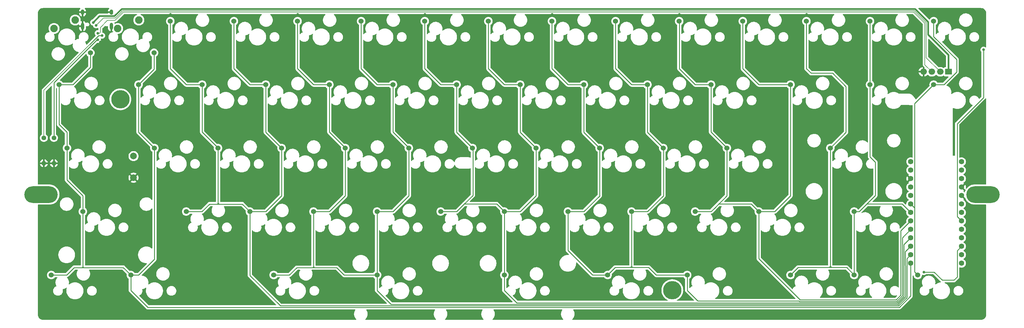
<source format=gbr>
%TF.GenerationSoftware,KiCad,Pcbnew,(6.0.5)*%
%TF.CreationDate,2022-10-29T17:12:18+09:00*%
%TF.ProjectId,tatamikomo,74617461-6d69-46b6-9f6d-6f2e6b696361,rev?*%
%TF.SameCoordinates,Original*%
%TF.FileFunction,Copper,L1,Top*%
%TF.FilePolarity,Positive*%
%FSLAX46Y46*%
G04 Gerber Fmt 4.6, Leading zero omitted, Abs format (unit mm)*
G04 Created by KiCad (PCBNEW (6.0.5)) date 2022-10-29 17:12:18*
%MOMM*%
%LPD*%
G01*
G04 APERTURE LIST*
%TA.AperFunction,ComponentPad*%
%ADD10C,1.524000*%
%TD*%
%TA.AperFunction,ComponentPad*%
%ADD11C,2.250000*%
%TD*%
%TA.AperFunction,ComponentPad*%
%ADD12C,1.600000*%
%TD*%
%TA.AperFunction,ComponentPad*%
%ADD13O,2.000000X1.800000*%
%TD*%
%TA.AperFunction,ComponentPad*%
%ADD14R,2.000000X1.800000*%
%TD*%
%TA.AperFunction,ComponentPad*%
%ADD15C,5.500000*%
%TD*%
%TA.AperFunction,ComponentPad*%
%ADD16O,10.000000X5.000000*%
%TD*%
%TA.AperFunction,ComponentPad*%
%ADD17O,1.000000X1.600000*%
%TD*%
%TA.AperFunction,ComponentPad*%
%ADD18O,1.000000X2.100000*%
%TD*%
%TA.AperFunction,ComponentPad*%
%ADD19C,1.400000*%
%TD*%
%TA.AperFunction,ComponentPad*%
%ADD20O,1.400000X1.400000*%
%TD*%
%TA.AperFunction,ComponentPad*%
%ADD21C,2.000000*%
%TD*%
%TA.AperFunction,ViaPad*%
%ADD22C,0.800000*%
%TD*%
%TA.AperFunction,Conductor*%
%ADD23C,0.250000*%
%TD*%
%TA.AperFunction,Conductor*%
%ADD24C,0.500000*%
%TD*%
%TA.AperFunction,Conductor*%
%ADD25C,0.200000*%
%TD*%
G04 APERTURE END LIST*
D10*
%TO.P,SW59,1,1*%
%TO.N,col4*%
X176545714Y-117062964D03*
%TD*%
%TO.P,SW61,1,1*%
%TO.N,col6*%
X231313214Y-117062964D03*
%TD*%
%TO.P,SW8,1,1*%
%TO.N,col3*%
X140826714Y-40862964D03*
%TD*%
%TO.P,SW46,1,1*%
%TO.N,col2*%
X107488714Y-98012964D03*
%TD*%
%TO.P,SW55,1,1*%
%TO.N,col0*%
X33740714Y-117062964D03*
%TD*%
%TO.P,SW37,1,1*%
%TO.N,col3*%
X155113714Y-78962964D03*
%TD*%
%TO.P,SW49,1,1*%
%TO.N,col4*%
X164638714Y-98012964D03*
%TD*%
%TO.P,SW51,1,1*%
%TO.N,col5*%
X202738714Y-98012964D03*
%TD*%
D11*
%TO.P,SW1,1,1*%
%TO.N,col0*%
X17101714Y-40532964D03*
%TO.P,SW1,2,2*%
%TO.N,Net-(D1-Pad2)*%
X10751714Y-43072964D03*
%TD*%
D10*
%TO.P,SW27,1,1*%
%TO.N,col5*%
X231313714Y-59912964D03*
%TD*%
%TO.P,SW17,1,1*%
%TO.N,col0*%
X36050714Y-59912964D03*
%TD*%
D12*
%TO.P,U1,1,TX0/D3*%
%TO.N,unconnected-(U1-Pad1)*%
X282529714Y-85603464D03*
%TO.P,U1,2,RX1/D2*%
%TO.N,unconnected-(U1-Pad2)*%
X282539714Y-88143464D03*
%TO.P,U1,3,GND*%
%TO.N,GND*%
X282539714Y-90683464D03*
%TO.P,U1,4,GND*%
X282539714Y-93223464D03*
%TO.P,U1,5,2/D1/SDA*%
%TO.N,unconnected-(U1-Pad5)*%
X282539714Y-95763464D03*
%TO.P,U1,6,3/D0/SCL*%
%TO.N,unconnected-(U1-Pad6)*%
X282539714Y-98303464D03*
%TO.P,U1,7,4/D4*%
%TO.N,row0*%
X282539714Y-100843464D03*
%TO.P,U1,8,5/C6*%
%TO.N,row1*%
X282539714Y-103383464D03*
%TO.P,U1,9,6/D7*%
%TO.N,row2*%
X282539714Y-105923464D03*
%TO.P,U1,10,7/E6*%
%TO.N,row3*%
X282539714Y-108463464D03*
%TO.P,U1,11,8/B4*%
%TO.N,row4*%
X282539714Y-111003464D03*
%TO.P,U1,12,9/B5*%
%TO.N,unconnected-(U1-Pad12)*%
X282539714Y-113543464D03*
%TO.P,U1,13,B6/10*%
%TO.N,col0*%
X267279714Y-113543464D03*
%TO.P,U1,14,B2/16*%
%TO.N,col1*%
X267279714Y-111003464D03*
%TO.P,U1,15,B3/14*%
%TO.N,col2*%
X267279714Y-108463464D03*
%TO.P,U1,16,B1/15*%
%TO.N,col3*%
X267279714Y-105923464D03*
%TO.P,U1,17,F7/A0*%
%TO.N,col4*%
X267279714Y-103383464D03*
%TO.P,U1,18,F6/A1*%
%TO.N,col5*%
X267279714Y-100843464D03*
%TO.P,U1,19,F5/A2*%
%TO.N,col6*%
X267279714Y-98303464D03*
%TO.P,U1,20,F4/A3*%
%TO.N,col7*%
X267279714Y-95763464D03*
%TO.P,U1,21,VCC*%
%TO.N,VCC*%
X267289714Y-93223464D03*
%TO.P,U1,22,RST*%
%TO.N,RST*%
X267289714Y-90683464D03*
%TO.P,U1,23,GND*%
%TO.N,GND*%
X267289714Y-88143464D03*
%TO.P,U1,24,RAW*%
%TO.N,unconnected-(U1-Pad24)*%
X267289714Y-85603464D03*
%TO.P,U1,25*%
%TO.N,N/C*%
X267289714Y-83063464D03*
%TO.P,U1,26*%
X282529714Y-83063464D03*
%TD*%
D10*
%TO.P,SW14,1,1*%
%TO.N,col6*%
X255126714Y-40862964D03*
%TD*%
%TO.P,SW3,1,1*%
%TO.N,col1*%
X45576714Y-40862964D03*
%TD*%
D13*
%TO.P,J1,1,Pin_1*%
%TO.N,GND*%
X271159714Y-56053464D03*
%TO.P,J1,2,Pin_2*%
%TO.N,D+*%
X273659714Y-56053464D03*
%TO.P,J1,3,Pin_3*%
%TO.N,D-*%
X276159714Y-56053464D03*
D14*
%TO.P,J1,4,Pin_4*%
%TO.N,VBUS*%
X278659714Y-56053464D03*
%TD*%
D10*
%TO.P,SW41,1,1*%
%TO.N,col6*%
X243219714Y-78962964D03*
%TD*%
%TO.P,SW33,1,1*%
%TO.N,col1*%
X78913714Y-78962964D03*
%TD*%
%TO.P,SW11,1,1*%
%TO.N,col5*%
X197976714Y-40862964D03*
%TD*%
%TO.P,SW62,1,1*%
%TO.N,col6*%
X250363214Y-117062964D03*
%TD*%
%TO.P,SW54,1,1*%
%TO.N,col0*%
X9928714Y-117062964D03*
%TD*%
%TO.P,SW50,1,1*%
%TO.N,col4*%
X183688714Y-98012964D03*
%TD*%
%TO.P,SW16,1,1*%
%TO.N,col0*%
X12238714Y-59912964D03*
%TD*%
%TO.P,SW15,1,1*%
%TO.N,col7*%
X274176714Y-40862964D03*
%TD*%
%TO.P,SW42,1,1*%
%TO.N,col0*%
X19382714Y-98012964D03*
%TD*%
%TO.P,SW20,1,1*%
%TO.N,col2*%
X93200714Y-59912964D03*
%TD*%
%TO.P,SW5,1,1*%
%TO.N,col2*%
X83676714Y-40862964D03*
%TD*%
%TO.P,SW34,1,1*%
%TO.N,col2*%
X97963714Y-78962964D03*
%TD*%
%TO.P,SW7,1,1*%
%TO.N,col3*%
X121776714Y-40862964D03*
%TD*%
D11*
%TO.P,SW2,1,1*%
%TO.N,col0*%
X36151714Y-40532964D03*
%TO.P,SW2,2,2*%
%TO.N,Net-(D2-Pad1)*%
X29801714Y-43072964D03*
%TD*%
D10*
%TO.P,SW28,1,1*%
%TO.N,col6*%
X255125714Y-59912964D03*
%TD*%
%TO.P,SW1,1,1*%
%TO.N,col0*%
X21646714Y-50362964D03*
%TD*%
%TO.P,SW25,1,1*%
%TO.N,col4*%
X188450714Y-59912964D03*
%TD*%
%TO.P,SW45,1,1*%
%TO.N,col2*%
X88438714Y-98012964D03*
%TD*%
%TO.P,SW24,1,1*%
%TO.N,col4*%
X169400714Y-59912964D03*
%TD*%
D15*
%TO.P,H3,1*%
%TO.N,N/C*%
X30613514Y-64315014D03*
%TD*%
D10*
%TO.P,SW44,1,1*%
%TO.N,col1*%
X69388714Y-98012964D03*
%TD*%
%TO.P,SW40,1,1*%
%TO.N,col5*%
X212263714Y-78962964D03*
%TD*%
%TO.P,SW10,1,1*%
%TO.N,col4*%
X178926714Y-40862964D03*
%TD*%
%TO.P,SW2,1,1*%
%TO.N,col0*%
X40696714Y-50362964D03*
%TD*%
%TO.P,SW43,1,1*%
%TO.N,col1*%
X50338714Y-98012964D03*
%TD*%
%TO.P,SW63,1,1*%
%TO.N,col7*%
X269413214Y-117062964D03*
%TD*%
%TO.P,SW38,1,1*%
%TO.N,col4*%
X174163714Y-78962964D03*
%TD*%
%TO.P,SW6,1,1*%
%TO.N,col2*%
X102726714Y-40862964D03*
%TD*%
%TO.P,SW48,1,1*%
%TO.N,col3*%
X145588714Y-98012964D03*
%TD*%
%TO.P,SW18,1,1*%
%TO.N,col1*%
X55100714Y-59912964D03*
%TD*%
%TO.P,SW12,1,1*%
%TO.N,col5*%
X217026714Y-40862964D03*
%TD*%
%TO.P,SW9,1,1*%
%TO.N,col4*%
X159876714Y-40862964D03*
%TD*%
%TO.P,SW26,1,1*%
%TO.N,col5*%
X207500714Y-59912964D03*
%TD*%
%TO.P,SW36,1,1*%
%TO.N,col3*%
X136063714Y-78962964D03*
%TD*%
%TO.P,SW57,1,1*%
%TO.N,col2*%
X107489714Y-117062964D03*
%TD*%
%TO.P,SW52,1,1*%
%TO.N,col5*%
X221788714Y-98012964D03*
%TD*%
%TO.P,SW47,1,1*%
%TO.N,col3*%
X126538714Y-98012964D03*
%TD*%
D16*
%TO.P,H1,1*%
%TO.N,N/C*%
X6873114Y-92915414D03*
%TD*%
D10*
%TO.P,SW4,1,1*%
%TO.N,col1*%
X64626714Y-40862964D03*
%TD*%
%TO.P,SW56,1,1*%
%TO.N,col2*%
X76533714Y-117062964D03*
%TD*%
%TO.P,SW21,1,1*%
%TO.N,col2*%
X112250714Y-59912964D03*
%TD*%
%TO.P,SW58,1,1*%
%TO.N,col3*%
X145589714Y-117062964D03*
%TD*%
%TO.P,SW31,1,1*%
%TO.N,col0*%
X40813714Y-78962964D03*
%TD*%
%TO.P,SW29,1,1*%
%TO.N,col7*%
X274175714Y-59912964D03*
%TD*%
%TO.P,SW32,1,1*%
%TO.N,col1*%
X59863714Y-78962964D03*
%TD*%
%TO.P,SW39,1,1*%
%TO.N,col4*%
X193213714Y-78962964D03*
%TD*%
%TO.P,SW35,1,1*%
%TO.N,col2*%
X117013714Y-78962964D03*
%TD*%
D16*
%TO.P,H2,1*%
%TO.N,N/C*%
X288955114Y-92915414D03*
%TD*%
D10*
%TO.P,SW23,1,1*%
%TO.N,col3*%
X150350714Y-59912964D03*
%TD*%
%TO.P,SW60,1,1*%
%TO.N,col4*%
X200357714Y-117062964D03*
%TD*%
%TO.P,SW53,1,1*%
%TO.N,col6*%
X250363214Y-98012964D03*
%TD*%
%TO.P,SW13,1,1*%
%TO.N,col6*%
X236076714Y-40862964D03*
%TD*%
%TO.P,SW30,1,1*%
%TO.N,col0*%
X14619714Y-78962964D03*
%TD*%
%TO.P,SW19,1,1*%
%TO.N,col1*%
X74150714Y-59912964D03*
%TD*%
D15*
%TO.P,H6,1*%
%TO.N,N/C*%
X195913614Y-121614914D03*
%TD*%
D10*
%TO.P,SW22,1,1*%
%TO.N,col3*%
X131300714Y-59912964D03*
%TD*%
D17*
%TO.P,USB1,13,SHIELD*%
%TO.N,GND*%
X27934214Y-38188964D03*
X19294214Y-38188964D03*
D18*
X27934214Y-42368964D03*
X19294214Y-42368964D03*
%TD*%
D19*
%TO.P,R1,1*%
%TO.N,Net-(R1-Pad1)*%
X10704714Y-75902964D03*
D20*
%TO.P,R1,2*%
%TO.N,GND*%
X10704714Y-83522964D03*
%TD*%
D19*
%TO.P,R2,1*%
%TO.N,Net-(R2-Pad1)*%
X7704714Y-75902964D03*
D20*
%TO.P,R2,2*%
%TO.N,GND*%
X7704714Y-83522964D03*
%TD*%
D21*
%TO.P,RSW1,1,1*%
%TO.N,RST*%
X34565214Y-81362214D03*
%TO.P,RSW1,2,2*%
%TO.N,GND*%
X34565214Y-87862214D03*
%TD*%
D22*
%TO.N,row0*%
X289106464Y-49422964D03*
%TO.N,row3*%
X271235964Y-116187964D03*
%TO.N,VBUS*%
X22469267Y-41259961D03*
%TO.N,D+*%
X23868214Y-44458466D03*
%TO.N,D-*%
X23360214Y-42109462D03*
%TO.N,GND*%
X121861714Y-38862486D03*
X274261714Y-38612964D03*
X54898714Y-90712964D03*
X83761714Y-38862486D03*
X23614214Y-55858714D03*
X90618714Y-128812964D03*
X263479714Y-85603464D03*
X107574714Y-128812964D03*
X121574714Y-128812964D03*
X271099714Y-57678464D03*
X198061714Y-38862486D03*
X19611714Y-53112964D03*
X133624714Y-128837964D03*
X159961714Y-38862486D03*
X207298714Y-90712964D03*
X45661714Y-38862486D03*
X286339714Y-88143464D03*
X24626491Y-47124598D03*
X92998714Y-90712964D03*
X269498214Y-121812964D03*
X286339714Y-111003464D03*
X7561714Y-38612964D03*
X245398214Y-128812964D03*
X190630714Y-128812964D03*
X250304714Y-90712964D03*
X281260714Y-69662964D03*
X124098714Y-90712964D03*
X10013714Y-128812964D03*
X286339714Y-105923464D03*
X159674714Y-128812964D03*
X286339714Y-83063464D03*
X236161714Y-38862486D03*
X283498214Y-128812964D03*
X169198714Y-90712964D03*
X282853214Y-123717964D03*
X257448214Y-107762964D03*
X145674714Y-128812964D03*
X275111714Y-50862964D03*
X268559714Y-55138464D03*
%TO.N,Net-(R1-Pad1)*%
X23864513Y-46477763D03*
%TO.N,Net-(R2-Pad1)*%
X25138214Y-45211464D03*
%TD*%
D23*
%TO.N,row0*%
X281212214Y-99515964D02*
X281212214Y-71664621D01*
X289106464Y-63770371D02*
X289106464Y-49422964D01*
X281212214Y-71664621D02*
X289106464Y-63770371D01*
X282539714Y-100843464D02*
X281212214Y-99515964D01*
%TO.N,row3*%
X274335964Y-116187964D02*
X271235964Y-116187964D01*
X282539714Y-108463464D02*
X281235964Y-109767214D01*
X281235964Y-109767214D02*
X281235964Y-117637964D01*
X281235964Y-117637964D02*
X280266443Y-118607485D01*
X280266443Y-118607485D02*
X276755485Y-118607485D01*
X276755485Y-118607485D02*
X274335964Y-116187964D01*
D24*
%TO.N,VBUS*%
X31051714Y-37213964D02*
X28900725Y-39364953D01*
X28900725Y-39364953D02*
X24364275Y-39364953D01*
X24364275Y-39364953D02*
X22469267Y-41259961D01*
X278659714Y-56053464D02*
X278659714Y-51048219D01*
X272498213Y-41097843D02*
X268614334Y-37213964D01*
X272498214Y-44886719D02*
X272498213Y-41097843D01*
X268614334Y-37213964D02*
X31051714Y-37213964D01*
X278659714Y-51048219D02*
X272498214Y-44886719D01*
D25*
%TO.N,D+*%
X28993834Y-40613964D02*
X26775296Y-40613964D01*
X31444812Y-38162986D02*
X28993834Y-40613964D01*
X24349208Y-44458466D02*
X23868214Y-44458466D01*
X271549192Y-53942942D02*
X271549192Y-41490942D01*
X273659714Y-56053464D02*
X271549192Y-53942942D01*
X24621212Y-44186462D02*
X24349208Y-44458466D01*
X26775296Y-40613964D02*
X24621212Y-42768048D01*
X271549192Y-41490942D02*
X268221236Y-38162986D01*
X268221236Y-38162986D02*
X31444812Y-38162986D01*
X24621212Y-42768048D02*
X24621212Y-44186462D01*
%TO.N,D-*%
X25555213Y-39914463D02*
X23360214Y-42109462D01*
X271948703Y-51842453D02*
X271948703Y-41325459D01*
X31279329Y-37763475D02*
X29128341Y-39914463D01*
X268386718Y-37763475D02*
X31279329Y-37763475D01*
X29128341Y-39914463D02*
X25555213Y-39914463D01*
X271948703Y-41325459D02*
X268386718Y-37763475D01*
X276159714Y-56053464D02*
X271948703Y-51842453D01*
D23*
%TO.N,col0*%
X33740714Y-117062964D02*
X33740714Y-121681121D01*
X19386214Y-114540964D02*
X19670214Y-114824964D01*
X19382714Y-114540964D02*
X19386214Y-114540964D01*
X14619714Y-74246464D02*
X14619714Y-78962964D01*
X31502714Y-114824964D02*
X33740714Y-117062964D01*
X16786714Y-114824964D02*
X19098714Y-114824964D01*
X19358714Y-114824964D02*
X19670214Y-114824964D01*
X33740714Y-121681121D02*
X38835610Y-126776017D01*
X19098714Y-114824964D02*
X19358714Y-114824964D01*
X19382714Y-98012964D02*
X19382714Y-114537464D01*
X16373714Y-59912964D02*
X12238714Y-59912964D01*
X19382714Y-114537464D02*
X19382714Y-114540964D01*
X19382714Y-93296964D02*
X19382714Y-98012964D01*
X19382714Y-114540964D02*
X19098714Y-114824964D01*
X263855306Y-126776017D02*
X267279714Y-123351609D01*
X36050714Y-74199964D02*
X40813714Y-78962964D01*
X16786714Y-114824964D02*
X14548714Y-117062964D01*
X40813714Y-78962964D02*
X40813714Y-112324464D01*
X40813714Y-112324464D02*
X36075214Y-117062964D01*
X19382714Y-114800964D02*
X19358714Y-114824964D01*
X36075214Y-117062964D02*
X33740714Y-117062964D01*
X267279714Y-123351609D02*
X267279714Y-113543464D01*
X19670214Y-114824964D02*
X31502714Y-114824964D01*
X19382714Y-114537464D02*
X19382714Y-114800964D01*
X38835610Y-126776017D02*
X263855306Y-126776017D01*
X36050714Y-59912964D02*
X36050714Y-74199964D01*
X12238714Y-71865464D02*
X14619714Y-74246464D01*
X14548714Y-117062964D02*
X9928714Y-117062964D01*
X21646714Y-50362964D02*
X21646714Y-54639964D01*
X12238714Y-59912964D02*
X12238714Y-71865464D01*
X21646714Y-54639964D02*
X16373714Y-59912964D01*
X40696714Y-50362964D02*
X40696714Y-55266964D01*
X40696714Y-55266964D02*
X36050714Y-59912964D01*
X14619714Y-78962964D02*
X14619714Y-88533964D01*
X14619714Y-88533964D02*
X19382714Y-93296964D01*
%TO.N,col1*%
X45576714Y-40862964D02*
X45576714Y-55101964D01*
X266193204Y-123802415D02*
X263669112Y-126326507D01*
X57291964Y-95773214D02*
X59577964Y-95773214D01*
X74150714Y-59912964D02*
X74150714Y-74199964D01*
X59863714Y-93201464D02*
X59863714Y-95487464D01*
X45576714Y-55101964D02*
X50387714Y-59912964D01*
X74150714Y-74199964D02*
X78913714Y-78962964D01*
X59841464Y-95773214D02*
X60149464Y-95773214D01*
X55052214Y-98012964D02*
X50338714Y-98012964D01*
X78527257Y-126326507D02*
X69388714Y-117187964D01*
X59863714Y-95487464D02*
X59863714Y-95750964D01*
X50387714Y-59912964D02*
X55100714Y-59912964D01*
X266155203Y-112127975D02*
X266155203Y-114009253D01*
X64626714Y-55101964D02*
X69437714Y-59912964D01*
X64626714Y-40862964D02*
X64626714Y-55101964D01*
X59863714Y-95487464D02*
X60149464Y-95773214D01*
X78913714Y-78962964D02*
X78913714Y-93274464D01*
X59863714Y-78913964D02*
X59863714Y-78962964D01*
X59863714Y-78962964D02*
X59863714Y-93201464D01*
X60149464Y-95773214D02*
X67148964Y-95773214D01*
X55100714Y-59912964D02*
X55100714Y-74150964D01*
X267279714Y-111003464D02*
X266155203Y-112127975D01*
X266155203Y-114009253D02*
X266193204Y-114047254D01*
X78913714Y-93274464D02*
X74175214Y-98012964D01*
X59863714Y-95750964D02*
X59841464Y-95773214D01*
X266193204Y-114047254D02*
X266193204Y-123802415D01*
X59577964Y-95773214D02*
X59841464Y-95773214D01*
X263669112Y-126326507D02*
X78527257Y-126326507D01*
X55100714Y-74150964D02*
X59863714Y-78913964D01*
X67148964Y-95773214D02*
X69388714Y-98012964D01*
X57291964Y-95773214D02*
X55052214Y-98012964D01*
X69388714Y-117187964D02*
X69388714Y-98012964D01*
X69437714Y-59912964D02*
X74150714Y-59912964D01*
X74175214Y-98012964D02*
X69388714Y-98012964D01*
X59863714Y-95487464D02*
X59577964Y-95773214D01*
%TO.N,col2*%
X97963714Y-93274464D02*
X93225214Y-98012964D01*
X102726714Y-55101964D02*
X107537714Y-59912964D01*
X97963714Y-78913964D02*
X97963714Y-78962964D01*
X81224964Y-117062964D02*
X83429485Y-114858443D01*
X107488714Y-117061964D02*
X107489714Y-117062964D01*
X88438714Y-114610464D02*
X88190735Y-114858443D01*
X265743693Y-114233447D02*
X265743693Y-123616222D01*
X117013714Y-93274464D02*
X112275214Y-98012964D01*
X112250714Y-59912964D02*
X112250714Y-74150964D01*
X265705693Y-114195447D02*
X265743693Y-114233447D01*
X112250714Y-74150964D02*
X117013714Y-78913964D01*
X83676714Y-40862964D02*
X83676714Y-55101964D01*
X265743693Y-123616222D02*
X263482919Y-125876996D01*
X88190735Y-114858443D02*
X88378693Y-114858443D01*
X102726714Y-40862964D02*
X102726714Y-55101964D01*
X117013714Y-78913964D02*
X117013714Y-78962964D01*
X88759693Y-114858443D02*
X88511714Y-114610464D01*
X117013714Y-78962964D02*
X117013714Y-93274464D01*
X88378693Y-114858443D02*
X88759693Y-114858443D01*
X95427193Y-114858443D02*
X97631714Y-117062964D01*
X88438714Y-114798422D02*
X88378693Y-114858443D01*
X88487714Y-59912964D02*
X93200714Y-59912964D01*
X97963714Y-78962964D02*
X97963714Y-93274464D01*
X263482919Y-125876996D02*
X111685589Y-125876996D01*
X88438714Y-114610464D02*
X88438714Y-114798422D01*
X83676714Y-55101964D02*
X88487714Y-59912964D01*
X97631714Y-117062964D02*
X107489714Y-117062964D01*
X93200714Y-74150964D02*
X97963714Y-78913964D01*
X88438714Y-98012964D02*
X88438714Y-114610464D01*
X93200714Y-59912964D02*
X93200714Y-74150964D01*
X93225214Y-98012964D02*
X88438714Y-98012964D01*
X107537714Y-59912964D02*
X112250714Y-59912964D01*
X112275214Y-98012964D02*
X107488714Y-98012964D01*
X107489714Y-121681121D02*
X107489714Y-117062964D01*
X81224964Y-117062964D02*
X76533714Y-117062964D01*
X107488714Y-98012964D02*
X107488714Y-117061964D01*
X88759693Y-114858443D02*
X95427193Y-114858443D01*
X88511714Y-114610464D02*
X88438714Y-114610464D01*
X83429485Y-114858443D02*
X88190735Y-114858443D01*
X267279714Y-108463464D02*
X265705693Y-110037485D01*
X265705693Y-110037485D02*
X265705693Y-114195447D01*
X111685589Y-125876996D02*
X107489714Y-121681121D01*
%TO.N,col3*%
X140826714Y-40862964D02*
X140826714Y-55101964D01*
X145589714Y-121681121D02*
X149336078Y-125427485D01*
X131337714Y-74187964D02*
X131337714Y-74236964D01*
X136183434Y-93154744D02*
X133574964Y-95763214D01*
X126587714Y-59912964D02*
X131300714Y-59912964D01*
X136063714Y-78962964D02*
X136183434Y-79082684D01*
X143338964Y-95763214D02*
X145588714Y-98012964D01*
X131325214Y-98012964D02*
X126538714Y-98012964D01*
X131337714Y-74236964D02*
X136063714Y-78962964D01*
X131300714Y-74150964D02*
X131337714Y-74187964D01*
X149336078Y-125427485D02*
X263296726Y-125427485D01*
X265256182Y-107946996D02*
X267279714Y-105923464D01*
X145589714Y-117062964D02*
X145589714Y-121681121D01*
X133574964Y-95763214D02*
X131325214Y-98012964D01*
X263296726Y-125427485D02*
X265256182Y-123468029D01*
X131300714Y-59912964D02*
X131300714Y-74150964D01*
X136183434Y-79082684D02*
X136183434Y-93154744D01*
X121776714Y-40862964D02*
X121776714Y-55101964D01*
X140826714Y-55101964D02*
X145637714Y-59912964D01*
X150387714Y-74187964D02*
X150387714Y-74236964D01*
X121776714Y-55101964D02*
X126587714Y-59912964D01*
X145588714Y-117061964D02*
X145589714Y-117062964D01*
X155113714Y-93274464D02*
X150375214Y-98012964D01*
X145637714Y-59912964D02*
X150350714Y-59912964D01*
X265256182Y-123468029D02*
X265256182Y-107946996D01*
X155113714Y-78962964D02*
X155113714Y-93274464D01*
X133574964Y-95763214D02*
X143338964Y-95763214D01*
X150350714Y-59912964D02*
X150350714Y-74150964D01*
X150387714Y-74236964D02*
X155113714Y-78962964D01*
X150375214Y-98012964D02*
X145588714Y-98012964D01*
X145588714Y-98012964D02*
X145588714Y-117061964D01*
X150350714Y-74150964D02*
X150387714Y-74187964D01*
%TO.N,col4*%
X233857353Y-124860964D02*
X203537557Y-124860964D01*
X200357714Y-121681121D02*
X200357714Y-117062964D01*
X188475214Y-98012964D02*
X183688714Y-98012964D01*
X183667214Y-114537464D02*
X183392214Y-114812464D01*
X164687714Y-59912964D02*
X169400714Y-59912964D01*
X188487714Y-74236964D02*
X193213714Y-78962964D01*
X183963714Y-114812464D02*
X183677214Y-114812464D01*
X267279714Y-103383464D02*
X264806672Y-105856506D01*
X183688714Y-114537464D02*
X183667214Y-114537464D01*
X183688714Y-98012964D02*
X183688714Y-114537464D01*
X172023714Y-117062964D02*
X176545714Y-117062964D01*
X183392214Y-114812464D02*
X178796214Y-114812464D01*
X169437714Y-74187964D02*
X169437714Y-74236964D01*
X174200214Y-93237964D02*
X169425214Y-98012964D01*
X193213714Y-78962964D02*
X193250214Y-78999464D01*
X174163714Y-78962964D02*
X174163714Y-93201464D01*
X183688714Y-114537464D02*
X183963714Y-114812464D01*
X188450714Y-59912964D02*
X188487714Y-59949964D01*
X191073714Y-117062964D02*
X188823214Y-114812464D01*
X183688714Y-114800964D02*
X183677214Y-114812464D01*
X178926714Y-40862964D02*
X178926714Y-55101964D01*
X193250214Y-78999464D02*
X193250214Y-93237964D01*
X164638714Y-109677964D02*
X172023714Y-117062964D01*
X169425214Y-98012964D02*
X164638714Y-98012964D01*
X263110533Y-124977974D02*
X233974363Y-124977974D01*
X233974363Y-124977974D02*
X233857353Y-124860964D01*
X183688714Y-114537464D02*
X183688714Y-114800964D01*
X264806672Y-123281835D02*
X263110533Y-124977974D01*
X183737714Y-59912964D02*
X188450714Y-59912964D01*
X264806672Y-105856506D02*
X264806672Y-123281835D01*
X178926714Y-55101964D02*
X183737714Y-59912964D01*
X178796214Y-114812464D02*
X176545714Y-117062964D01*
X193250214Y-93237964D02*
X188475214Y-98012964D01*
X183677214Y-114812464D02*
X183392214Y-114812464D01*
X169400714Y-74150964D02*
X169437714Y-74187964D01*
X159876714Y-40862964D02*
X159876714Y-55101964D01*
X188487714Y-59949964D02*
X188487714Y-74236964D01*
X159876714Y-55101964D02*
X164687714Y-59912964D01*
X200357714Y-117062964D02*
X191073714Y-117062964D01*
X174163714Y-93201464D02*
X174200214Y-93237964D01*
X169400714Y-59912964D02*
X169400714Y-74150964D01*
X169437714Y-74236964D02*
X174163714Y-78962964D01*
X203537557Y-124860964D02*
X200357714Y-121681121D01*
X164638714Y-98012964D02*
X164638714Y-109677964D01*
X188823214Y-114812464D02*
X183963714Y-114812464D01*
%TO.N,col5*%
X207500714Y-74150964D02*
X212263714Y-78913964D01*
X231313714Y-93274964D02*
X226575714Y-98012964D01*
X209775214Y-95762964D02*
X208490464Y-97047714D01*
X202787714Y-59912964D02*
X207500714Y-59912964D01*
X264357162Y-103766016D02*
X264357162Y-123095641D01*
X221788714Y-112156621D02*
X221788714Y-98012964D01*
X198012714Y-40898964D02*
X198012714Y-55137964D01*
X226575714Y-98012964D02*
X221788714Y-98012964D01*
X234160557Y-124528464D02*
X221788714Y-112156621D01*
X219538714Y-95762964D02*
X209775214Y-95762964D01*
X198012714Y-55137964D02*
X202787714Y-59912964D01*
X267279714Y-100843464D02*
X264357162Y-103766016D01*
X221788714Y-98012964D02*
X219538714Y-95762964D01*
X207525214Y-98012964D02*
X202738714Y-98012964D01*
X212263714Y-93274464D02*
X208490464Y-97047714D01*
X208490464Y-97047714D02*
X207525214Y-98012964D01*
X207500714Y-59912964D02*
X207500714Y-74150964D01*
X231313714Y-59912964D02*
X231313714Y-93274964D01*
X221838214Y-59912964D02*
X231313714Y-59912964D01*
X212263714Y-78962964D02*
X212263714Y-93274464D01*
X217026714Y-40862964D02*
X217026714Y-55101464D01*
X197976714Y-40862964D02*
X198012714Y-40898964D01*
X262924339Y-124528464D02*
X234160557Y-124528464D01*
X264357162Y-123095641D02*
X262924339Y-124528464D01*
X217026714Y-55101464D02*
X221838214Y-59912964D01*
X212263714Y-78913964D02*
X212263714Y-78962964D01*
%TO.N,col6*%
X231313214Y-117062964D02*
X233517735Y-114858443D01*
X243219714Y-114443964D02*
X243588714Y-114812964D01*
X242826714Y-114812964D02*
X242733214Y-114812964D01*
X243219714Y-114419964D02*
X243219714Y-114443964D01*
X243219714Y-114419964D02*
X242826714Y-114812964D01*
X243588714Y-114812964D02*
X248113214Y-114812964D01*
X234160714Y-114812964D02*
X233563214Y-114812964D01*
X233778714Y-114812964D02*
X234160714Y-114812964D01*
X255126714Y-40862964D02*
X255126714Y-59911964D01*
X247924214Y-74258464D02*
X243219714Y-78962964D01*
X236076714Y-40862964D02*
X236076714Y-55101464D01*
X254162214Y-95762964D02*
X254019839Y-95905339D01*
X267279714Y-98303464D02*
X264739214Y-95762964D01*
X255126714Y-59911964D02*
X255125714Y-59912964D01*
X242923714Y-114812964D02*
X242923714Y-114715964D01*
X243219714Y-114419964D02*
X243219714Y-114752464D01*
X255125714Y-59912964D02*
X255125714Y-81580807D01*
X242923714Y-114715964D02*
X243219714Y-114419964D01*
X251912214Y-98012964D02*
X250363214Y-98012964D01*
X242733214Y-114812964D02*
X242923714Y-114812964D01*
X250363214Y-98012964D02*
X250363214Y-117062964D01*
X233563214Y-114812964D02*
X233517735Y-114858443D01*
X256709235Y-83164328D02*
X256709235Y-93215943D01*
X234160714Y-114812964D02*
X242733214Y-114812964D01*
X236076714Y-55101464D02*
X237446714Y-56471464D01*
X243923714Y-56471464D02*
X247924214Y-60471964D01*
X247924214Y-60471964D02*
X247924214Y-74258464D01*
X243219714Y-114752464D02*
X243159214Y-114812964D01*
X242923714Y-114812964D02*
X243159214Y-114812964D01*
X248113214Y-114812964D02*
X250363214Y-117062964D01*
X243159214Y-114812964D02*
X243588714Y-114812964D01*
X264739214Y-95762964D02*
X254162214Y-95762964D01*
X255125714Y-81580807D02*
X256709235Y-83164328D01*
X237446714Y-56471464D02*
X243923714Y-56471464D01*
X256709235Y-93215943D02*
X254019839Y-95905339D01*
X254019839Y-95905339D02*
X251912214Y-98012964D01*
X243219714Y-78962964D02*
X243219714Y-114419964D01*
%TO.N,col7*%
X268497464Y-96981214D02*
X268497464Y-97047964D01*
X274175714Y-59937214D02*
X274175714Y-59912964D01*
X274175714Y-59912964D02*
X277247964Y-59912964D01*
X268497464Y-96666964D02*
X268497464Y-65615464D01*
X269413214Y-117062964D02*
X268497464Y-116147214D01*
X268340339Y-96824089D02*
X268497464Y-96981214D01*
X268497464Y-97047964D02*
X268497464Y-96666964D01*
X274176714Y-45481121D02*
X274176714Y-40862964D01*
X281070464Y-56090464D02*
X281070464Y-52374871D01*
X268497464Y-65615464D02*
X274175714Y-59937214D01*
X281070464Y-52374871D02*
X274176714Y-45481121D01*
X277247964Y-59912964D02*
X281070464Y-56090464D01*
X268497464Y-116147214D02*
X268497464Y-97047964D01*
X268497464Y-96666964D02*
X268340339Y-96824089D01*
X267279714Y-95763464D02*
X268340339Y-96824089D01*
%TO.N,Net-(R1-Pad1)*%
X10914214Y-59181464D02*
X23617915Y-46477763D01*
X23703915Y-46477763D02*
X23864513Y-46477763D01*
X10704714Y-59733964D02*
X10704714Y-59390964D01*
X10704714Y-59733964D02*
X10704714Y-75902964D01*
D25*
X23617915Y-46477763D02*
X23703915Y-46477763D01*
X10704714Y-59562964D02*
X10704714Y-59733964D01*
D23*
X10704714Y-59390964D02*
X10914214Y-59181464D01*
%TO.N,Net-(R2-Pad1)*%
X24106214Y-45211464D02*
X25138214Y-45211464D01*
D25*
X7704714Y-61612964D02*
X7704714Y-75902964D01*
X21438725Y-47878953D02*
X7704714Y-61612964D01*
D23*
X21438725Y-47878953D02*
X24106214Y-45211464D01*
%TD*%
%TA.AperFunction,Conductor*%
%TO.N,GND*%
G36*
X162927992Y-127429519D02*
G01*
X162974485Y-127483175D01*
X162984589Y-127553449D01*
X162959160Y-127613090D01*
X162923581Y-127658629D01*
X162781454Y-127904799D01*
X162779804Y-127908883D01*
X162779801Y-127908889D01*
X162676621Y-128164271D01*
X162674972Y-128168353D01*
X162606205Y-128444162D01*
X162576492Y-128726858D01*
X162576645Y-128731246D01*
X162576645Y-128731252D01*
X162585644Y-128988931D01*
X162586412Y-129010937D01*
X162587174Y-129015260D01*
X162587175Y-129015267D01*
X162610473Y-129147392D01*
X162635772Y-129290871D01*
X162637127Y-129295042D01*
X162637129Y-129295049D01*
X162709424Y-129517548D01*
X162723611Y-129561211D01*
X162725539Y-129565164D01*
X162725541Y-129565169D01*
X162754900Y-129625363D01*
X162848219Y-129816695D01*
X162850674Y-129820334D01*
X162850677Y-129820340D01*
X163004711Y-130048705D01*
X163004716Y-130048712D01*
X163007171Y-130052351D01*
X163010115Y-130055620D01*
X163010116Y-130055622D01*
X163123998Y-130182101D01*
X163197373Y-130263592D01*
X163203752Y-130268945D01*
X163220732Y-130283193D01*
X163260058Y-130342303D01*
X163261184Y-130413291D01*
X163223752Y-130473618D01*
X163159647Y-130504131D01*
X163139740Y-130505714D01*
X142206047Y-130505714D01*
X142137926Y-130485712D01*
X142091433Y-130432056D01*
X142081329Y-130361782D01*
X142110823Y-130297202D01*
X142118520Y-130289077D01*
X142247682Y-130164347D01*
X142247685Y-130164343D01*
X142250844Y-130161293D01*
X142425847Y-129937299D01*
X142567974Y-129691129D01*
X142569624Y-129687045D01*
X142569627Y-129687039D01*
X142672807Y-129431657D01*
X142672808Y-129431654D01*
X142674456Y-129427575D01*
X142743223Y-129151766D01*
X142754076Y-129048515D01*
X142772477Y-128873439D01*
X142772477Y-128873436D01*
X142772936Y-128869070D01*
X142772783Y-128864676D01*
X142763170Y-128589388D01*
X142763169Y-128589381D01*
X142763016Y-128584991D01*
X142713656Y-128305057D01*
X142712301Y-128300886D01*
X142712299Y-128300879D01*
X142627178Y-128038906D01*
X142625817Y-128034717D01*
X142501209Y-127779233D01*
X142498754Y-127775594D01*
X142498751Y-127775588D01*
X142384345Y-127605975D01*
X142362835Y-127538316D01*
X142381319Y-127469767D01*
X142433929Y-127422094D01*
X142488804Y-127409517D01*
X162859871Y-127409517D01*
X162927992Y-127429519D01*
G37*
%TD.AperFunction*%
%TA.AperFunction,Conductor*%
G36*
X139051992Y-127429519D02*
G01*
X139098485Y-127483175D01*
X139108589Y-127553449D01*
X139083160Y-127613090D01*
X139047581Y-127658629D01*
X138905454Y-127904799D01*
X138903804Y-127908883D01*
X138903801Y-127908889D01*
X138800621Y-128164271D01*
X138798972Y-128168353D01*
X138730205Y-128444162D01*
X138700492Y-128726858D01*
X138700645Y-128731246D01*
X138700645Y-128731252D01*
X138709644Y-128988931D01*
X138710412Y-129010937D01*
X138711174Y-129015260D01*
X138711175Y-129015267D01*
X138734473Y-129147392D01*
X138759772Y-129290871D01*
X138761127Y-129295042D01*
X138761129Y-129295049D01*
X138833424Y-129517548D01*
X138847611Y-129561211D01*
X138849539Y-129565164D01*
X138849541Y-129565169D01*
X138878900Y-129625363D01*
X138972219Y-129816695D01*
X138974674Y-129820334D01*
X138974677Y-129820340D01*
X139128711Y-130048705D01*
X139128716Y-130048712D01*
X139131171Y-130052351D01*
X139134115Y-130055620D01*
X139134116Y-130055622D01*
X139247998Y-130182101D01*
X139321373Y-130263592D01*
X139327752Y-130268945D01*
X139344732Y-130283193D01*
X139384058Y-130342303D01*
X139385184Y-130413291D01*
X139347752Y-130473618D01*
X139283647Y-130504131D01*
X139263740Y-130505714D01*
X127982047Y-130505714D01*
X127913926Y-130485712D01*
X127867433Y-130432056D01*
X127857329Y-130361782D01*
X127886823Y-130297202D01*
X127894520Y-130289077D01*
X128023682Y-130164347D01*
X128023685Y-130164343D01*
X128026844Y-130161293D01*
X128201847Y-129937299D01*
X128343974Y-129691129D01*
X128345624Y-129687045D01*
X128345627Y-129687039D01*
X128448807Y-129431657D01*
X128448808Y-129431654D01*
X128450456Y-129427575D01*
X128519223Y-129151766D01*
X128530076Y-129048515D01*
X128548477Y-128873439D01*
X128548477Y-128873436D01*
X128548936Y-128869070D01*
X128548783Y-128864676D01*
X128539170Y-128589388D01*
X128539169Y-128589381D01*
X128539016Y-128584991D01*
X128489656Y-128305057D01*
X128488301Y-128300886D01*
X128488299Y-128300879D01*
X128403178Y-128038906D01*
X128401817Y-128034717D01*
X128277209Y-127779233D01*
X128274754Y-127775594D01*
X128274751Y-127775588D01*
X128160345Y-127605975D01*
X128138835Y-127538316D01*
X128157319Y-127469767D01*
X128209929Y-127422094D01*
X128264804Y-127409517D01*
X138983871Y-127409517D01*
X139051992Y-127429519D01*
G37*
%TD.AperFunction*%
%TA.AperFunction,Conductor*%
G36*
X124827992Y-127429519D02*
G01*
X124874485Y-127483175D01*
X124884589Y-127553449D01*
X124859160Y-127613090D01*
X124823581Y-127658629D01*
X124681454Y-127904799D01*
X124679804Y-127908883D01*
X124679801Y-127908889D01*
X124576621Y-128164271D01*
X124574972Y-128168353D01*
X124506205Y-128444162D01*
X124476492Y-128726858D01*
X124476645Y-128731246D01*
X124476645Y-128731252D01*
X124485644Y-128988931D01*
X124486412Y-129010937D01*
X124487174Y-129015260D01*
X124487175Y-129015267D01*
X124510473Y-129147392D01*
X124535772Y-129290871D01*
X124537127Y-129295042D01*
X124537129Y-129295049D01*
X124609424Y-129517548D01*
X124623611Y-129561211D01*
X124625539Y-129565164D01*
X124625541Y-129565169D01*
X124654900Y-129625363D01*
X124748219Y-129816695D01*
X124750674Y-129820334D01*
X124750677Y-129820340D01*
X124904711Y-130048705D01*
X124904716Y-130048712D01*
X124907171Y-130052351D01*
X124910115Y-130055620D01*
X124910116Y-130055622D01*
X125023998Y-130182101D01*
X125097373Y-130263592D01*
X125103752Y-130268945D01*
X125120732Y-130283193D01*
X125160058Y-130342303D01*
X125161184Y-130413291D01*
X125123752Y-130473618D01*
X125059647Y-130504131D01*
X125039740Y-130505714D01*
X104106047Y-130505714D01*
X104037926Y-130485712D01*
X103991433Y-130432056D01*
X103981329Y-130361782D01*
X104010823Y-130297202D01*
X104018520Y-130289077D01*
X104147682Y-130164347D01*
X104147685Y-130164343D01*
X104150844Y-130161293D01*
X104325847Y-129937299D01*
X104467974Y-129691129D01*
X104469624Y-129687045D01*
X104469627Y-129687039D01*
X104572807Y-129431657D01*
X104572808Y-129431654D01*
X104574456Y-129427575D01*
X104643223Y-129151766D01*
X104654076Y-129048515D01*
X104672477Y-128873439D01*
X104672477Y-128873436D01*
X104672936Y-128869070D01*
X104672783Y-128864676D01*
X104663170Y-128589388D01*
X104663169Y-128589381D01*
X104663016Y-128584991D01*
X104613656Y-128305057D01*
X104612301Y-128300886D01*
X104612299Y-128300879D01*
X104527178Y-128038906D01*
X104525817Y-128034717D01*
X104401209Y-127779233D01*
X104398754Y-127775594D01*
X104398751Y-127775588D01*
X104284345Y-127605975D01*
X104262835Y-127538316D01*
X104281319Y-127469767D01*
X104333929Y-127422094D01*
X104388804Y-127409517D01*
X124759871Y-127409517D01*
X124827992Y-127429519D01*
G37*
%TD.AperFunction*%
%TA.AperFunction,Conductor*%
G36*
X18597570Y-36942716D02*
G01*
X18644063Y-36996372D01*
X18654167Y-37066646D01*
X18624673Y-37131226D01*
X18608401Y-37146910D01*
X18590347Y-37161426D01*
X18581582Y-37170010D01*
X18462436Y-37312003D01*
X18455506Y-37322123D01*
X18366212Y-37484549D01*
X18361380Y-37495822D01*
X18305334Y-37672502D01*
X18302784Y-37684496D01*
X18286607Y-37828725D01*
X18286214Y-37835749D01*
X18286214Y-37916849D01*
X18290689Y-37932088D01*
X18292079Y-37933293D01*
X18299762Y-37934964D01*
X20284099Y-37934964D01*
X20299338Y-37930489D01*
X20300543Y-37929099D01*
X20302214Y-37921416D01*
X20302214Y-37842307D01*
X20301913Y-37836159D01*
X20288402Y-37698361D01*
X20286019Y-37686326D01*
X20232447Y-37508888D01*
X20227773Y-37497548D01*
X20140754Y-37333887D01*
X20133965Y-37323670D01*
X20016817Y-37180031D01*
X20008172Y-37171326D01*
X19977314Y-37145798D01*
X19937576Y-37086964D01*
X19935955Y-37015986D01*
X19972964Y-36955399D01*
X20036854Y-36924439D01*
X20057630Y-36922714D01*
X27169449Y-36922714D01*
X27237570Y-36942716D01*
X27284063Y-36996372D01*
X27294167Y-37066646D01*
X27264673Y-37131226D01*
X27248401Y-37146910D01*
X27230347Y-37161426D01*
X27221582Y-37170010D01*
X27102436Y-37312003D01*
X27095506Y-37322123D01*
X27006212Y-37484549D01*
X27001380Y-37495822D01*
X26945334Y-37672502D01*
X26942784Y-37684496D01*
X26926607Y-37828725D01*
X26926214Y-37835749D01*
X26926214Y-37916849D01*
X26930689Y-37932088D01*
X26932079Y-37933293D01*
X26939762Y-37934964D01*
X28062214Y-37934964D01*
X28130335Y-37954966D01*
X28176828Y-38008622D01*
X28188214Y-38060964D01*
X28188214Y-38316964D01*
X28168212Y-38385085D01*
X28114556Y-38431578D01*
X28062214Y-38442964D01*
X26944329Y-38442964D01*
X26929090Y-38447439D01*
X26927885Y-38448829D01*
X26926214Y-38456512D01*
X26926214Y-38480453D01*
X26906212Y-38548574D01*
X26852556Y-38595067D01*
X26800214Y-38606453D01*
X24431345Y-38606453D01*
X24412395Y-38605020D01*
X24398160Y-38602854D01*
X24398156Y-38602854D01*
X24390926Y-38601754D01*
X24383634Y-38602347D01*
X24383631Y-38602347D01*
X24338257Y-38606038D01*
X24328042Y-38606453D01*
X24319982Y-38606453D01*
X24306692Y-38608002D01*
X24291768Y-38609742D01*
X24287393Y-38610175D01*
X24221936Y-38615499D01*
X24221933Y-38615500D01*
X24214638Y-38616093D01*
X24207674Y-38618349D01*
X24201715Y-38619540D01*
X24195860Y-38620924D01*
X24188594Y-38621771D01*
X24119948Y-38646688D01*
X24115820Y-38648105D01*
X24053339Y-38668346D01*
X24053337Y-38668347D01*
X24046376Y-38670602D01*
X24040121Y-38674398D01*
X24034647Y-38676904D01*
X24029217Y-38679623D01*
X24022338Y-38682120D01*
X24016218Y-38686133D01*
X24016217Y-38686133D01*
X23961299Y-38722139D01*
X23957595Y-38724476D01*
X23895168Y-38762358D01*
X23886791Y-38769756D01*
X23886767Y-38769729D01*
X23883775Y-38772382D01*
X23880542Y-38775085D01*
X23874423Y-38779097D01*
X23869391Y-38784409D01*
X23821147Y-38835336D01*
X23818769Y-38837778D01*
X22312936Y-40343611D01*
X22250039Y-40377762D01*
X22193443Y-40389792D01*
X22193434Y-40389795D01*
X22186979Y-40391167D01*
X22180949Y-40393852D01*
X22180948Y-40393852D01*
X22018545Y-40466158D01*
X22018543Y-40466159D01*
X22012515Y-40468843D01*
X21858014Y-40581095D01*
X21730227Y-40723017D01*
X21634740Y-40888405D01*
X21575725Y-41070033D01*
X21575035Y-41076594D01*
X21575035Y-41076596D01*
X21572074Y-41104769D01*
X21555763Y-41259961D01*
X21556453Y-41266526D01*
X21573377Y-41427546D01*
X21575725Y-41449889D01*
X21634740Y-41631517D01*
X21730227Y-41796905D01*
X21734645Y-41801812D01*
X21734646Y-41801813D01*
X21839347Y-41918095D01*
X21858014Y-41938827D01*
X21927346Y-41989200D01*
X21991717Y-42035968D01*
X22012515Y-42051079D01*
X22018543Y-42053763D01*
X22018545Y-42053764D01*
X22170834Y-42121567D01*
X22186979Y-42128755D01*
X22342645Y-42161843D01*
X22365175Y-42166632D01*
X22427648Y-42200361D01*
X22461970Y-42262510D01*
X22464288Y-42276708D01*
X22466672Y-42299390D01*
X22525687Y-42481018D01*
X22528990Y-42486740D01*
X22528991Y-42486741D01*
X22551578Y-42525862D01*
X22621174Y-42646406D01*
X22625592Y-42651313D01*
X22625593Y-42651314D01*
X22744539Y-42783417D01*
X22748961Y-42788328D01*
X22903462Y-42900580D01*
X22909490Y-42903264D01*
X22909492Y-42903265D01*
X23071895Y-42975571D01*
X23077926Y-42978256D01*
X23171327Y-42998109D01*
X23258270Y-43016590D01*
X23258275Y-43016590D01*
X23264727Y-43017962D01*
X23455701Y-43017962D01*
X23462153Y-43016590D01*
X23462158Y-43016590D01*
X23549101Y-42998109D01*
X23642502Y-42978256D01*
X23648533Y-42975571D01*
X23810938Y-42903264D01*
X23810939Y-42903263D01*
X23816966Y-42900580D01*
X23822308Y-42896699D01*
X23823709Y-42895890D01*
X23892703Y-42879150D01*
X23959796Y-42902368D01*
X24003685Y-42958174D01*
X24012712Y-43005007D01*
X24012712Y-43423966D01*
X23992710Y-43492087D01*
X23939054Y-43538580D01*
X23886712Y-43549966D01*
X23772727Y-43549966D01*
X23766275Y-43551338D01*
X23766270Y-43551338D01*
X23705625Y-43564229D01*
X23585926Y-43589672D01*
X23579896Y-43592357D01*
X23579895Y-43592357D01*
X23417492Y-43664663D01*
X23417490Y-43664664D01*
X23411462Y-43667348D01*
X23406121Y-43671228D01*
X23406120Y-43671229D01*
X23384581Y-43686878D01*
X23256961Y-43779600D01*
X23252540Y-43784510D01*
X23252539Y-43784511D01*
X23163261Y-43883665D01*
X23129174Y-43921522D01*
X23033687Y-44086910D01*
X22974672Y-44268538D01*
X22973982Y-44275099D01*
X22973982Y-44275101D01*
X22958309Y-44424227D01*
X22954710Y-44458466D01*
X22955400Y-44465031D01*
X22971574Y-44618915D01*
X22974672Y-44648394D01*
X23033687Y-44830022D01*
X23036990Y-44835744D01*
X23036991Y-44835745D01*
X23038162Y-44837773D01*
X23129174Y-44995410D01*
X23189975Y-45062936D01*
X23220692Y-45126944D01*
X23211927Y-45197397D01*
X23185433Y-45236341D01*
X20962590Y-47459183D01*
X20926224Y-47506066D01*
X20893970Y-47547647D01*
X20893968Y-47547650D01*
X20889111Y-47553912D01*
X20885963Y-47561188D01*
X20881928Y-47568010D01*
X20880712Y-47567291D01*
X20861353Y-47595776D01*
X20566305Y-47890824D01*
X20503993Y-47924850D01*
X20433178Y-47919785D01*
X20376342Y-47877238D01*
X20353124Y-47823608D01*
X20326075Y-47670202D01*
X20326074Y-47670197D01*
X20325312Y-47665877D01*
X20238511Y-47398729D01*
X20231762Y-47384890D01*
X20117306Y-47150223D01*
X20117305Y-47150222D01*
X20115374Y-47146262D01*
X20116099Y-47145908D01*
X20100286Y-47080754D01*
X20123500Y-47013659D01*
X20175902Y-46971186D01*
X20328555Y-46904811D01*
X20328558Y-46904809D01*
X20333292Y-46902751D01*
X20337626Y-46899947D01*
X20337630Y-46899945D01*
X20530318Y-46775289D01*
X20530321Y-46775287D01*
X20534661Y-46772479D01*
X20555815Y-46753231D01*
X20708227Y-46614546D01*
X20708228Y-46614544D01*
X20712049Y-46611068D01*
X20715248Y-46607017D01*
X20715252Y-46607013D01*
X20857488Y-46426910D01*
X20860693Y-46422852D01*
X20976601Y-46212886D01*
X21050123Y-46005267D01*
X21054933Y-45991684D01*
X21054934Y-45991680D01*
X21056659Y-45986809D01*
X21057567Y-45981713D01*
X21097812Y-45755780D01*
X21097813Y-45755774D01*
X21098718Y-45750691D01*
X21101648Y-45510875D01*
X21065371Y-45273801D01*
X20990860Y-45045835D01*
X20922132Y-44913810D01*
X20882506Y-44837689D01*
X20882505Y-44837688D01*
X20880117Y-44833100D01*
X20873750Y-44824619D01*
X20739221Y-44645444D01*
X20739219Y-44645441D01*
X20736116Y-44641309D01*
X20622698Y-44532924D01*
X20566461Y-44479183D01*
X20566460Y-44479182D01*
X20562724Y-44475612D01*
X20364597Y-44340459D01*
X20179937Y-44254742D01*
X20151744Y-44241655D01*
X20151742Y-44241654D01*
X20147058Y-44239480D01*
X19955878Y-44186462D01*
X19920919Y-44176767D01*
X19920918Y-44176767D01*
X19915946Y-44175388D01*
X19812235Y-44164304D01*
X19723492Y-44154820D01*
X19723484Y-44154820D01*
X19720157Y-44154464D01*
X19580911Y-44154464D01*
X19578338Y-44154676D01*
X19578327Y-44154676D01*
X19407838Y-44168693D01*
X19407832Y-44168694D01*
X19402687Y-44169117D01*
X19286382Y-44198331D01*
X19175089Y-44226285D01*
X19175085Y-44226286D01*
X19170078Y-44227544D01*
X19165348Y-44229600D01*
X19165341Y-44229603D01*
X18954873Y-44321117D01*
X18954870Y-44321119D01*
X18950136Y-44323177D01*
X18945802Y-44325981D01*
X18945798Y-44325983D01*
X18753110Y-44450639D01*
X18753107Y-44450641D01*
X18748767Y-44453449D01*
X18744944Y-44456928D01*
X18744941Y-44456930D01*
X18656386Y-44537509D01*
X18571379Y-44614860D01*
X18568180Y-44618911D01*
X18568176Y-44618915D01*
X18488249Y-44720121D01*
X18422735Y-44803076D01*
X18306827Y-45013042D01*
X18287088Y-45068783D01*
X18228716Y-45233622D01*
X18226769Y-45239119D01*
X18225862Y-45244212D01*
X18225861Y-45244215D01*
X18188850Y-45451997D01*
X18184710Y-45475237D01*
X18181780Y-45715053D01*
X18218057Y-45952127D01*
X18231190Y-45992306D01*
X18233341Y-46063270D01*
X18196785Y-46124132D01*
X18133128Y-46155569D01*
X18120215Y-46157145D01*
X18095886Y-46158846D01*
X18095880Y-46158847D01*
X18091502Y-46159153D01*
X17816744Y-46217555D01*
X17812615Y-46219058D01*
X17812611Y-46219059D01*
X17556933Y-46312118D01*
X17556929Y-46312120D01*
X17552788Y-46313627D01*
X17304772Y-46445500D01*
X17301213Y-46448086D01*
X17301211Y-46448087D01*
X17200268Y-46521426D01*
X17133400Y-46545285D01*
X17064248Y-46529204D01*
X17014768Y-46478290D01*
X17000669Y-46408707D01*
X17004166Y-46388155D01*
X17047582Y-46219059D01*
X17079865Y-46093327D01*
X17080553Y-46087886D01*
X17119717Y-45777862D01*
X17120214Y-45773931D01*
X17120214Y-45451997D01*
X17092970Y-45236341D01*
X17080362Y-45136533D01*
X17080361Y-45136529D01*
X17079865Y-45132601D01*
X17023689Y-44913810D01*
X17000789Y-44824619D01*
X17000786Y-44824611D01*
X16999803Y-44820781D01*
X16881292Y-44521454D01*
X16726198Y-44239340D01*
X16536970Y-43978890D01*
X16488468Y-43927240D01*
X16319302Y-43747097D01*
X16316591Y-43744210D01*
X16111437Y-43574492D01*
X16071585Y-43541523D01*
X16071577Y-43541517D01*
X16068536Y-43539001D01*
X15796718Y-43366500D01*
X15793139Y-43364816D01*
X15793132Y-43364812D01*
X15509013Y-43231116D01*
X15509009Y-43231114D01*
X15505423Y-43229427D01*
X15199245Y-43129944D01*
X14883013Y-43069619D01*
X14642126Y-43054464D01*
X14481302Y-43054464D01*
X14240415Y-43069619D01*
X13924183Y-43129944D01*
X13618005Y-43229427D01*
X13614419Y-43231114D01*
X13614415Y-43231116D01*
X13330296Y-43364812D01*
X13330289Y-43364816D01*
X13326710Y-43366500D01*
X13054892Y-43539001D01*
X13051851Y-43541517D01*
X13051843Y-43541523D01*
X13011991Y-43574492D01*
X12806837Y-43744210D01*
X12804126Y-43747097D01*
X12634961Y-43927240D01*
X12586458Y-43978890D01*
X12397230Y-44239340D01*
X12242136Y-44521454D01*
X12123625Y-44820781D01*
X12122642Y-44824611D01*
X12122639Y-44824619D01*
X12099739Y-44913810D01*
X12043563Y-45132601D01*
X12043067Y-45136529D01*
X12043066Y-45136533D01*
X12030458Y-45236341D01*
X12003214Y-45451997D01*
X12003214Y-45773931D01*
X12003711Y-45777862D01*
X12042876Y-46087886D01*
X12043563Y-46093327D01*
X12060464Y-46159153D01*
X12122639Y-46401309D01*
X12122642Y-46401317D01*
X12123625Y-46405147D01*
X12242136Y-46704474D01*
X12397230Y-46986588D01*
X12586458Y-47247038D01*
X12806837Y-47481718D01*
X12947959Y-47598464D01*
X13034673Y-47670200D01*
X13054892Y-47686927D01*
X13326710Y-47859428D01*
X13330289Y-47861112D01*
X13330296Y-47861116D01*
X13614415Y-47994812D01*
X13614419Y-47994814D01*
X13618005Y-47996501D01*
X13924183Y-48095984D01*
X14240415Y-48156309D01*
X14481302Y-48171464D01*
X14642126Y-48171464D01*
X14883013Y-48156309D01*
X15199245Y-48095984D01*
X15505423Y-47996501D01*
X15509009Y-47994814D01*
X15509013Y-47994812D01*
X15793132Y-47861116D01*
X15793139Y-47861112D01*
X15796718Y-47859428D01*
X16068536Y-47686927D01*
X16213432Y-47567059D01*
X16278667Y-47539050D01*
X16348692Y-47550757D01*
X16401271Y-47598464D01*
X16419712Y-47667023D01*
X16416002Y-47694627D01*
X16388897Y-47803340D01*
X16388438Y-47807708D01*
X16388437Y-47807713D01*
X16359998Y-48078298D01*
X16359536Y-48082697D01*
X16359689Y-48087085D01*
X16359689Y-48087091D01*
X16362636Y-48171464D01*
X16369339Y-48363422D01*
X16370101Y-48367745D01*
X16370102Y-48367752D01*
X16393878Y-48502588D01*
X16418116Y-48640051D01*
X16504917Y-48907199D01*
X16506845Y-48911152D01*
X16506847Y-48911157D01*
X16544369Y-48988087D01*
X16628054Y-49159666D01*
X16630509Y-49163305D01*
X16630512Y-49163311D01*
X16681969Y-49239599D01*
X16785129Y-49392540D01*
X16973085Y-49601286D01*
X17188264Y-49781843D01*
X17426478Y-49930695D01*
X17503104Y-49964811D01*
X17674624Y-50041177D01*
X17683089Y-50044946D01*
X17953104Y-50122371D01*
X17957457Y-50122983D01*
X17957458Y-50122983D01*
X17992308Y-50127881D01*
X18037472Y-50134228D01*
X18102147Y-50163516D01*
X18140720Y-50223120D01*
X18140945Y-50294116D01*
X18109032Y-50348097D01*
X7308480Y-61148649D01*
X7296089Y-61159516D01*
X7270727Y-61178977D01*
X7246240Y-61210889D01*
X7246237Y-61210892D01*
X7246231Y-61210900D01*
X7187192Y-61287841D01*
X7173190Y-61306088D01*
X7111876Y-61454113D01*
X7111876Y-61454114D01*
X7110128Y-61467390D01*
X7096214Y-61573079D01*
X7096214Y-61573084D01*
X7093815Y-61591311D01*
X7090964Y-61612964D01*
X7094550Y-61640200D01*
X7095136Y-61644654D01*
X7096214Y-61661100D01*
X7096214Y-74788144D01*
X7076212Y-74856265D01*
X7042484Y-74891357D01*
X6924938Y-74973663D01*
X6775413Y-75123188D01*
X6654125Y-75296406D01*
X6651804Y-75301384D01*
X6651802Y-75301387D01*
X6567081Y-75483072D01*
X6564758Y-75488054D01*
X6563336Y-75493362D01*
X6563335Y-75493364D01*
X6511452Y-75686994D01*
X6510028Y-75692309D01*
X6491598Y-75902964D01*
X6510028Y-76113619D01*
X6511452Y-76118932D01*
X6511452Y-76118934D01*
X6543726Y-76239380D01*
X6564758Y-76317874D01*
X6567080Y-76322855D01*
X6567081Y-76322856D01*
X6591006Y-76374162D01*
X6654125Y-76509522D01*
X6775413Y-76682740D01*
X6924938Y-76832265D01*
X7098156Y-76953553D01*
X7103134Y-76955874D01*
X7103137Y-76955876D01*
X7284822Y-77040597D01*
X7289804Y-77042920D01*
X7295112Y-77044342D01*
X7295114Y-77044343D01*
X7488744Y-77096226D01*
X7488746Y-77096226D01*
X7494059Y-77097650D01*
X7704714Y-77116080D01*
X7915369Y-77097650D01*
X7920682Y-77096226D01*
X7920684Y-77096226D01*
X8114314Y-77044343D01*
X8114316Y-77044342D01*
X8119624Y-77042920D01*
X8124606Y-77040597D01*
X8306291Y-76955876D01*
X8306294Y-76955874D01*
X8311272Y-76953553D01*
X8484490Y-76832265D01*
X8634015Y-76682740D01*
X8755303Y-76509522D01*
X8818423Y-76374162D01*
X8842347Y-76322856D01*
X8842348Y-76322855D01*
X8844670Y-76317874D01*
X8865703Y-76239380D01*
X8897976Y-76118934D01*
X8897976Y-76118932D01*
X8899400Y-76113619D01*
X8917830Y-75902964D01*
X8899400Y-75692309D01*
X8897976Y-75686994D01*
X8846093Y-75493364D01*
X8846092Y-75493362D01*
X8844670Y-75488054D01*
X8842347Y-75483072D01*
X8757626Y-75301387D01*
X8757624Y-75301384D01*
X8755303Y-75296406D01*
X8634015Y-75123188D01*
X8484490Y-74973663D01*
X8366944Y-74891357D01*
X8322615Y-74835900D01*
X8313214Y-74788144D01*
X8313214Y-61917203D01*
X8333216Y-61849082D01*
X8350119Y-61828108D01*
X9856119Y-60322108D01*
X9918431Y-60288082D01*
X9989246Y-60293147D01*
X10046082Y-60335694D01*
X10070893Y-60402214D01*
X10071214Y-60411203D01*
X10071214Y-74805649D01*
X10051212Y-74873770D01*
X10017484Y-74908862D01*
X9924938Y-74973663D01*
X9775413Y-75123188D01*
X9654125Y-75296406D01*
X9651804Y-75301384D01*
X9651802Y-75301387D01*
X9567081Y-75483072D01*
X9564758Y-75488054D01*
X9563336Y-75493362D01*
X9563335Y-75493364D01*
X9511452Y-75686994D01*
X9510028Y-75692309D01*
X9491598Y-75902964D01*
X9510028Y-76113619D01*
X9511452Y-76118932D01*
X9511452Y-76118934D01*
X9543726Y-76239380D01*
X9564758Y-76317874D01*
X9567080Y-76322855D01*
X9567081Y-76322856D01*
X9591006Y-76374162D01*
X9654125Y-76509522D01*
X9775413Y-76682740D01*
X9924938Y-76832265D01*
X10098156Y-76953553D01*
X10103134Y-76955874D01*
X10103137Y-76955876D01*
X10284822Y-77040597D01*
X10289804Y-77042920D01*
X10295112Y-77044342D01*
X10295114Y-77044343D01*
X10488744Y-77096226D01*
X10488746Y-77096226D01*
X10494059Y-77097650D01*
X10704714Y-77116080D01*
X10915369Y-77097650D01*
X10920682Y-77096226D01*
X10920684Y-77096226D01*
X11114314Y-77044343D01*
X11114316Y-77044342D01*
X11119624Y-77042920D01*
X11124606Y-77040597D01*
X11306291Y-76955876D01*
X11306294Y-76955874D01*
X11311272Y-76953553D01*
X11484490Y-76832265D01*
X11634015Y-76682740D01*
X11755303Y-76509522D01*
X11818423Y-76374162D01*
X11842347Y-76322856D01*
X11842348Y-76322855D01*
X11844670Y-76317874D01*
X11865703Y-76239380D01*
X11897976Y-76118934D01*
X11897976Y-76118932D01*
X11899400Y-76113619D01*
X11917830Y-75902964D01*
X11899400Y-75692309D01*
X11897976Y-75686994D01*
X11846093Y-75493364D01*
X11846092Y-75493362D01*
X11844670Y-75488054D01*
X11842347Y-75483072D01*
X11757626Y-75301387D01*
X11757624Y-75301384D01*
X11755303Y-75296406D01*
X11634015Y-75123188D01*
X11484490Y-74973663D01*
X11391944Y-74908862D01*
X11347615Y-74853405D01*
X11338214Y-74805649D01*
X11338214Y-61075465D01*
X11358216Y-61007344D01*
X11411872Y-60960851D01*
X11482146Y-60950747D01*
X11536483Y-60972251D01*
X11551485Y-60982755D01*
X11595813Y-61038211D01*
X11605214Y-61085968D01*
X11605214Y-71786697D01*
X11604687Y-71797880D01*
X11603012Y-71805373D01*
X11603261Y-71813299D01*
X11603261Y-71813300D01*
X11605152Y-71873450D01*
X11605214Y-71877409D01*
X11605214Y-71905320D01*
X11605711Y-71909254D01*
X11605711Y-71909255D01*
X11605719Y-71909320D01*
X11606652Y-71921157D01*
X11608041Y-71965353D01*
X11613692Y-71984803D01*
X11617701Y-72004164D01*
X11620240Y-72024261D01*
X11623159Y-72031632D01*
X11623159Y-72031634D01*
X11636518Y-72065376D01*
X11640363Y-72076606D01*
X11652696Y-72119057D01*
X11656729Y-72125876D01*
X11656731Y-72125881D01*
X11663007Y-72136492D01*
X11671702Y-72154240D01*
X11679162Y-72173081D01*
X11683824Y-72179497D01*
X11683824Y-72179498D01*
X11705150Y-72208851D01*
X11711666Y-72218771D01*
X11734172Y-72256826D01*
X11748493Y-72271147D01*
X11761333Y-72286180D01*
X11773242Y-72302571D01*
X11779348Y-72307622D01*
X11807319Y-72330762D01*
X11816098Y-72338752D01*
X13949309Y-74471963D01*
X13983335Y-74534275D01*
X13986214Y-74561058D01*
X13986214Y-77789960D01*
X13966212Y-77858081D01*
X13932485Y-77893173D01*
X13804444Y-77982828D01*
X13804441Y-77982830D01*
X13799933Y-77985987D01*
X13642737Y-78143183D01*
X13639580Y-78147691D01*
X13639578Y-78147694D01*
X13518383Y-78320779D01*
X13515226Y-78325288D01*
X13512903Y-78330270D01*
X13512900Y-78330275D01*
X13453387Y-78457901D01*
X13421274Y-78526768D01*
X13419852Y-78532076D01*
X13419851Y-78532078D01*
X13412817Y-78558328D01*
X13363736Y-78741501D01*
X13344361Y-78962964D01*
X13363736Y-79184427D01*
X13365160Y-79189740D01*
X13419130Y-79391157D01*
X13421274Y-79399160D01*
X13423596Y-79404141D01*
X13423597Y-79404142D01*
X13512900Y-79595653D01*
X13512903Y-79595658D01*
X13515226Y-79600640D01*
X13518382Y-79605147D01*
X13518383Y-79605149D01*
X13626003Y-79758846D01*
X13642737Y-79782745D01*
X13799933Y-79939941D01*
X13804441Y-79943098D01*
X13804444Y-79943100D01*
X13852470Y-79976728D01*
X13902957Y-80012079D01*
X13932485Y-80032755D01*
X13976813Y-80088212D01*
X13986214Y-80135968D01*
X13986214Y-88455197D01*
X13985687Y-88466380D01*
X13984012Y-88473873D01*
X13984261Y-88481799D01*
X13984261Y-88481800D01*
X13986152Y-88541950D01*
X13986214Y-88545909D01*
X13986214Y-88573820D01*
X13986711Y-88577754D01*
X13986711Y-88577755D01*
X13986719Y-88577820D01*
X13987652Y-88589657D01*
X13989041Y-88633853D01*
X13994692Y-88653303D01*
X13998701Y-88672664D01*
X14001240Y-88692761D01*
X14004159Y-88700132D01*
X14004159Y-88700134D01*
X14017518Y-88733876D01*
X14021363Y-88745106D01*
X14033696Y-88787557D01*
X14037729Y-88794376D01*
X14037731Y-88794381D01*
X14044007Y-88804992D01*
X14052702Y-88822740D01*
X14060162Y-88841581D01*
X14064824Y-88847997D01*
X14064824Y-88847998D01*
X14086150Y-88877351D01*
X14092666Y-88887271D01*
X14115172Y-88925326D01*
X14129493Y-88939647D01*
X14142333Y-88954680D01*
X14154242Y-88971071D01*
X14179131Y-88991661D01*
X14188319Y-88999262D01*
X14197098Y-89007252D01*
X18712309Y-93522463D01*
X18746335Y-93584775D01*
X18749214Y-93611558D01*
X18749214Y-96839960D01*
X18729212Y-96908081D01*
X18695485Y-96943173D01*
X18567444Y-97032828D01*
X18567441Y-97032830D01*
X18562933Y-97035987D01*
X18405737Y-97193183D01*
X18402580Y-97197691D01*
X18402578Y-97197694D01*
X18301143Y-97342559D01*
X18278226Y-97375288D01*
X18275903Y-97380270D01*
X18275900Y-97380275D01*
X18216387Y-97507901D01*
X18184274Y-97576768D01*
X18126736Y-97791501D01*
X18107361Y-98012964D01*
X18126736Y-98234427D01*
X18128160Y-98239740D01*
X18182130Y-98441157D01*
X18184274Y-98449160D01*
X18186596Y-98454141D01*
X18186597Y-98454142D01*
X18275900Y-98645653D01*
X18275903Y-98645658D01*
X18278226Y-98650640D01*
X18281382Y-98655147D01*
X18281383Y-98655149D01*
X18389003Y-98808846D01*
X18405737Y-98832745D01*
X18562933Y-98989941D01*
X18567441Y-98993098D01*
X18567444Y-98993100D01*
X18695485Y-99082755D01*
X18739813Y-99138212D01*
X18749214Y-99185968D01*
X18749214Y-114065464D01*
X18729212Y-114133585D01*
X18675556Y-114180078D01*
X18623214Y-114191464D01*
X16865481Y-114191464D01*
X16854298Y-114190937D01*
X16846805Y-114189262D01*
X16838879Y-114189511D01*
X16838878Y-114189511D01*
X16778715Y-114191402D01*
X16774757Y-114191464D01*
X16746858Y-114191464D01*
X16742868Y-114191968D01*
X16731034Y-114192900D01*
X16686825Y-114194290D01*
X16679211Y-114196502D01*
X16679206Y-114196503D01*
X16667373Y-114199941D01*
X16648010Y-114203952D01*
X16627917Y-114206490D01*
X16620550Y-114209407D01*
X16620545Y-114209408D01*
X16586806Y-114222766D01*
X16575579Y-114226610D01*
X16574423Y-114226946D01*
X16533121Y-114238946D01*
X16526295Y-114242983D01*
X16515686Y-114249257D01*
X16497938Y-114257952D01*
X16479097Y-114265412D01*
X16472681Y-114270074D01*
X16472680Y-114270074D01*
X16443327Y-114291400D01*
X16433407Y-114297916D01*
X16402179Y-114316384D01*
X16402176Y-114316386D01*
X16395352Y-114320422D01*
X16381031Y-114334743D01*
X16365998Y-114347583D01*
X16349607Y-114359492D01*
X16340931Y-114369980D01*
X16321416Y-114393569D01*
X16313426Y-114402348D01*
X14323214Y-116392559D01*
X14260902Y-116426585D01*
X14234119Y-116429464D01*
X11101718Y-116429464D01*
X11033597Y-116409462D01*
X10998505Y-116375735D01*
X10908850Y-116247694D01*
X10908848Y-116247691D01*
X10905691Y-116243183D01*
X10748495Y-116085987D01*
X10743987Y-116082830D01*
X10743984Y-116082828D01*
X10615943Y-115993173D01*
X10566391Y-115958476D01*
X10561409Y-115956153D01*
X10561404Y-115956150D01*
X10369892Y-115866847D01*
X10369891Y-115866846D01*
X10364910Y-115864524D01*
X10359602Y-115863102D01*
X10359600Y-115863101D01*
X10259495Y-115836278D01*
X10150177Y-115806986D01*
X9928714Y-115787611D01*
X9707251Y-115806986D01*
X9597933Y-115836278D01*
X9497828Y-115863101D01*
X9497826Y-115863102D01*
X9492518Y-115864524D01*
X9487537Y-115866846D01*
X9487536Y-115866847D01*
X9296025Y-115956150D01*
X9296020Y-115956153D01*
X9291038Y-115958476D01*
X9286531Y-115961632D01*
X9286529Y-115961633D01*
X9113444Y-116082828D01*
X9113441Y-116082830D01*
X9108933Y-116085987D01*
X8951737Y-116243183D01*
X8948580Y-116247691D01*
X8948578Y-116247694D01*
X8827383Y-116420779D01*
X8824226Y-116425288D01*
X8821903Y-116430270D01*
X8821900Y-116430275D01*
X8732597Y-116621786D01*
X8730274Y-116626768D01*
X8672736Y-116841501D01*
X8653361Y-117062964D01*
X8672736Y-117284427D01*
X8690538Y-117350865D01*
X8728130Y-117491157D01*
X8730274Y-117499160D01*
X8732596Y-117504141D01*
X8732597Y-117504142D01*
X8821900Y-117695653D01*
X8821903Y-117695658D01*
X8824226Y-117700640D01*
X8827382Y-117705147D01*
X8827383Y-117705149D01*
X8939556Y-117865348D01*
X8951737Y-117882745D01*
X9108933Y-118039941D01*
X9113441Y-118043098D01*
X9113444Y-118043100D01*
X9166421Y-118080195D01*
X9291037Y-118167452D01*
X9296019Y-118169775D01*
X9296024Y-118169778D01*
X9437970Y-118235968D01*
X9492518Y-118261404D01*
X9497826Y-118262826D01*
X9497828Y-118262827D01*
X9544460Y-118275322D01*
X9707251Y-118318942D01*
X9928714Y-118338317D01*
X10150177Y-118318942D01*
X10312968Y-118275322D01*
X10359600Y-118262827D01*
X10359602Y-118262826D01*
X10364910Y-118261404D01*
X10419458Y-118235968D01*
X10561404Y-118169778D01*
X10561409Y-118169775D01*
X10566391Y-118167452D01*
X10691007Y-118080195D01*
X10743984Y-118043100D01*
X10743987Y-118043098D01*
X10748495Y-118039941D01*
X10905691Y-117882745D01*
X10917873Y-117865348D01*
X10998505Y-117750193D01*
X11053962Y-117705865D01*
X11101718Y-117696464D01*
X11633016Y-117696464D01*
X11701137Y-117716466D01*
X11747630Y-117770122D01*
X11757734Y-117840396D01*
X11728240Y-117904976D01*
X11720542Y-117913101D01*
X11710633Y-117922669D01*
X11710621Y-117922683D01*
X11707462Y-117925733D01*
X11584396Y-118083251D01*
X11543676Y-118135371D01*
X11534526Y-118147082D01*
X11532330Y-118150886D01*
X11532325Y-118150893D01*
X11435026Y-118319421D01*
X11394078Y-118390345D01*
X11288852Y-118650788D01*
X11287787Y-118655061D01*
X11287786Y-118655063D01*
X11222234Y-118917979D01*
X11220897Y-118923340D01*
X11220438Y-118927708D01*
X11220437Y-118927713D01*
X11193782Y-119181328D01*
X11191536Y-119202697D01*
X11191689Y-119207085D01*
X11191689Y-119207091D01*
X11199411Y-119428201D01*
X11201339Y-119483422D01*
X11202101Y-119487745D01*
X11202102Y-119487752D01*
X11225878Y-119622588D01*
X11250116Y-119760051D01*
X11336917Y-120027199D01*
X11338845Y-120031152D01*
X11338847Y-120031157D01*
X11458122Y-120275705D01*
X11458439Y-120276355D01*
X11460054Y-120279666D01*
X11459329Y-120280020D01*
X11475142Y-120345174D01*
X11451928Y-120412269D01*
X11399526Y-120454742D01*
X11246873Y-120521117D01*
X11246870Y-120521119D01*
X11242136Y-120523177D01*
X11237802Y-120525981D01*
X11237798Y-120525983D01*
X11045110Y-120650639D01*
X11045107Y-120650641D01*
X11040767Y-120653449D01*
X11036944Y-120656928D01*
X11036941Y-120656930D01*
X10926092Y-120757795D01*
X10863379Y-120814860D01*
X10860180Y-120818911D01*
X10860176Y-120818915D01*
X10787553Y-120910872D01*
X10714735Y-121003076D01*
X10598827Y-121213042D01*
X10579413Y-121267866D01*
X10520716Y-121433622D01*
X10518769Y-121439119D01*
X10517862Y-121444212D01*
X10517861Y-121444215D01*
X10480850Y-121651997D01*
X10476710Y-121675237D01*
X10476492Y-121693066D01*
X10474944Y-121819821D01*
X10473780Y-121915053D01*
X10510057Y-122152127D01*
X10584568Y-122380093D01*
X10695311Y-122592828D01*
X10698414Y-122596961D01*
X10698416Y-122596964D01*
X10761128Y-122680488D01*
X10839312Y-122784619D01*
X11012704Y-122950316D01*
X11016976Y-122953230D01*
X11016977Y-122953231D01*
X11091921Y-123004354D01*
X11210831Y-123085469D01*
X11336552Y-123143827D01*
X11421190Y-123183115D01*
X11428370Y-123186448D01*
X11659482Y-123250540D01*
X11763193Y-123261624D01*
X11851936Y-123271108D01*
X11851944Y-123271108D01*
X11855271Y-123271464D01*
X11994517Y-123271464D01*
X11997090Y-123271252D01*
X11997101Y-123271252D01*
X12167590Y-123257235D01*
X12167596Y-123257234D01*
X12172741Y-123256811D01*
X12289045Y-123227598D01*
X12400339Y-123199643D01*
X12400343Y-123199642D01*
X12405350Y-123198384D01*
X12410080Y-123196328D01*
X12410087Y-123196325D01*
X12620555Y-123104811D01*
X12620558Y-123104809D01*
X12625292Y-123102751D01*
X12629626Y-123099947D01*
X12629630Y-123099945D01*
X12822318Y-122975289D01*
X12822321Y-122975287D01*
X12826661Y-122972479D01*
X12847815Y-122953231D01*
X13000227Y-122814546D01*
X13000228Y-122814544D01*
X13004049Y-122811068D01*
X13007248Y-122807017D01*
X13007252Y-122807013D01*
X13149488Y-122626910D01*
X13152693Y-122622852D01*
X13268601Y-122412886D01*
X13348659Y-122186809D01*
X13349567Y-122181713D01*
X13389812Y-121955780D01*
X13389813Y-121955774D01*
X13390718Y-121950691D01*
X13392437Y-121809982D01*
X13393585Y-121716045D01*
X13393585Y-121716043D01*
X13393648Y-121710875D01*
X13357371Y-121473801D01*
X13344238Y-121433621D01*
X13342087Y-121362658D01*
X13378643Y-121301796D01*
X13442300Y-121270359D01*
X13455213Y-121268783D01*
X13479542Y-121267082D01*
X13479548Y-121267081D01*
X13483926Y-121266775D01*
X13758684Y-121208373D01*
X13762813Y-121206870D01*
X13762817Y-121206869D01*
X14018495Y-121113810D01*
X14018499Y-121113808D01*
X14022640Y-121112301D01*
X14270656Y-120980428D01*
X14274217Y-120977841D01*
X14375160Y-120904502D01*
X14442028Y-120880643D01*
X14511180Y-120896724D01*
X14560660Y-120947638D01*
X14574759Y-121017221D01*
X14571262Y-121037773D01*
X14495563Y-121332601D01*
X14495067Y-121336529D01*
X14495066Y-121336533D01*
X14482107Y-121439119D01*
X14455214Y-121651997D01*
X14455214Y-121973931D01*
X14472633Y-122111815D01*
X14482723Y-122191684D01*
X14495563Y-122293327D01*
X14498439Y-122304527D01*
X14574639Y-122601309D01*
X14574642Y-122601317D01*
X14575625Y-122605147D01*
X14694136Y-122904474D01*
X14849230Y-123186588D01*
X14921573Y-123286160D01*
X15032851Y-123439320D01*
X15038458Y-123447038D01*
X15041168Y-123449924D01*
X15041169Y-123449925D01*
X15108776Y-123521919D01*
X15258837Y-123681718D01*
X15413046Y-123809291D01*
X15492429Y-123874962D01*
X15506892Y-123886927D01*
X15778710Y-124059428D01*
X15782289Y-124061112D01*
X15782296Y-124061116D01*
X16066415Y-124194812D01*
X16066419Y-124194814D01*
X16070005Y-124196501D01*
X16073777Y-124197727D01*
X16073778Y-124197727D01*
X16203011Y-124239717D01*
X16376183Y-124295984D01*
X16692415Y-124356309D01*
X16933302Y-124371464D01*
X17094126Y-124371464D01*
X17335013Y-124356309D01*
X17651245Y-124295984D01*
X17824417Y-124239717D01*
X17953650Y-124197727D01*
X17953651Y-124197727D01*
X17957423Y-124196501D01*
X17961009Y-124194814D01*
X17961013Y-124194812D01*
X18245132Y-124061116D01*
X18245139Y-124061112D01*
X18248718Y-124059428D01*
X18520536Y-123886927D01*
X18535000Y-123874962D01*
X18614382Y-123809291D01*
X18768591Y-123681718D01*
X18918652Y-123521919D01*
X18986259Y-123449925D01*
X18986260Y-123449924D01*
X18988970Y-123447038D01*
X18994578Y-123439320D01*
X19105855Y-123286160D01*
X19178198Y-123186588D01*
X19333292Y-122904474D01*
X19451803Y-122605147D01*
X19452786Y-122601317D01*
X19452789Y-122601309D01*
X19528989Y-122304527D01*
X19531865Y-122293327D01*
X19544706Y-122191684D01*
X19554795Y-122111815D01*
X19572214Y-121973931D01*
X19572214Y-121915053D01*
X20633780Y-121915053D01*
X20670057Y-122152127D01*
X20744568Y-122380093D01*
X20855311Y-122592828D01*
X20858414Y-122596961D01*
X20858416Y-122596964D01*
X20921128Y-122680488D01*
X20999312Y-122784619D01*
X21172704Y-122950316D01*
X21176976Y-122953230D01*
X21176977Y-122953231D01*
X21251921Y-123004354D01*
X21370831Y-123085469D01*
X21496552Y-123143827D01*
X21581190Y-123183115D01*
X21588370Y-123186448D01*
X21819482Y-123250540D01*
X21923193Y-123261624D01*
X22011936Y-123271108D01*
X22011944Y-123271108D01*
X22015271Y-123271464D01*
X22154517Y-123271464D01*
X22157090Y-123271252D01*
X22157101Y-123271252D01*
X22327590Y-123257235D01*
X22327596Y-123257234D01*
X22332741Y-123256811D01*
X22449045Y-123227598D01*
X22560339Y-123199643D01*
X22560343Y-123199642D01*
X22565350Y-123198384D01*
X22570080Y-123196328D01*
X22570087Y-123196325D01*
X22780555Y-123104811D01*
X22780558Y-123104809D01*
X22785292Y-123102751D01*
X22789626Y-123099947D01*
X22789630Y-123099945D01*
X22982318Y-122975289D01*
X22982321Y-122975287D01*
X22986661Y-122972479D01*
X23007815Y-122953231D01*
X23160227Y-122814546D01*
X23160228Y-122814544D01*
X23164049Y-122811068D01*
X23167248Y-122807017D01*
X23167252Y-122807013D01*
X23309488Y-122626910D01*
X23312693Y-122622852D01*
X23428601Y-122412886D01*
X23508659Y-122186809D01*
X23509567Y-122181713D01*
X23549812Y-121955780D01*
X23549813Y-121955774D01*
X23550718Y-121950691D01*
X23552437Y-121809982D01*
X23553585Y-121716045D01*
X23553585Y-121716043D01*
X23553648Y-121710875D01*
X23517371Y-121473801D01*
X23442860Y-121245835D01*
X23374132Y-121113810D01*
X23334506Y-121037689D01*
X23334505Y-121037688D01*
X23332117Y-121033100D01*
X23325750Y-121024619D01*
X23191221Y-120845444D01*
X23191219Y-120845441D01*
X23188116Y-120841309D01*
X23059064Y-120717984D01*
X23018461Y-120679183D01*
X23018460Y-120679182D01*
X23014724Y-120675612D01*
X22816597Y-120540459D01*
X22631937Y-120454742D01*
X22603744Y-120441655D01*
X22603742Y-120441654D01*
X22599058Y-120439480D01*
X22367946Y-120375388D01*
X22264235Y-120364304D01*
X22175492Y-120354820D01*
X22175484Y-120354820D01*
X22172157Y-120354464D01*
X22032911Y-120354464D01*
X22030338Y-120354676D01*
X22030327Y-120354676D01*
X21859838Y-120368693D01*
X21859832Y-120368694D01*
X21854687Y-120369117D01*
X21738382Y-120398331D01*
X21627089Y-120426285D01*
X21627085Y-120426286D01*
X21622078Y-120427544D01*
X21617348Y-120429600D01*
X21617341Y-120429603D01*
X21406873Y-120521117D01*
X21406870Y-120521119D01*
X21402136Y-120523177D01*
X21397802Y-120525981D01*
X21397798Y-120525983D01*
X21205110Y-120650639D01*
X21205107Y-120650641D01*
X21200767Y-120653449D01*
X21196944Y-120656928D01*
X21196941Y-120656930D01*
X21086092Y-120757795D01*
X21023379Y-120814860D01*
X21020180Y-120818911D01*
X21020176Y-120818915D01*
X20947553Y-120910872D01*
X20874735Y-121003076D01*
X20758827Y-121213042D01*
X20739413Y-121267866D01*
X20680716Y-121433622D01*
X20678769Y-121439119D01*
X20677862Y-121444212D01*
X20677861Y-121444215D01*
X20640850Y-121651997D01*
X20636710Y-121675237D01*
X20636492Y-121693066D01*
X20634944Y-121819821D01*
X20633780Y-121915053D01*
X19572214Y-121915053D01*
X19572214Y-121651997D01*
X19545321Y-121439119D01*
X19532362Y-121336533D01*
X19532361Y-121336529D01*
X19531865Y-121332601D01*
X19475689Y-121113810D01*
X19452789Y-121024619D01*
X19452786Y-121024611D01*
X19451803Y-121020781D01*
X19333292Y-120721454D01*
X19178198Y-120439340D01*
X19030310Y-120235790D01*
X18991298Y-120182094D01*
X18991297Y-120182092D01*
X18988970Y-120178890D01*
X18768591Y-119944210D01*
X18595479Y-119800999D01*
X18523585Y-119741523D01*
X18523577Y-119741517D01*
X18520536Y-119739001D01*
X18248718Y-119566500D01*
X18245139Y-119564816D01*
X18245132Y-119564812D01*
X17961013Y-119431116D01*
X17961009Y-119431114D01*
X17957423Y-119429427D01*
X17651245Y-119329944D01*
X17335013Y-119269619D01*
X17094126Y-119254464D01*
X16933302Y-119254464D01*
X16692415Y-119269619D01*
X16376183Y-119329944D01*
X16070005Y-119429427D01*
X16066419Y-119431114D01*
X16066415Y-119431116D01*
X15782296Y-119564812D01*
X15782289Y-119564816D01*
X15778710Y-119566500D01*
X15506892Y-119739001D01*
X15361996Y-119858869D01*
X15296761Y-119886878D01*
X15226736Y-119875171D01*
X15174157Y-119827464D01*
X15155716Y-119758905D01*
X15159426Y-119731301D01*
X15185467Y-119626857D01*
X15185468Y-119626852D01*
X15186531Y-119622588D01*
X15192604Y-119564812D01*
X15215433Y-119347600D01*
X15215433Y-119347597D01*
X15215892Y-119343231D01*
X15214301Y-119297658D01*
X15206243Y-119066903D01*
X15206242Y-119066897D01*
X15206089Y-119062506D01*
X15201925Y-119038887D01*
X15158074Y-118790200D01*
X15157312Y-118785877D01*
X15070511Y-118518729D01*
X15067464Y-118512480D01*
X15006034Y-118386533D01*
X14947374Y-118266262D01*
X14944919Y-118262623D01*
X14944916Y-118262617D01*
X14821950Y-118080313D01*
X14790299Y-118033388D01*
X14777402Y-118019064D01*
X14655825Y-117884038D01*
X14625107Y-117820031D01*
X14633872Y-117749577D01*
X14679335Y-117695046D01*
X14707848Y-117682287D01*
X14707512Y-117681438D01*
X14748626Y-117665160D01*
X14759856Y-117661315D01*
X14794697Y-117651193D01*
X14794698Y-117651193D01*
X14802307Y-117648982D01*
X14809126Y-117644949D01*
X14809131Y-117644947D01*
X14819742Y-117638671D01*
X14837490Y-117629976D01*
X14856331Y-117622516D01*
X14876701Y-117607717D01*
X14892101Y-117596528D01*
X14902021Y-117590012D01*
X14933249Y-117571544D01*
X14933252Y-117571542D01*
X14940076Y-117567506D01*
X14954397Y-117553185D01*
X14969431Y-117540344D01*
X14971146Y-117539098D01*
X14985821Y-117528436D01*
X15014012Y-117494359D01*
X15022002Y-117485580D01*
X17012214Y-115495369D01*
X17074526Y-115461343D01*
X17101309Y-115458464D01*
X17752092Y-115458464D01*
X17820213Y-115478466D01*
X17866706Y-115532122D01*
X17876810Y-115602396D01*
X17861211Y-115647464D01*
X17775621Y-115795711D01*
X17744078Y-115850345D01*
X17638852Y-116110788D01*
X17637787Y-116115061D01*
X17637786Y-116115063D01*
X17604093Y-116250200D01*
X17570897Y-116383340D01*
X17570438Y-116387708D01*
X17570437Y-116387713D01*
X17556725Y-116518176D01*
X17541536Y-116662697D01*
X17541689Y-116667085D01*
X17541689Y-116667091D01*
X17549930Y-116903060D01*
X17551339Y-116943422D01*
X17552101Y-116947745D01*
X17552102Y-116947752D01*
X17582126Y-117118022D01*
X17600116Y-117220051D01*
X17686917Y-117487199D01*
X17688845Y-117491152D01*
X17688847Y-117491157D01*
X17742015Y-117600166D01*
X17810054Y-117739666D01*
X17812509Y-117743305D01*
X17812512Y-117743311D01*
X17832160Y-117772440D01*
X17967129Y-117972540D01*
X17970074Y-117975811D01*
X17970075Y-117975812D01*
X17980011Y-117986847D01*
X18155085Y-118181286D01*
X18370264Y-118361843D01*
X18608478Y-118510695D01*
X18865089Y-118624946D01*
X19135104Y-118702371D01*
X19139454Y-118702982D01*
X19139457Y-118702983D01*
X19242404Y-118717451D01*
X19413266Y-118741464D01*
X19623860Y-118741464D01*
X19626046Y-118741311D01*
X19626050Y-118741311D01*
X19829541Y-118727082D01*
X19829546Y-118727081D01*
X19833926Y-118726775D01*
X20108684Y-118668373D01*
X20112813Y-118666870D01*
X20112817Y-118666869D01*
X20368495Y-118573810D01*
X20368499Y-118573808D01*
X20372640Y-118572301D01*
X20620656Y-118440428D01*
X20624217Y-118437841D01*
X20844343Y-118277911D01*
X20844346Y-118277908D01*
X20847906Y-118275322D01*
X20853196Y-118270214D01*
X20980702Y-118147082D01*
X21049966Y-118080195D01*
X21192991Y-117897130D01*
X21220195Y-117862311D01*
X21220196Y-117862310D01*
X21222902Y-117858846D01*
X21225098Y-117855042D01*
X21225103Y-117855035D01*
X21361149Y-117619395D01*
X21363350Y-117615583D01*
X21468576Y-117355140D01*
X21470665Y-117346761D01*
X21535467Y-117086857D01*
X21535468Y-117086852D01*
X21536531Y-117082588D01*
X21539331Y-117055952D01*
X21565433Y-116807600D01*
X21565433Y-116807597D01*
X21565892Y-116803231D01*
X21563411Y-116732182D01*
X21556243Y-116526903D01*
X21556242Y-116526897D01*
X21556089Y-116522506D01*
X21539210Y-116426777D01*
X21508074Y-116250200D01*
X21507312Y-116245877D01*
X21420511Y-115978729D01*
X21410783Y-115958782D01*
X21342539Y-115818864D01*
X21297374Y-115726262D01*
X21262662Y-115674799D01*
X21249255Y-115654922D01*
X21227745Y-115587262D01*
X21246229Y-115518714D01*
X21298839Y-115471041D01*
X21353714Y-115458464D01*
X31188120Y-115458464D01*
X31256241Y-115478466D01*
X31277215Y-115495369D01*
X32462588Y-116680743D01*
X32496614Y-116743055D01*
X32495199Y-116802450D01*
X32486161Y-116836181D01*
X32486160Y-116836187D01*
X32484736Y-116841501D01*
X32465361Y-117062964D01*
X32484736Y-117284427D01*
X32502538Y-117350865D01*
X32540130Y-117491157D01*
X32542274Y-117499160D01*
X32544596Y-117504141D01*
X32544597Y-117504142D01*
X32633900Y-117695653D01*
X32633903Y-117695658D01*
X32636226Y-117700640D01*
X32639382Y-117705147D01*
X32639383Y-117705149D01*
X32751556Y-117865348D01*
X32763737Y-117882745D01*
X32920933Y-118039941D01*
X32925441Y-118043098D01*
X32925444Y-118043100D01*
X33053485Y-118132755D01*
X33097813Y-118188212D01*
X33107214Y-118235968D01*
X33107214Y-121602354D01*
X33106687Y-121613537D01*
X33105012Y-121621030D01*
X33105261Y-121628956D01*
X33105261Y-121628957D01*
X33107152Y-121689107D01*
X33107214Y-121693066D01*
X33107214Y-121720977D01*
X33107711Y-121724911D01*
X33107711Y-121724912D01*
X33107719Y-121724977D01*
X33108652Y-121736814D01*
X33110041Y-121781010D01*
X33115692Y-121800460D01*
X33119701Y-121819821D01*
X33122240Y-121839918D01*
X33125159Y-121847289D01*
X33125159Y-121847291D01*
X33138518Y-121881033D01*
X33142363Y-121892263D01*
X33154696Y-121934714D01*
X33158729Y-121941533D01*
X33158731Y-121941538D01*
X33165007Y-121952149D01*
X33173702Y-121969897D01*
X33181162Y-121988738D01*
X33185824Y-121995154D01*
X33185824Y-121995155D01*
X33207150Y-122024508D01*
X33213666Y-122034428D01*
X33236172Y-122072483D01*
X33250493Y-122086804D01*
X33263333Y-122101837D01*
X33275242Y-122118228D01*
X33281348Y-122123279D01*
X33309319Y-122146419D01*
X33318098Y-122154409D01*
X38331958Y-127168270D01*
X38339498Y-127176556D01*
X38343610Y-127183035D01*
X38349387Y-127188460D01*
X38393261Y-127229660D01*
X38396103Y-127232415D01*
X38415840Y-127252152D01*
X38419037Y-127254632D01*
X38428057Y-127262335D01*
X38460289Y-127292603D01*
X38467235Y-127296422D01*
X38467238Y-127296424D01*
X38478044Y-127302365D01*
X38494563Y-127313216D01*
X38510569Y-127325631D01*
X38517838Y-127328776D01*
X38517842Y-127328779D01*
X38551147Y-127343191D01*
X38561797Y-127348408D01*
X38600550Y-127369712D01*
X38608225Y-127371683D01*
X38608226Y-127371683D01*
X38620172Y-127374750D01*
X38638877Y-127381154D01*
X38657465Y-127389198D01*
X38665288Y-127390437D01*
X38665298Y-127390440D01*
X38701134Y-127396116D01*
X38712754Y-127398522D01*
X38744569Y-127406690D01*
X38755580Y-127409517D01*
X38775834Y-127409517D01*
X38795544Y-127411068D01*
X38815553Y-127414237D01*
X38823445Y-127413491D01*
X38842190Y-127411719D01*
X38859572Y-127410076D01*
X38871429Y-127409517D01*
X100883871Y-127409517D01*
X100951992Y-127429519D01*
X100998485Y-127483175D01*
X101008589Y-127553449D01*
X100983160Y-127613090D01*
X100947581Y-127658629D01*
X100805454Y-127904799D01*
X100803804Y-127908883D01*
X100803801Y-127908889D01*
X100700621Y-128164271D01*
X100698972Y-128168353D01*
X100630205Y-128444162D01*
X100600492Y-128726858D01*
X100600645Y-128731246D01*
X100600645Y-128731252D01*
X100609644Y-128988931D01*
X100610412Y-129010937D01*
X100611174Y-129015260D01*
X100611175Y-129015267D01*
X100634473Y-129147392D01*
X100659772Y-129290871D01*
X100661127Y-129295042D01*
X100661129Y-129295049D01*
X100733424Y-129517548D01*
X100747611Y-129561211D01*
X100749539Y-129565164D01*
X100749541Y-129565169D01*
X100778900Y-129625363D01*
X100872219Y-129816695D01*
X100874674Y-129820334D01*
X100874677Y-129820340D01*
X101028711Y-130048705D01*
X101028716Y-130048712D01*
X101031171Y-130052351D01*
X101034115Y-130055620D01*
X101034116Y-130055622D01*
X101147998Y-130182101D01*
X101221373Y-130263592D01*
X101227752Y-130268945D01*
X101244732Y-130283193D01*
X101284058Y-130342303D01*
X101285184Y-130413291D01*
X101247752Y-130473618D01*
X101183647Y-130504131D01*
X101163740Y-130505714D01*
X7463580Y-130505714D01*
X7444195Y-130504214D01*
X7429362Y-130501904D01*
X7429358Y-130501904D01*
X7420489Y-130500523D01*
X7405232Y-130502518D01*
X7379911Y-130503261D01*
X7232407Y-130492711D01*
X7210942Y-130491176D01*
X7193148Y-130488617D01*
X7002813Y-130447212D01*
X6985564Y-130442148D01*
X6908194Y-130413291D01*
X6803059Y-130374078D01*
X6786712Y-130366612D01*
X6615755Y-130273262D01*
X6600632Y-130263543D01*
X6444700Y-130146814D01*
X6431114Y-130135041D01*
X6293388Y-129997315D01*
X6281615Y-129983729D01*
X6164886Y-129827797D01*
X6155166Y-129812673D01*
X6061817Y-129641716D01*
X6054349Y-129625363D01*
X5986281Y-129442864D01*
X5981216Y-129425615D01*
X5939812Y-129235281D01*
X5937254Y-129217487D01*
X5932859Y-129156037D01*
X5925676Y-129055603D01*
X5926422Y-129037659D01*
X5926523Y-129029365D01*
X5927905Y-129020492D01*
X5925443Y-129001660D01*
X5923778Y-128988931D01*
X5922714Y-128972594D01*
X5922714Y-111175402D01*
X12027314Y-111175402D01*
X12066778Y-111487794D01*
X12145084Y-111792777D01*
X12260998Y-112085541D01*
X12262900Y-112089000D01*
X12262901Y-112089003D01*
X12399035Y-112336629D01*
X12412690Y-112361468D01*
X12509544Y-112494776D01*
X12563702Y-112569318D01*
X12597769Y-112616208D01*
X12813316Y-112845742D01*
X13055932Y-113046451D01*
X13321790Y-113215170D01*
X13325369Y-113216854D01*
X13325376Y-113216858D01*
X13603108Y-113347548D01*
X13603112Y-113347550D01*
X13606698Y-113349237D01*
X13906162Y-113446539D01*
X14215460Y-113505541D01*
X14309014Y-113511427D01*
X14449072Y-113520239D01*
X14449088Y-113520240D01*
X14451067Y-113520364D01*
X14608361Y-113520364D01*
X14610340Y-113520240D01*
X14610356Y-113520239D01*
X14750414Y-113511427D01*
X14843968Y-113505541D01*
X15153266Y-113446539D01*
X15452730Y-113349237D01*
X15456316Y-113347550D01*
X15456320Y-113347548D01*
X15734052Y-113216858D01*
X15734059Y-113216854D01*
X15737638Y-113215170D01*
X16003496Y-113046451D01*
X16246112Y-112845742D01*
X16461659Y-112616208D01*
X16495727Y-112569318D01*
X16549884Y-112494776D01*
X16646738Y-112361468D01*
X16660394Y-112336629D01*
X16796527Y-112089003D01*
X16796528Y-112089000D01*
X16798430Y-112085541D01*
X16914344Y-111792777D01*
X16992650Y-111487794D01*
X17032114Y-111175402D01*
X17032114Y-110860526D01*
X16992650Y-110548134D01*
X16914344Y-110243151D01*
X16798430Y-109950387D01*
X16753741Y-109869098D01*
X16648647Y-109677932D01*
X16648645Y-109677929D01*
X16646738Y-109674460D01*
X16461659Y-109419720D01*
X16246112Y-109190186D01*
X16003496Y-108989477D01*
X15737638Y-108820758D01*
X15734059Y-108819074D01*
X15734052Y-108819070D01*
X15456320Y-108688380D01*
X15456316Y-108688378D01*
X15452730Y-108686691D01*
X15153266Y-108589389D01*
X14843968Y-108530387D01*
X14750414Y-108524501D01*
X14610356Y-108515689D01*
X14610340Y-108515688D01*
X14608361Y-108515564D01*
X14451067Y-108515564D01*
X14449088Y-108515688D01*
X14449072Y-108515689D01*
X14309014Y-108524501D01*
X14215460Y-108530387D01*
X13906162Y-108589389D01*
X13606698Y-108686691D01*
X13603112Y-108688378D01*
X13603108Y-108688380D01*
X13325376Y-108819070D01*
X13325369Y-108819074D01*
X13321790Y-108820758D01*
X13055932Y-108989477D01*
X12813316Y-109190186D01*
X12597769Y-109419720D01*
X12412690Y-109674460D01*
X12410783Y-109677929D01*
X12410781Y-109677932D01*
X12305687Y-109869098D01*
X12260998Y-109950387D01*
X12145084Y-110243151D01*
X12066778Y-110548134D01*
X12027314Y-110860526D01*
X12027314Y-111175402D01*
X5922714Y-111175402D01*
X5922714Y-96049914D01*
X5942716Y-95981793D01*
X5996372Y-95935300D01*
X6048714Y-95923914D01*
X9461546Y-95923914D01*
X9463365Y-95923809D01*
X9463369Y-95923809D01*
X9715868Y-95909250D01*
X9715873Y-95909249D01*
X9719488Y-95909041D01*
X9806076Y-95893929D01*
X10057699Y-95850014D01*
X10057706Y-95850012D01*
X10061272Y-95849390D01*
X10064747Y-95848361D01*
X10064754Y-95848359D01*
X10252421Y-95792769D01*
X10393934Y-95750851D01*
X10397273Y-95749427D01*
X10497075Y-95706858D01*
X12493492Y-95706858D01*
X12493645Y-95711246D01*
X12493645Y-95711252D01*
X12503093Y-95981793D01*
X12503412Y-95990937D01*
X12504174Y-95995260D01*
X12504175Y-95995267D01*
X12515045Y-96056913D01*
X12552772Y-96270871D01*
X12554127Y-96275042D01*
X12554129Y-96275049D01*
X12613156Y-96456714D01*
X12640611Y-96541211D01*
X12642539Y-96545164D01*
X12642541Y-96545169D01*
X12698329Y-96659551D01*
X12765219Y-96796695D01*
X12767674Y-96800334D01*
X12767677Y-96800340D01*
X12921711Y-97028705D01*
X12921716Y-97028712D01*
X12924171Y-97032351D01*
X12927115Y-97035620D01*
X12927116Y-97035622D01*
X13071410Y-97195877D01*
X13114373Y-97243592D01*
X13332123Y-97426306D01*
X13573183Y-97576937D01*
X13708563Y-97637212D01*
X13809570Y-97682183D01*
X13832861Y-97692553D01*
X13837089Y-97693765D01*
X13837088Y-97693765D01*
X14059706Y-97757600D01*
X14106102Y-97770904D01*
X14110452Y-97771515D01*
X14110455Y-97771516D01*
X14214804Y-97786181D01*
X14387588Y-97810464D01*
X14600690Y-97810464D01*
X14602875Y-97810311D01*
X14602881Y-97810311D01*
X14808889Y-97795906D01*
X14808894Y-97795905D01*
X14813274Y-97795599D01*
X15091315Y-97736499D01*
X15095446Y-97734995D01*
X15095451Y-97734994D01*
X15242702Y-97681399D01*
X15358425Y-97639279D01*
X15475674Y-97576937D01*
X15605513Y-97507901D01*
X15605519Y-97507897D01*
X15609405Y-97505831D01*
X15612965Y-97503245D01*
X15612969Y-97503242D01*
X15835807Y-97341340D01*
X15835810Y-97341338D01*
X15839370Y-97338751D01*
X15842537Y-97335693D01*
X16040682Y-97144347D01*
X16040685Y-97144343D01*
X16043844Y-97141293D01*
X16218847Y-96917299D01*
X16322314Y-96738090D01*
X16358769Y-96674949D01*
X16358772Y-96674944D01*
X16360974Y-96671129D01*
X16362624Y-96667045D01*
X16362627Y-96667039D01*
X16465807Y-96411657D01*
X16465808Y-96411654D01*
X16467456Y-96407575D01*
X16469509Y-96399343D01*
X16535158Y-96136037D01*
X16536223Y-96131766D01*
X16544091Y-96056913D01*
X16565477Y-95853439D01*
X16565477Y-95853436D01*
X16565936Y-95849070D01*
X16565746Y-95843627D01*
X16556170Y-95569388D01*
X16556169Y-95569381D01*
X16556016Y-95564991D01*
X16550795Y-95535377D01*
X16522465Y-95374716D01*
X16506656Y-95285057D01*
X16505301Y-95280886D01*
X16505299Y-95280879D01*
X16420178Y-95018906D01*
X16418817Y-95014717D01*
X16410907Y-94998498D01*
X16361099Y-94896377D01*
X16294209Y-94759233D01*
X16291754Y-94755594D01*
X16291751Y-94755588D01*
X16137717Y-94527223D01*
X16137712Y-94527216D01*
X16135257Y-94523577D01*
X16120962Y-94507700D01*
X15948003Y-94315610D01*
X15948002Y-94315609D01*
X15945055Y-94312336D01*
X15727305Y-94129622D01*
X15486245Y-93978991D01*
X15226567Y-93863375D01*
X15070122Y-93818515D01*
X14957553Y-93786236D01*
X14957552Y-93786236D01*
X14953326Y-93785024D01*
X14948976Y-93784413D01*
X14948973Y-93784412D01*
X14844497Y-93769729D01*
X14671840Y-93745464D01*
X14458738Y-93745464D01*
X14456553Y-93745617D01*
X14456547Y-93745617D01*
X14250539Y-93760022D01*
X14250534Y-93760023D01*
X14246154Y-93760329D01*
X13968113Y-93819429D01*
X13963982Y-93820933D01*
X13963977Y-93820934D01*
X13850702Y-93862163D01*
X13701003Y-93916649D01*
X13697116Y-93918716D01*
X13453915Y-94048027D01*
X13453909Y-94048031D01*
X13450023Y-94050097D01*
X13446463Y-94052683D01*
X13446459Y-94052686D01*
X13223621Y-94214588D01*
X13220058Y-94217177D01*
X13216894Y-94220233D01*
X13216891Y-94220235D01*
X13018746Y-94411581D01*
X13018743Y-94411585D01*
X13015584Y-94414635D01*
X12840581Y-94638629D01*
X12698454Y-94884799D01*
X12696804Y-94888883D01*
X12696801Y-94888889D01*
X12594189Y-95142865D01*
X12591972Y-95148353D01*
X12590908Y-95152622D01*
X12590907Y-95152624D01*
X12569903Y-95236866D01*
X12523205Y-95424162D01*
X12522746Y-95428532D01*
X12522745Y-95428536D01*
X12496897Y-95674464D01*
X12493492Y-95706858D01*
X10497075Y-95706858D01*
X10709728Y-95616154D01*
X10709731Y-95616152D01*
X10713066Y-95614730D01*
X10716213Y-95612935D01*
X10716217Y-95612933D01*
X11011298Y-95444622D01*
X11014438Y-95442831D01*
X11033899Y-95428536D01*
X11149731Y-95343448D01*
X11294054Y-95237432D01*
X11299800Y-95232093D01*
X11439574Y-95102207D01*
X11548210Y-95001256D01*
X11773536Y-94737433D01*
X11967045Y-94449461D01*
X11994994Y-94395312D01*
X12124512Y-94144375D01*
X12126174Y-94141155D01*
X12248812Y-93816603D01*
X12258480Y-93778116D01*
X12293423Y-93639000D01*
X12333334Y-93480106D01*
X12344308Y-93396753D01*
X12378146Y-93139729D01*
X12378147Y-93139721D01*
X12378620Y-93136125D01*
X12381488Y-92953589D01*
X12384013Y-92792860D01*
X12384013Y-92792856D01*
X12384070Y-92789218D01*
X12349611Y-92443983D01*
X12275700Y-92104997D01*
X12270406Y-92089533D01*
X12164490Y-91780179D01*
X12163317Y-91776753D01*
X12013951Y-91463602D01*
X11829582Y-91169693D01*
X11827310Y-91166857D01*
X11827305Y-91166850D01*
X11618311Y-90905983D01*
X11612655Y-90898923D01*
X11366043Y-90654880D01*
X11104943Y-90450152D01*
X11095873Y-90443040D01*
X11095871Y-90443039D01*
X11093016Y-90440800D01*
X10797193Y-90259519D01*
X10793908Y-90257994D01*
X10793904Y-90257992D01*
X10485777Y-90114965D01*
X10482494Y-90113441D01*
X10206629Y-90022207D01*
X10156536Y-90005640D01*
X10156531Y-90005639D01*
X10153091Y-90004501D01*
X10149536Y-90003765D01*
X10149533Y-90003764D01*
X9816900Y-89934879D01*
X9816897Y-89934879D01*
X9813350Y-89934144D01*
X9659061Y-89920374D01*
X9511038Y-89907163D01*
X9511032Y-89907163D01*
X9508245Y-89906914D01*
X6048714Y-89906914D01*
X5980593Y-89886912D01*
X5934100Y-89833256D01*
X5922714Y-89780914D01*
X5922714Y-83789486D01*
X6525515Y-83789486D01*
X6563806Y-83932387D01*
X6567556Y-83942691D01*
X6652235Y-84124287D01*
X6657712Y-84133775D01*
X6772639Y-84297906D01*
X6779695Y-84306314D01*
X6921364Y-84447983D01*
X6929772Y-84455039D01*
X7093903Y-84569966D01*
X7103391Y-84575443D01*
X7284987Y-84660122D01*
X7295291Y-84663872D01*
X7433217Y-84700830D01*
X7447313Y-84700494D01*
X7450714Y-84692552D01*
X7450714Y-84687403D01*
X7958714Y-84687403D01*
X7962687Y-84700934D01*
X7971236Y-84702163D01*
X8114137Y-84663872D01*
X8124441Y-84660122D01*
X8306037Y-84575443D01*
X8315525Y-84569966D01*
X8479656Y-84455039D01*
X8488064Y-84447983D01*
X8629733Y-84306314D01*
X8636789Y-84297906D01*
X8751716Y-84133775D01*
X8757193Y-84124287D01*
X8841872Y-83942691D01*
X8845622Y-83932387D01*
X8882580Y-83794461D01*
X8882461Y-83789486D01*
X9525515Y-83789486D01*
X9563806Y-83932387D01*
X9567556Y-83942691D01*
X9652235Y-84124287D01*
X9657712Y-84133775D01*
X9772639Y-84297906D01*
X9779695Y-84306314D01*
X9921364Y-84447983D01*
X9929772Y-84455039D01*
X10093903Y-84569966D01*
X10103391Y-84575443D01*
X10284987Y-84660122D01*
X10295291Y-84663872D01*
X10433217Y-84700830D01*
X10447313Y-84700494D01*
X10450714Y-84692552D01*
X10450714Y-84687403D01*
X10958714Y-84687403D01*
X10962687Y-84700934D01*
X10971236Y-84702163D01*
X11114137Y-84663872D01*
X11124441Y-84660122D01*
X11306037Y-84575443D01*
X11315525Y-84569966D01*
X11479656Y-84455039D01*
X11488064Y-84447983D01*
X11629733Y-84306314D01*
X11636789Y-84297906D01*
X11751716Y-84133775D01*
X11757193Y-84124287D01*
X11841872Y-83942691D01*
X11845622Y-83932387D01*
X11882580Y-83794461D01*
X11882244Y-83780365D01*
X11874302Y-83776964D01*
X10976829Y-83776964D01*
X10961590Y-83781439D01*
X10960385Y-83782829D01*
X10958714Y-83790512D01*
X10958714Y-84687403D01*
X10450714Y-84687403D01*
X10450714Y-83795079D01*
X10446239Y-83779840D01*
X10444849Y-83778635D01*
X10437166Y-83776964D01*
X9540275Y-83776964D01*
X9526744Y-83780937D01*
X9525515Y-83789486D01*
X8882461Y-83789486D01*
X8882244Y-83780365D01*
X8874302Y-83776964D01*
X7976829Y-83776964D01*
X7961590Y-83781439D01*
X7960385Y-83782829D01*
X7958714Y-83790512D01*
X7958714Y-84687403D01*
X7450714Y-84687403D01*
X7450714Y-83795079D01*
X7446239Y-83779840D01*
X7444849Y-83778635D01*
X7437166Y-83776964D01*
X6540275Y-83776964D01*
X6526744Y-83780937D01*
X6525515Y-83789486D01*
X5922714Y-83789486D01*
X5922714Y-83251467D01*
X6526848Y-83251467D01*
X6527184Y-83265563D01*
X6535126Y-83268964D01*
X7432599Y-83268964D01*
X7447838Y-83264489D01*
X7449043Y-83263099D01*
X7450714Y-83255416D01*
X7450714Y-83250849D01*
X7958714Y-83250849D01*
X7963189Y-83266088D01*
X7964579Y-83267293D01*
X7972262Y-83268964D01*
X8869153Y-83268964D01*
X8882684Y-83264991D01*
X8883913Y-83256442D01*
X8882580Y-83251467D01*
X9526848Y-83251467D01*
X9527184Y-83265563D01*
X9535126Y-83268964D01*
X10432599Y-83268964D01*
X10447838Y-83264489D01*
X10449043Y-83263099D01*
X10450714Y-83255416D01*
X10450714Y-83250849D01*
X10958714Y-83250849D01*
X10963189Y-83266088D01*
X10964579Y-83267293D01*
X10972262Y-83268964D01*
X11869153Y-83268964D01*
X11882684Y-83264991D01*
X11883913Y-83256442D01*
X11845622Y-83113541D01*
X11841872Y-83103237D01*
X11757193Y-82921641D01*
X11751716Y-82912153D01*
X11636789Y-82748022D01*
X11629733Y-82739614D01*
X11488064Y-82597945D01*
X11479656Y-82590889D01*
X11315525Y-82475962D01*
X11306037Y-82470485D01*
X11124441Y-82385806D01*
X11114137Y-82382056D01*
X10976211Y-82345098D01*
X10962115Y-82345434D01*
X10958714Y-82353376D01*
X10958714Y-83250849D01*
X10450714Y-83250849D01*
X10450714Y-82358525D01*
X10446741Y-82344994D01*
X10438192Y-82343765D01*
X10295291Y-82382056D01*
X10284987Y-82385806D01*
X10103391Y-82470485D01*
X10093903Y-82475962D01*
X9929772Y-82590889D01*
X9921364Y-82597945D01*
X9779695Y-82739614D01*
X9772639Y-82748022D01*
X9657712Y-82912153D01*
X9652235Y-82921641D01*
X9567556Y-83103237D01*
X9563806Y-83113541D01*
X9526848Y-83251467D01*
X8882580Y-83251467D01*
X8845622Y-83113541D01*
X8841872Y-83103237D01*
X8757193Y-82921641D01*
X8751716Y-82912153D01*
X8636789Y-82748022D01*
X8629733Y-82739614D01*
X8488064Y-82597945D01*
X8479656Y-82590889D01*
X8315525Y-82475962D01*
X8306037Y-82470485D01*
X8124441Y-82385806D01*
X8114137Y-82382056D01*
X7976211Y-82345098D01*
X7962115Y-82345434D01*
X7958714Y-82353376D01*
X7958714Y-83250849D01*
X7450714Y-83250849D01*
X7450714Y-82358525D01*
X7446741Y-82344994D01*
X7438192Y-82343765D01*
X7295291Y-82382056D01*
X7284987Y-82385806D01*
X7103391Y-82470485D01*
X7093903Y-82475962D01*
X6929772Y-82590889D01*
X6921364Y-82597945D01*
X6779695Y-82739614D01*
X6772639Y-82748022D01*
X6657712Y-82912153D01*
X6652235Y-82921641D01*
X6567556Y-83103237D01*
X6563806Y-83113541D01*
X6526848Y-83251467D01*
X5922714Y-83251467D01*
X5922714Y-50622697D01*
X10009536Y-50622697D01*
X10009689Y-50627085D01*
X10009689Y-50627091D01*
X10015625Y-50797058D01*
X10019339Y-50903422D01*
X10020101Y-50907745D01*
X10020102Y-50907752D01*
X10043878Y-51042588D01*
X10068116Y-51180051D01*
X10154917Y-51447199D01*
X10156845Y-51451152D01*
X10156847Y-51451157D01*
X10165745Y-51469400D01*
X10278054Y-51699666D01*
X10280509Y-51703305D01*
X10280512Y-51703311D01*
X10351195Y-51808102D01*
X10435129Y-51932540D01*
X10623085Y-52141286D01*
X10838264Y-52321843D01*
X11076478Y-52470695D01*
X11333089Y-52584946D01*
X11603104Y-52662371D01*
X11607454Y-52662982D01*
X11607457Y-52662983D01*
X11710404Y-52677451D01*
X11881266Y-52701464D01*
X12091860Y-52701464D01*
X12094046Y-52701311D01*
X12094050Y-52701311D01*
X12297541Y-52687082D01*
X12297546Y-52687081D01*
X12301926Y-52686775D01*
X12576684Y-52628373D01*
X12580813Y-52626870D01*
X12580817Y-52626869D01*
X12836495Y-52533810D01*
X12836499Y-52533808D01*
X12840640Y-52532301D01*
X13088656Y-52400428D01*
X13134841Y-52366873D01*
X13312343Y-52237911D01*
X13312346Y-52237908D01*
X13315906Y-52235322D01*
X13517966Y-52040195D01*
X13690902Y-51818846D01*
X13693098Y-51815042D01*
X13693103Y-51815035D01*
X13829149Y-51579395D01*
X13831350Y-51575583D01*
X13936576Y-51315140D01*
X13970711Y-51178234D01*
X14003467Y-51046857D01*
X14003468Y-51046852D01*
X14004531Y-51042588D01*
X14033892Y-50763231D01*
X14028832Y-50618328D01*
X14024243Y-50486903D01*
X14024242Y-50486897D01*
X14024089Y-50482506D01*
X14000322Y-50347713D01*
X13976074Y-50210200D01*
X13975312Y-50205877D01*
X13888511Y-49938729D01*
X13885464Y-49932480D01*
X13824034Y-49806533D01*
X13765374Y-49686262D01*
X13762919Y-49682623D01*
X13762916Y-49682617D01*
X13641932Y-49503251D01*
X13608299Y-49453388D01*
X13420343Y-49244642D01*
X13205164Y-49064085D01*
X12966950Y-48915233D01*
X12710339Y-48800982D01*
X12525606Y-48748011D01*
X12444551Y-48724769D01*
X12444550Y-48724769D01*
X12440324Y-48723557D01*
X12435974Y-48722946D01*
X12435971Y-48722945D01*
X12333024Y-48708477D01*
X12162162Y-48684464D01*
X11951568Y-48684464D01*
X11949382Y-48684617D01*
X11949378Y-48684617D01*
X11745887Y-48698846D01*
X11745882Y-48698847D01*
X11741502Y-48699153D01*
X11466744Y-48757555D01*
X11462615Y-48759058D01*
X11462611Y-48759059D01*
X11206933Y-48852118D01*
X11206929Y-48852120D01*
X11202788Y-48853627D01*
X10954772Y-48985500D01*
X10951213Y-48988086D01*
X10951211Y-48988087D01*
X10814228Y-49087611D01*
X10727522Y-49150606D01*
X10724358Y-49153662D01*
X10724355Y-49153664D01*
X10713109Y-49164524D01*
X10525462Y-49345733D01*
X10441353Y-49453388D01*
X10374243Y-49539286D01*
X10352526Y-49567082D01*
X10350330Y-49570886D01*
X10350325Y-49570893D01*
X10276992Y-49697911D01*
X10212078Y-49810345D01*
X10106852Y-50070788D01*
X10105787Y-50075061D01*
X10105786Y-50075063D01*
X10072093Y-50210200D01*
X10038897Y-50343340D01*
X10009536Y-50622697D01*
X5922714Y-50622697D01*
X5922714Y-45715053D01*
X8021780Y-45715053D01*
X8058057Y-45952127D01*
X8132568Y-46180093D01*
X8146214Y-46206307D01*
X8202082Y-46313627D01*
X8243311Y-46392828D01*
X8246414Y-46396961D01*
X8246416Y-46396964D01*
X8384207Y-46580484D01*
X8387312Y-46584619D01*
X8560704Y-46750316D01*
X8758831Y-46885469D01*
X8884552Y-46943827D01*
X8969190Y-46983115D01*
X8976370Y-46986448D01*
X9207482Y-47050540D01*
X9311193Y-47061624D01*
X9399936Y-47071108D01*
X9399944Y-47071108D01*
X9403271Y-47071464D01*
X9542517Y-47071464D01*
X9545090Y-47071252D01*
X9545101Y-47071252D01*
X9715590Y-47057235D01*
X9715596Y-47057234D01*
X9720741Y-47056811D01*
X9839098Y-47027082D01*
X9948339Y-46999643D01*
X9948343Y-46999642D01*
X9953350Y-46998384D01*
X9958080Y-46996328D01*
X9958087Y-46996325D01*
X10168555Y-46904811D01*
X10168558Y-46904809D01*
X10173292Y-46902751D01*
X10177626Y-46899947D01*
X10177630Y-46899945D01*
X10370318Y-46775289D01*
X10370321Y-46775287D01*
X10374661Y-46772479D01*
X10395815Y-46753231D01*
X10548227Y-46614546D01*
X10548228Y-46614544D01*
X10552049Y-46611068D01*
X10555248Y-46607017D01*
X10555252Y-46607013D01*
X10697488Y-46426910D01*
X10700693Y-46422852D01*
X10816601Y-46212886D01*
X10890123Y-46005267D01*
X10894933Y-45991684D01*
X10894934Y-45991680D01*
X10896659Y-45986809D01*
X10897567Y-45981713D01*
X10937812Y-45755780D01*
X10937813Y-45755774D01*
X10938718Y-45750691D01*
X10941648Y-45510875D01*
X10905371Y-45273801D01*
X10830860Y-45045835D01*
X10748459Y-44887544D01*
X10734747Y-44817885D01*
X10760872Y-44751870D01*
X10818541Y-44710459D01*
X10850336Y-44703753D01*
X11008040Y-44691342D01*
X11012847Y-44690188D01*
X11012853Y-44690187D01*
X11214268Y-44641831D01*
X11258054Y-44631319D01*
X11288000Y-44618915D01*
X11491027Y-44534819D01*
X11491031Y-44534817D01*
X11495601Y-44532924D01*
X11714830Y-44398580D01*
X11910345Y-44231595D01*
X12077330Y-44036080D01*
X12211674Y-43816851D01*
X12228713Y-43775717D01*
X12308175Y-43583877D01*
X12308176Y-43583875D01*
X12310069Y-43579304D01*
X12346668Y-43426857D01*
X12368937Y-43334103D01*
X12368938Y-43334097D01*
X12370092Y-43329290D01*
X12390265Y-43072964D01*
X12381817Y-42965621D01*
X18286214Y-42965621D01*
X18286515Y-42971769D01*
X18300026Y-43109567D01*
X18302409Y-43121602D01*
X18355981Y-43299040D01*
X18360655Y-43310380D01*
X18447674Y-43474041D01*
X18454463Y-43484258D01*
X18571611Y-43627897D01*
X18580255Y-43636601D01*
X18723070Y-43754748D01*
X18733241Y-43761608D01*
X18896290Y-43849768D01*
X18907595Y-43854520D01*
X19022906Y-43890214D01*
X19037009Y-43890420D01*
X19040214Y-43883665D01*
X19040214Y-43876888D01*
X19548214Y-43876888D01*
X19552187Y-43890419D01*
X19559982Y-43891539D01*
X19667735Y-43859826D01*
X19679103Y-43855233D01*
X19843368Y-43769357D01*
X19853629Y-43762643D01*
X19998087Y-43646496D01*
X20006846Y-43637918D01*
X20125992Y-43495925D01*
X20132922Y-43485805D01*
X20222216Y-43323379D01*
X20227048Y-43312106D01*
X20283094Y-43135426D01*
X20285644Y-43123432D01*
X20301821Y-42979203D01*
X20302214Y-42972179D01*
X20302214Y-42475655D01*
X20322216Y-42407534D01*
X20375872Y-42361041D01*
X20446146Y-42350937D01*
X20476432Y-42359246D01*
X20534832Y-42383436D01*
X20573978Y-42399651D01*
X20686494Y-42414464D01*
X20761934Y-42414464D01*
X20874450Y-42399651D01*
X21014447Y-42341662D01*
X21134665Y-42249415D01*
X21226912Y-42129197D01*
X21284901Y-41989200D01*
X21304680Y-41838964D01*
X21284901Y-41688728D01*
X21226912Y-41548731D01*
X21134665Y-41428513D01*
X21014447Y-41336266D01*
X20874450Y-41278277D01*
X20866262Y-41277199D01*
X20766021Y-41264002D01*
X20766020Y-41264002D01*
X20761934Y-41263464D01*
X20686494Y-41263464D01*
X20682408Y-41264002D01*
X20682407Y-41264002D01*
X20582166Y-41277199D01*
X20573978Y-41278277D01*
X20433981Y-41336266D01*
X20371136Y-41384489D01*
X20304916Y-41410090D01*
X20235367Y-41395825D01*
X20183180Y-41343680D01*
X20140754Y-41263887D01*
X20133965Y-41253670D01*
X20016817Y-41110031D01*
X20008173Y-41101327D01*
X19865358Y-40983180D01*
X19855187Y-40976320D01*
X19692138Y-40888160D01*
X19680833Y-40883408D01*
X19565522Y-40847714D01*
X19551419Y-40847508D01*
X19548214Y-40854263D01*
X19548214Y-43876888D01*
X19040214Y-43876888D01*
X19040214Y-42641079D01*
X19035739Y-42625840D01*
X19034349Y-42624635D01*
X19026666Y-42622964D01*
X18304329Y-42622964D01*
X18289090Y-42627439D01*
X18287885Y-42628829D01*
X18286214Y-42636512D01*
X18286214Y-42965621D01*
X12381817Y-42965621D01*
X12370092Y-42816638D01*
X12368202Y-42808762D01*
X12311224Y-42571436D01*
X12310069Y-42566624D01*
X12308175Y-42562051D01*
X12213569Y-42333651D01*
X12213567Y-42333647D01*
X12211674Y-42329077D01*
X12077330Y-42109848D01*
X11910345Y-41914333D01*
X11714830Y-41747348D01*
X11495601Y-41613004D01*
X11491031Y-41611111D01*
X11491027Y-41611109D01*
X11262627Y-41516503D01*
X11262625Y-41516502D01*
X11258054Y-41514609D01*
X11163310Y-41491863D01*
X11012853Y-41455741D01*
X11012847Y-41455740D01*
X11008040Y-41454586D01*
X10751714Y-41434413D01*
X10495388Y-41454586D01*
X10490581Y-41455740D01*
X10490575Y-41455741D01*
X10340118Y-41491863D01*
X10245374Y-41514609D01*
X10240803Y-41516502D01*
X10240801Y-41516503D01*
X10012401Y-41611109D01*
X10012397Y-41611111D01*
X10007827Y-41613004D01*
X9788598Y-41747348D01*
X9593083Y-41914333D01*
X9426098Y-42109848D01*
X9291754Y-42329077D01*
X9289861Y-42333647D01*
X9289859Y-42333651D01*
X9195253Y-42562051D01*
X9193359Y-42566624D01*
X9192204Y-42571436D01*
X9135227Y-42808762D01*
X9133336Y-42816638D01*
X9113163Y-43072964D01*
X9133336Y-43329290D01*
X9134490Y-43334097D01*
X9134491Y-43334103D01*
X9156760Y-43426857D01*
X9193359Y-43579304D01*
X9195252Y-43583875D01*
X9195253Y-43583877D01*
X9274716Y-43775717D01*
X9291754Y-43816851D01*
X9294339Y-43821070D01*
X9294345Y-43821081D01*
X9387902Y-43973751D01*
X9406441Y-44042284D01*
X9384985Y-44109961D01*
X9330346Y-44155294D01*
X9290795Y-44165162D01*
X9242687Y-44169117D01*
X9126382Y-44198331D01*
X9015089Y-44226285D01*
X9015085Y-44226286D01*
X9010078Y-44227544D01*
X9005348Y-44229600D01*
X9005341Y-44229603D01*
X8794873Y-44321117D01*
X8794870Y-44321119D01*
X8790136Y-44323177D01*
X8785802Y-44325981D01*
X8785798Y-44325983D01*
X8593110Y-44450639D01*
X8593107Y-44450641D01*
X8588767Y-44453449D01*
X8584944Y-44456928D01*
X8584941Y-44456930D01*
X8496386Y-44537509D01*
X8411379Y-44614860D01*
X8408180Y-44618911D01*
X8408176Y-44618915D01*
X8328249Y-44720121D01*
X8262735Y-44803076D01*
X8146827Y-45013042D01*
X8127088Y-45068783D01*
X8068716Y-45233622D01*
X8066769Y-45239119D01*
X8065862Y-45244212D01*
X8065861Y-45244215D01*
X8028850Y-45451997D01*
X8024710Y-45475237D01*
X8021780Y-45715053D01*
X5922714Y-45715053D01*
X5922714Y-40532964D01*
X15463163Y-40532964D01*
X15483336Y-40789290D01*
X15484490Y-40794097D01*
X15484491Y-40794103D01*
X15522510Y-40952462D01*
X15543359Y-41039304D01*
X15545252Y-41043875D01*
X15545253Y-41043877D01*
X15636432Y-41264002D01*
X15641754Y-41276851D01*
X15776098Y-41496080D01*
X15943083Y-41691595D01*
X16138598Y-41858580D01*
X16357827Y-41992924D01*
X16362397Y-41994817D01*
X16362401Y-41994819D01*
X16563004Y-42077911D01*
X16595374Y-42091319D01*
X16656871Y-42106083D01*
X16840575Y-42150187D01*
X16840581Y-42150188D01*
X16845388Y-42151342D01*
X17101714Y-42171515D01*
X17358040Y-42151342D01*
X17362847Y-42150188D01*
X17362853Y-42150187D01*
X17546557Y-42106083D01*
X17608054Y-42091319D01*
X17640424Y-42077911D01*
X17841027Y-41994819D01*
X17841031Y-41994817D01*
X17845601Y-41992924D01*
X18064830Y-41858580D01*
X18078386Y-41847002D01*
X18143174Y-41817972D01*
X18213374Y-41828578D01*
X18266696Y-41875454D01*
X18286214Y-41942815D01*
X18286214Y-42096849D01*
X18290689Y-42112088D01*
X18292079Y-42113293D01*
X18299762Y-42114964D01*
X19022099Y-42114964D01*
X19037338Y-42110489D01*
X19038543Y-42109099D01*
X19040214Y-42101416D01*
X19040214Y-40861040D01*
X19036241Y-40847509D01*
X19028446Y-40846389D01*
X18920693Y-40878102D01*
X18909329Y-40882693D01*
X18906170Y-40884345D01*
X18904342Y-40884708D01*
X18903610Y-40885004D01*
X18903554Y-40884865D01*
X18836535Y-40898182D01*
X18770473Y-40872176D01*
X18728958Y-40814582D01*
X18722177Y-40762800D01*
X18739877Y-40537894D01*
X18740265Y-40532964D01*
X18720092Y-40276638D01*
X18708962Y-40230275D01*
X18661224Y-40031436D01*
X18660069Y-40026624D01*
X18613859Y-39915063D01*
X18563569Y-39793651D01*
X18563567Y-39793647D01*
X18561674Y-39789077D01*
X18427330Y-39569848D01*
X18260345Y-39374333D01*
X18064830Y-39207348D01*
X17845601Y-39073004D01*
X17841031Y-39071111D01*
X17841027Y-39071109D01*
X17612627Y-38976503D01*
X17612625Y-38976502D01*
X17608054Y-38974609D01*
X17521212Y-38953760D01*
X17362853Y-38915741D01*
X17362847Y-38915740D01*
X17358040Y-38914586D01*
X17101714Y-38894413D01*
X16845388Y-38914586D01*
X16840581Y-38915740D01*
X16840575Y-38915741D01*
X16682216Y-38953760D01*
X16595374Y-38974609D01*
X16590803Y-38976502D01*
X16590801Y-38976503D01*
X16362401Y-39071109D01*
X16362397Y-39071111D01*
X16357827Y-39073004D01*
X16138598Y-39207348D01*
X15943083Y-39374333D01*
X15776098Y-39569848D01*
X15641754Y-39789077D01*
X15639861Y-39793647D01*
X15639859Y-39793651D01*
X15589569Y-39915063D01*
X15543359Y-40026624D01*
X15542204Y-40031436D01*
X15494467Y-40230275D01*
X15483336Y-40276638D01*
X15463163Y-40532964D01*
X5922714Y-40532964D01*
X5922714Y-38535621D01*
X18286214Y-38535621D01*
X18286515Y-38541769D01*
X18300026Y-38679567D01*
X18302409Y-38691602D01*
X18355981Y-38869040D01*
X18360655Y-38880380D01*
X18447674Y-39044041D01*
X18454463Y-39054258D01*
X18571611Y-39197897D01*
X18580255Y-39206601D01*
X18723070Y-39324748D01*
X18733241Y-39331608D01*
X18896290Y-39419768D01*
X18907595Y-39424520D01*
X19022906Y-39460214D01*
X19037009Y-39460420D01*
X19040214Y-39453665D01*
X19040214Y-39446888D01*
X19548214Y-39446888D01*
X19552187Y-39460419D01*
X19559982Y-39461539D01*
X19667735Y-39429826D01*
X19679103Y-39425233D01*
X19843368Y-39339357D01*
X19853629Y-39332643D01*
X19998087Y-39216496D01*
X20006846Y-39207918D01*
X20125992Y-39065925D01*
X20132922Y-39055805D01*
X20222216Y-38893379D01*
X20227048Y-38882106D01*
X20283094Y-38705426D01*
X20285644Y-38693432D01*
X20301821Y-38549203D01*
X20302214Y-38542179D01*
X20302214Y-38461079D01*
X20297739Y-38445840D01*
X20296349Y-38444635D01*
X20288666Y-38442964D01*
X19566329Y-38442964D01*
X19551090Y-38447439D01*
X19549885Y-38448829D01*
X19548214Y-38456512D01*
X19548214Y-39446888D01*
X19040214Y-39446888D01*
X19040214Y-38461079D01*
X19035739Y-38445840D01*
X19034349Y-38444635D01*
X19026666Y-38442964D01*
X18304329Y-38442964D01*
X18289090Y-38447439D01*
X18287885Y-38448829D01*
X18286214Y-38456512D01*
X18286214Y-38535621D01*
X5922714Y-38535621D01*
X5922714Y-38463580D01*
X5924214Y-38444195D01*
X5926524Y-38429362D01*
X5926524Y-38429358D01*
X5927905Y-38420489D01*
X5925910Y-38405232D01*
X5925167Y-38379908D01*
X5937252Y-38210934D01*
X5939810Y-38193146D01*
X5981215Y-38002813D01*
X5986274Y-37985581D01*
X6054348Y-37803064D01*
X6061816Y-37786712D01*
X6155165Y-37615755D01*
X6164885Y-37600631D01*
X6281614Y-37444699D01*
X6293387Y-37431113D01*
X6431113Y-37293387D01*
X6444699Y-37281614D01*
X6600631Y-37164885D01*
X6615755Y-37155165D01*
X6786712Y-37061816D01*
X6803064Y-37054348D01*
X6810479Y-37051582D01*
X6985581Y-36986274D01*
X7002813Y-36981215D01*
X7193147Y-36939810D01*
X7210928Y-36937253D01*
X7372818Y-36925674D01*
X7390778Y-36926421D01*
X7399058Y-36926522D01*
X7407937Y-36927905D01*
X7439499Y-36923778D01*
X7455834Y-36922714D01*
X18529449Y-36922714D01*
X18597570Y-36942716D01*
G37*
%TD.AperFunction*%
%TA.AperFunction,Conductor*%
G36*
X282583746Y-92924388D02*
G01*
X282628809Y-92953349D01*
X283610613Y-93935153D01*
X283640725Y-93983434D01*
X283664911Y-94054075D01*
X283814277Y-94367226D01*
X283998646Y-94661135D01*
X284000918Y-94663971D01*
X284000923Y-94663978D01*
X284075661Y-94757266D01*
X284215573Y-94931905D01*
X284218151Y-94934456D01*
X284458211Y-95172015D01*
X284462185Y-95175948D01*
X284465043Y-95178189D01*
X284699699Y-95362182D01*
X284735212Y-95390028D01*
X285031035Y-95571309D01*
X285034320Y-95572834D01*
X285034324Y-95572836D01*
X285253264Y-95674464D01*
X285345734Y-95717387D01*
X285501612Y-95768939D01*
X285671692Y-95825188D01*
X285671697Y-95825189D01*
X285675137Y-95826327D01*
X285678692Y-95827063D01*
X285678695Y-95827064D01*
X286011328Y-95895949D01*
X286011331Y-95895949D01*
X286014878Y-95896684D01*
X286153335Y-95909041D01*
X286317190Y-95923665D01*
X286317196Y-95923665D01*
X286319983Y-95923914D01*
X289779714Y-95923914D01*
X289847835Y-95943916D01*
X289894328Y-95997572D01*
X289905714Y-96049914D01*
X289905714Y-128964844D01*
X289904214Y-128984231D01*
X289900523Y-129007934D01*
X289902518Y-129023191D01*
X289903261Y-129048511D01*
X289891174Y-129217487D01*
X289891174Y-129217488D01*
X289888615Y-129235282D01*
X289847212Y-129425603D01*
X289842148Y-129442851D01*
X289774075Y-129625362D01*
X289766608Y-129641712D01*
X289739624Y-129691129D01*
X289673259Y-129812667D01*
X289663547Y-129827780D01*
X289546803Y-129983730D01*
X289535035Y-129997310D01*
X289397310Y-130135035D01*
X289383730Y-130146803D01*
X289227780Y-130263547D01*
X289212670Y-130273257D01*
X289041712Y-130366608D01*
X289025362Y-130374075D01*
X288842851Y-130442148D01*
X288825606Y-130447211D01*
X288635279Y-130488615D01*
X288617491Y-130491173D01*
X288455603Y-130502753D01*
X288437626Y-130502005D01*
X288429357Y-130501904D01*
X288420486Y-130500523D01*
X288411585Y-130501687D01*
X288411581Y-130501687D01*
X288388927Y-130504650D01*
X288372589Y-130505714D01*
X166082047Y-130505714D01*
X166013926Y-130485712D01*
X165967433Y-130432056D01*
X165957329Y-130361782D01*
X165986823Y-130297202D01*
X165994520Y-130289077D01*
X166123682Y-130164347D01*
X166123685Y-130164343D01*
X166126844Y-130161293D01*
X166301847Y-129937299D01*
X166443974Y-129691129D01*
X166445624Y-129687045D01*
X166445627Y-129687039D01*
X166548807Y-129431657D01*
X166548808Y-129431654D01*
X166550456Y-129427575D01*
X166619223Y-129151766D01*
X166630076Y-129048515D01*
X166648477Y-128873439D01*
X166648477Y-128873436D01*
X166648936Y-128869070D01*
X166648783Y-128864676D01*
X166639170Y-128589388D01*
X166639169Y-128589381D01*
X166639016Y-128584991D01*
X166589656Y-128305057D01*
X166588301Y-128300886D01*
X166588299Y-128300879D01*
X166503178Y-128038906D01*
X166501817Y-128034717D01*
X166377209Y-127779233D01*
X166374754Y-127775594D01*
X166374751Y-127775588D01*
X166260345Y-127605975D01*
X166238835Y-127538316D01*
X166257319Y-127469767D01*
X166309929Y-127422094D01*
X166364804Y-127409517D01*
X263776539Y-127409517D01*
X263787722Y-127410044D01*
X263795215Y-127411719D01*
X263803141Y-127411470D01*
X263803142Y-127411470D01*
X263863292Y-127409579D01*
X263867251Y-127409517D01*
X263895162Y-127409517D01*
X263899097Y-127409020D01*
X263899162Y-127409012D01*
X263910999Y-127408079D01*
X263943257Y-127407065D01*
X263947276Y-127406939D01*
X263955195Y-127406690D01*
X263974649Y-127401038D01*
X263994006Y-127397030D01*
X264006236Y-127395485D01*
X264006237Y-127395485D01*
X264014103Y-127394491D01*
X264021474Y-127391572D01*
X264021476Y-127391572D01*
X264055218Y-127378213D01*
X264066448Y-127374368D01*
X264101289Y-127364246D01*
X264101290Y-127364246D01*
X264108899Y-127362035D01*
X264115718Y-127358002D01*
X264115723Y-127358000D01*
X264126334Y-127351724D01*
X264144082Y-127343029D01*
X264162923Y-127335569D01*
X264198693Y-127309581D01*
X264208613Y-127303065D01*
X264239841Y-127284597D01*
X264239844Y-127284595D01*
X264246668Y-127280559D01*
X264260989Y-127266238D01*
X264276023Y-127253397D01*
X264286000Y-127246148D01*
X264292413Y-127241489D01*
X264320604Y-127207412D01*
X264328594Y-127198633D01*
X267671961Y-123855266D01*
X267680251Y-123847722D01*
X267686732Y-123843609D01*
X267733373Y-123793941D01*
X267736127Y-123791100D01*
X267755848Y-123771379D01*
X267758326Y-123768184D01*
X267766032Y-123759162D01*
X267790872Y-123732710D01*
X267796300Y-123726930D01*
X267806060Y-123709177D01*
X267816913Y-123692654D01*
X267824467Y-123682915D01*
X267829327Y-123676650D01*
X267846890Y-123636066D01*
X267852097Y-123625436D01*
X267873409Y-123586669D01*
X267875380Y-123578992D01*
X267875382Y-123578987D01*
X267878446Y-123567051D01*
X267884852Y-123548339D01*
X267889747Y-123537028D01*
X267892895Y-123529754D01*
X267894135Y-123521926D01*
X267894137Y-123521919D01*
X267899813Y-123486085D01*
X267902219Y-123474465D01*
X267911242Y-123439320D01*
X267911242Y-123439319D01*
X267913214Y-123431639D01*
X267913214Y-123411385D01*
X267914765Y-123391674D01*
X267916694Y-123379495D01*
X267917934Y-123371666D01*
X267913773Y-123327647D01*
X267913214Y-123315790D01*
X267913214Y-117330790D01*
X267933216Y-117262669D01*
X267986872Y-117216176D01*
X268057146Y-117206072D01*
X268121726Y-117235566D01*
X268160921Y-117298179D01*
X268175038Y-117350865D01*
X268212630Y-117491157D01*
X268214774Y-117499160D01*
X268217096Y-117504141D01*
X268217097Y-117504142D01*
X268306400Y-117695653D01*
X268306403Y-117695658D01*
X268308726Y-117700640D01*
X268311882Y-117705147D01*
X268311883Y-117705149D01*
X268424056Y-117865348D01*
X268436237Y-117882745D01*
X268593433Y-118039941D01*
X268597941Y-118043098D01*
X268597944Y-118043100D01*
X268650921Y-118080195D01*
X268775537Y-118167452D01*
X268780519Y-118169775D01*
X268780524Y-118169778D01*
X268922470Y-118235968D01*
X268977018Y-118261404D01*
X268982326Y-118262826D01*
X268982328Y-118262827D01*
X269028960Y-118275322D01*
X269191751Y-118318942D01*
X269413214Y-118338317D01*
X269634677Y-118318942D01*
X269797468Y-118275322D01*
X269844100Y-118262827D01*
X269844102Y-118262826D01*
X269849410Y-118261404D01*
X269903958Y-118235968D01*
X270045904Y-118169778D01*
X270045909Y-118169775D01*
X270050891Y-118167452D01*
X270175507Y-118080195D01*
X270228484Y-118043100D01*
X270228487Y-118043098D01*
X270232995Y-118039941D01*
X270390191Y-117882745D01*
X270402373Y-117865348D01*
X270514545Y-117705149D01*
X270514546Y-117705147D01*
X270517702Y-117700640D01*
X270520025Y-117695658D01*
X270520028Y-117695653D01*
X270609331Y-117504142D01*
X270609332Y-117504141D01*
X270611654Y-117499160D01*
X270613799Y-117491157D01*
X270651390Y-117350865D01*
X270669192Y-117284427D01*
X270683633Y-117119356D01*
X270709496Y-117053239D01*
X270767000Y-117011599D01*
X270837887Y-117007658D01*
X270860402Y-117015231D01*
X270947641Y-117054072D01*
X270947649Y-117054075D01*
X270953676Y-117056758D01*
X271047077Y-117076611D01*
X271134020Y-117095092D01*
X271134025Y-117095092D01*
X271140477Y-117096464D01*
X271331451Y-117096464D01*
X271337903Y-117095092D01*
X271337908Y-117095092D01*
X271424851Y-117076611D01*
X271518252Y-117056758D01*
X271611524Y-117015231D01*
X271686686Y-116981767D01*
X271686688Y-116981766D01*
X271692716Y-116979082D01*
X271847217Y-116866830D01*
X271851632Y-116861927D01*
X271856544Y-116857504D01*
X271857669Y-116858753D01*
X271910978Y-116825913D01*
X271944164Y-116821464D01*
X274021370Y-116821464D01*
X274089491Y-116841466D01*
X274110465Y-116858369D01*
X276251828Y-118999732D01*
X276259372Y-119008022D01*
X276263485Y-119014503D01*
X276300410Y-119049177D01*
X276336375Y-119110388D01*
X276333538Y-119181328D01*
X276292798Y-119239473D01*
X276222069Y-119266778D01*
X276203661Y-119267936D01*
X276176915Y-119269619D01*
X275860683Y-119329944D01*
X275554505Y-119429427D01*
X275550919Y-119431114D01*
X275550915Y-119431116D01*
X275266796Y-119564812D01*
X275266789Y-119564816D01*
X275263210Y-119566500D01*
X274991392Y-119739001D01*
X274846496Y-119858869D01*
X274781261Y-119886878D01*
X274711236Y-119875171D01*
X274658657Y-119827464D01*
X274640216Y-119758905D01*
X274643926Y-119731301D01*
X274669967Y-119626857D01*
X274669968Y-119626852D01*
X274671031Y-119622588D01*
X274677104Y-119564812D01*
X274699933Y-119347600D01*
X274699933Y-119347597D01*
X274700392Y-119343231D01*
X274698801Y-119297658D01*
X274690743Y-119066903D01*
X274690742Y-119066897D01*
X274690589Y-119062506D01*
X274686425Y-119038887D01*
X274642574Y-118790200D01*
X274641812Y-118785877D01*
X274555011Y-118518729D01*
X274551964Y-118512480D01*
X274490534Y-118386533D01*
X274431874Y-118266262D01*
X274429419Y-118262623D01*
X274429416Y-118262617D01*
X274306450Y-118080313D01*
X274274799Y-118033388D01*
X274240712Y-117995530D01*
X274136656Y-117879965D01*
X274086843Y-117824642D01*
X273871664Y-117644085D01*
X273633450Y-117495233D01*
X273376839Y-117380982D01*
X273222206Y-117336642D01*
X273111051Y-117304769D01*
X273111050Y-117304769D01*
X273106824Y-117303557D01*
X273102474Y-117302946D01*
X273102471Y-117302945D01*
X272995084Y-117287853D01*
X272828662Y-117264464D01*
X272618068Y-117264464D01*
X272615882Y-117264617D01*
X272615878Y-117264617D01*
X272412387Y-117278846D01*
X272412382Y-117278847D01*
X272408002Y-117279153D01*
X272133244Y-117337555D01*
X272129115Y-117339058D01*
X272129111Y-117339059D01*
X271873433Y-117432118D01*
X271873429Y-117432120D01*
X271869288Y-117433627D01*
X271621272Y-117565500D01*
X271617713Y-117568086D01*
X271617711Y-117568087D01*
X271424947Y-117708138D01*
X271394022Y-117730606D01*
X271390858Y-117733662D01*
X271390855Y-117733664D01*
X271345433Y-117777528D01*
X271191962Y-117925733D01*
X271068896Y-118083251D01*
X271028176Y-118135371D01*
X271019026Y-118147082D01*
X271016830Y-118150886D01*
X271016825Y-118150893D01*
X270919526Y-118319421D01*
X270878578Y-118390345D01*
X270773352Y-118650788D01*
X270772287Y-118655061D01*
X270772286Y-118655063D01*
X270706734Y-118917979D01*
X270705397Y-118923340D01*
X270704938Y-118927708D01*
X270704937Y-118927713D01*
X270678282Y-119181328D01*
X270676036Y-119202697D01*
X270676189Y-119207085D01*
X270676189Y-119207091D01*
X270683911Y-119428201D01*
X270685839Y-119483422D01*
X270686601Y-119487745D01*
X270686602Y-119487752D01*
X270710378Y-119622588D01*
X270734616Y-119760051D01*
X270821417Y-120027199D01*
X270823345Y-120031152D01*
X270823347Y-120031157D01*
X270942622Y-120275705D01*
X270942939Y-120276355D01*
X270944554Y-120279666D01*
X270943829Y-120280020D01*
X270959642Y-120345174D01*
X270936428Y-120412269D01*
X270884026Y-120454742D01*
X270731373Y-120521117D01*
X270731370Y-120521119D01*
X270726636Y-120523177D01*
X270722302Y-120525981D01*
X270722298Y-120525983D01*
X270529610Y-120650639D01*
X270529607Y-120650641D01*
X270525267Y-120653449D01*
X270521444Y-120656928D01*
X270521441Y-120656930D01*
X270410592Y-120757795D01*
X270347879Y-120814860D01*
X270344680Y-120818911D01*
X270344676Y-120818915D01*
X270272053Y-120910872D01*
X270199235Y-121003076D01*
X270083327Y-121213042D01*
X270063913Y-121267866D01*
X270005216Y-121433622D01*
X270003269Y-121439119D01*
X270002362Y-121444212D01*
X270002361Y-121444215D01*
X269965350Y-121651997D01*
X269961210Y-121675237D01*
X269960992Y-121693066D01*
X269959444Y-121819821D01*
X269958280Y-121915053D01*
X269994557Y-122152127D01*
X270069068Y-122380093D01*
X270179811Y-122592828D01*
X270182914Y-122596961D01*
X270182916Y-122596964D01*
X270245628Y-122680488D01*
X270323812Y-122784619D01*
X270497204Y-122950316D01*
X270501476Y-122953230D01*
X270501477Y-122953231D01*
X270576421Y-123004354D01*
X270695331Y-123085469D01*
X270821052Y-123143827D01*
X270905690Y-123183115D01*
X270912870Y-123186448D01*
X271143982Y-123250540D01*
X271247693Y-123261624D01*
X271336436Y-123271108D01*
X271336444Y-123271108D01*
X271339771Y-123271464D01*
X271479017Y-123271464D01*
X271481590Y-123271252D01*
X271481601Y-123271252D01*
X271652090Y-123257235D01*
X271652096Y-123257234D01*
X271657241Y-123256811D01*
X271773545Y-123227598D01*
X271884839Y-123199643D01*
X271884843Y-123199642D01*
X271889850Y-123198384D01*
X271894580Y-123196328D01*
X271894587Y-123196325D01*
X272105055Y-123104811D01*
X272105058Y-123104809D01*
X272109792Y-123102751D01*
X272114126Y-123099947D01*
X272114130Y-123099945D01*
X272306818Y-122975289D01*
X272306821Y-122975287D01*
X272311161Y-122972479D01*
X272332315Y-122953231D01*
X272484727Y-122814546D01*
X272484728Y-122814544D01*
X272488549Y-122811068D01*
X272491748Y-122807017D01*
X272491752Y-122807013D01*
X272633988Y-122626910D01*
X272637193Y-122622852D01*
X272753101Y-122412886D01*
X272833159Y-122186809D01*
X272834067Y-122181713D01*
X272874312Y-121955780D01*
X272874313Y-121955774D01*
X272875218Y-121950691D01*
X272876937Y-121809982D01*
X272878085Y-121716045D01*
X272878085Y-121716043D01*
X272878148Y-121710875D01*
X272841871Y-121473801D01*
X272828738Y-121433621D01*
X272826587Y-121362658D01*
X272863143Y-121301796D01*
X272926800Y-121270359D01*
X272939713Y-121268783D01*
X272964042Y-121267082D01*
X272964048Y-121267081D01*
X272968426Y-121266775D01*
X273243184Y-121208373D01*
X273247313Y-121206870D01*
X273247317Y-121206869D01*
X273502995Y-121113810D01*
X273502999Y-121113808D01*
X273507140Y-121112301D01*
X273755156Y-120980428D01*
X273758717Y-120977841D01*
X273859660Y-120904502D01*
X273926528Y-120880643D01*
X273995680Y-120896724D01*
X274045160Y-120947638D01*
X274059259Y-121017221D01*
X274055762Y-121037773D01*
X273980063Y-121332601D01*
X273979567Y-121336529D01*
X273979566Y-121336533D01*
X273966607Y-121439119D01*
X273939714Y-121651997D01*
X273939714Y-121973931D01*
X273957133Y-122111815D01*
X273967223Y-122191684D01*
X273980063Y-122293327D01*
X273982939Y-122304527D01*
X274059139Y-122601309D01*
X274059142Y-122601317D01*
X274060125Y-122605147D01*
X274178636Y-122904474D01*
X274333730Y-123186588D01*
X274406073Y-123286160D01*
X274517351Y-123439320D01*
X274522958Y-123447038D01*
X274525668Y-123449924D01*
X274525669Y-123449925D01*
X274593276Y-123521919D01*
X274743337Y-123681718D01*
X274897546Y-123809291D01*
X274976929Y-123874962D01*
X274991392Y-123886927D01*
X275263210Y-124059428D01*
X275266789Y-124061112D01*
X275266796Y-124061116D01*
X275550915Y-124194812D01*
X275550919Y-124194814D01*
X275554505Y-124196501D01*
X275558277Y-124197727D01*
X275558278Y-124197727D01*
X275687511Y-124239717D01*
X275860683Y-124295984D01*
X276176915Y-124356309D01*
X276417802Y-124371464D01*
X276578626Y-124371464D01*
X276819513Y-124356309D01*
X277135745Y-124295984D01*
X277308918Y-124239717D01*
X277438150Y-124197727D01*
X277438151Y-124197727D01*
X277441923Y-124196501D01*
X277445509Y-124194814D01*
X277445513Y-124194812D01*
X277729632Y-124061116D01*
X277729639Y-124061112D01*
X277733218Y-124059428D01*
X278005036Y-123886927D01*
X278019500Y-123874962D01*
X278098882Y-123809291D01*
X278253091Y-123681718D01*
X278403152Y-123521919D01*
X278470759Y-123449925D01*
X278470760Y-123449924D01*
X278473470Y-123447038D01*
X278479078Y-123439320D01*
X278590355Y-123286160D01*
X278662698Y-123186588D01*
X278817792Y-122904474D01*
X278936303Y-122605147D01*
X278937286Y-122601317D01*
X278937289Y-122601309D01*
X279013489Y-122304527D01*
X279016365Y-122293327D01*
X279029206Y-122191684D01*
X279039295Y-122111815D01*
X279056714Y-121973931D01*
X279056714Y-121915053D01*
X280118280Y-121915053D01*
X280154557Y-122152127D01*
X280229068Y-122380093D01*
X280339811Y-122592828D01*
X280342914Y-122596961D01*
X280342916Y-122596964D01*
X280405628Y-122680488D01*
X280483812Y-122784619D01*
X280657204Y-122950316D01*
X280661476Y-122953230D01*
X280661477Y-122953231D01*
X280736421Y-123004354D01*
X280855331Y-123085469D01*
X280981052Y-123143827D01*
X281065690Y-123183115D01*
X281072870Y-123186448D01*
X281303982Y-123250540D01*
X281407693Y-123261624D01*
X281496436Y-123271108D01*
X281496444Y-123271108D01*
X281499771Y-123271464D01*
X281639017Y-123271464D01*
X281641590Y-123271252D01*
X281641601Y-123271252D01*
X281812090Y-123257235D01*
X281812096Y-123257234D01*
X281817241Y-123256811D01*
X281933545Y-123227598D01*
X282044839Y-123199643D01*
X282044843Y-123199642D01*
X282049850Y-123198384D01*
X282054580Y-123196328D01*
X282054587Y-123196325D01*
X282265055Y-123104811D01*
X282265058Y-123104809D01*
X282269792Y-123102751D01*
X282274126Y-123099947D01*
X282274130Y-123099945D01*
X282466818Y-122975289D01*
X282466821Y-122975287D01*
X282471161Y-122972479D01*
X282492315Y-122953231D01*
X282644727Y-122814546D01*
X282644728Y-122814544D01*
X282648549Y-122811068D01*
X282651748Y-122807017D01*
X282651752Y-122807013D01*
X282793988Y-122626910D01*
X282797193Y-122622852D01*
X282913101Y-122412886D01*
X282993159Y-122186809D01*
X282994067Y-122181713D01*
X283034312Y-121955780D01*
X283034313Y-121955774D01*
X283035218Y-121950691D01*
X283036937Y-121809982D01*
X283038085Y-121716045D01*
X283038085Y-121716043D01*
X283038148Y-121710875D01*
X283001871Y-121473801D01*
X282927360Y-121245835D01*
X282858632Y-121113810D01*
X282819006Y-121037689D01*
X282819005Y-121037688D01*
X282816617Y-121033100D01*
X282810250Y-121024619D01*
X282675721Y-120845444D01*
X282675719Y-120845441D01*
X282672616Y-120841309D01*
X282543564Y-120717984D01*
X282502961Y-120679183D01*
X282502960Y-120679182D01*
X282499224Y-120675612D01*
X282301097Y-120540459D01*
X282116437Y-120454742D01*
X282088244Y-120441655D01*
X282088242Y-120441654D01*
X282083558Y-120439480D01*
X281852446Y-120375388D01*
X281748735Y-120364304D01*
X281659992Y-120354820D01*
X281659984Y-120354820D01*
X281656657Y-120354464D01*
X281517411Y-120354464D01*
X281514838Y-120354676D01*
X281514827Y-120354676D01*
X281344338Y-120368693D01*
X281344332Y-120368694D01*
X281339187Y-120369117D01*
X281222882Y-120398331D01*
X281111589Y-120426285D01*
X281111585Y-120426286D01*
X281106578Y-120427544D01*
X281101848Y-120429600D01*
X281101841Y-120429603D01*
X280891373Y-120521117D01*
X280891370Y-120521119D01*
X280886636Y-120523177D01*
X280882302Y-120525981D01*
X280882298Y-120525983D01*
X280689610Y-120650639D01*
X280689607Y-120650641D01*
X280685267Y-120653449D01*
X280681444Y-120656928D01*
X280681441Y-120656930D01*
X280570592Y-120757795D01*
X280507879Y-120814860D01*
X280504680Y-120818911D01*
X280504676Y-120818915D01*
X280432053Y-120910872D01*
X280359235Y-121003076D01*
X280243327Y-121213042D01*
X280223913Y-121267866D01*
X280165216Y-121433622D01*
X280163269Y-121439119D01*
X280162362Y-121444212D01*
X280162361Y-121444215D01*
X280125350Y-121651997D01*
X280121210Y-121675237D01*
X280120992Y-121693066D01*
X280119444Y-121819821D01*
X280118280Y-121915053D01*
X279056714Y-121915053D01*
X279056714Y-121651997D01*
X279029821Y-121439119D01*
X279016862Y-121336533D01*
X279016861Y-121336529D01*
X279016365Y-121332601D01*
X278960189Y-121113810D01*
X278937289Y-121024619D01*
X278937286Y-121024611D01*
X278936303Y-121020781D01*
X278817792Y-120721454D01*
X278662698Y-120439340D01*
X278514810Y-120235790D01*
X278475798Y-120182094D01*
X278475797Y-120182092D01*
X278473470Y-120178890D01*
X278253091Y-119944210D01*
X278079979Y-119800999D01*
X278008085Y-119741523D01*
X278008077Y-119741517D01*
X278005036Y-119739001D01*
X277733218Y-119566500D01*
X277729639Y-119564816D01*
X277729632Y-119564812D01*
X277551506Y-119480993D01*
X277498385Y-119433890D01*
X277479162Y-119365546D01*
X277499941Y-119297658D01*
X277554124Y-119251781D01*
X277605154Y-119240985D01*
X280187676Y-119240985D01*
X280198859Y-119241512D01*
X280206352Y-119243187D01*
X280214278Y-119242938D01*
X280214279Y-119242938D01*
X280274429Y-119241047D01*
X280278388Y-119240985D01*
X280306299Y-119240985D01*
X280310234Y-119240488D01*
X280310299Y-119240480D01*
X280322136Y-119239547D01*
X280354394Y-119238533D01*
X280358413Y-119238407D01*
X280366332Y-119238158D01*
X280385786Y-119232506D01*
X280405143Y-119228498D01*
X280417373Y-119226953D01*
X280417374Y-119226953D01*
X280425240Y-119225959D01*
X280432611Y-119223040D01*
X280432613Y-119223040D01*
X280466355Y-119209681D01*
X280477585Y-119205836D01*
X280512426Y-119195714D01*
X280512427Y-119195714D01*
X280520036Y-119193503D01*
X280526855Y-119189470D01*
X280526860Y-119189468D01*
X280537471Y-119183192D01*
X280555219Y-119174497D01*
X280574060Y-119167037D01*
X280609830Y-119141049D01*
X280619750Y-119134533D01*
X280650978Y-119116065D01*
X280650981Y-119116063D01*
X280657805Y-119112027D01*
X280672126Y-119097706D01*
X280687160Y-119084865D01*
X280697137Y-119077616D01*
X280703550Y-119072957D01*
X280708600Y-119066853D01*
X280708605Y-119066848D01*
X280731736Y-119038887D01*
X280739726Y-119030106D01*
X281628222Y-118141611D01*
X281636501Y-118134077D01*
X281642982Y-118129964D01*
X281689608Y-118080312D01*
X281692362Y-118077471D01*
X281712099Y-118057734D01*
X281714579Y-118054537D01*
X281722284Y-118045515D01*
X281727518Y-118039941D01*
X281752550Y-118013285D01*
X281756369Y-118006339D01*
X281756371Y-118006336D01*
X281762312Y-117995530D01*
X281773163Y-117979011D01*
X281780722Y-117969265D01*
X281785578Y-117963005D01*
X281788723Y-117955736D01*
X281788726Y-117955732D01*
X281803138Y-117922427D01*
X281808355Y-117911777D01*
X281829659Y-117873024D01*
X281834697Y-117853401D01*
X281841101Y-117834698D01*
X281845997Y-117823384D01*
X281845997Y-117823383D01*
X281849145Y-117816109D01*
X281850384Y-117808286D01*
X281850387Y-117808276D01*
X281856063Y-117772440D01*
X281858469Y-117760820D01*
X281867492Y-117725675D01*
X281867492Y-117725674D01*
X281869464Y-117717994D01*
X281869464Y-117697740D01*
X281871015Y-117678029D01*
X281872944Y-117665850D01*
X281874184Y-117658021D01*
X281870023Y-117614002D01*
X281869464Y-117602145D01*
X281869464Y-114872472D01*
X281889466Y-114804351D01*
X281943122Y-114757858D01*
X282013396Y-114747754D01*
X282048713Y-114758277D01*
X282085483Y-114775423D01*
X282085492Y-114775426D01*
X282090471Y-114777748D01*
X282095779Y-114779170D01*
X282095781Y-114779171D01*
X282306312Y-114835583D01*
X282306314Y-114835583D01*
X282311627Y-114837007D01*
X282539714Y-114856962D01*
X282767801Y-114837007D01*
X282773114Y-114835583D01*
X282773116Y-114835583D01*
X282983647Y-114779171D01*
X282983649Y-114779170D01*
X282988957Y-114777748D01*
X283019390Y-114763557D01*
X283191476Y-114683313D01*
X283191481Y-114683310D01*
X283196463Y-114680987D01*
X283301325Y-114607562D01*
X283379503Y-114552821D01*
X283379506Y-114552819D01*
X283384014Y-114549662D01*
X283545912Y-114387764D01*
X283549733Y-114382308D01*
X283613479Y-114291269D01*
X283677237Y-114200213D01*
X283679560Y-114195231D01*
X283679563Y-114195226D01*
X283771675Y-113997689D01*
X283771675Y-113997688D01*
X283773998Y-113992707D01*
X283833257Y-113771551D01*
X283853212Y-113543464D01*
X283833257Y-113315377D01*
X283806859Y-113216858D01*
X283775421Y-113099531D01*
X283775420Y-113099529D01*
X283773998Y-113094221D01*
X283750546Y-113043928D01*
X283679563Y-112891702D01*
X283679560Y-112891697D01*
X283677237Y-112886715D01*
X283602151Y-112779481D01*
X283549071Y-112703675D01*
X283549069Y-112703672D01*
X283545912Y-112699164D01*
X283384014Y-112537266D01*
X283379506Y-112534109D01*
X283379503Y-112534107D01*
X283288884Y-112470655D01*
X283196463Y-112405941D01*
X283191481Y-112403618D01*
X283191476Y-112403615D01*
X283157257Y-112387659D01*
X283103972Y-112340742D01*
X283084511Y-112272465D01*
X283105053Y-112204505D01*
X283157257Y-112159269D01*
X283191476Y-112143313D01*
X283191481Y-112143310D01*
X283196463Y-112140987D01*
X283301325Y-112067562D01*
X283379503Y-112012821D01*
X283379506Y-112012819D01*
X283384014Y-112009662D01*
X283545912Y-111847764D01*
X283584415Y-111792777D01*
X283628241Y-111730186D01*
X283677237Y-111660213D01*
X283679560Y-111655231D01*
X283679563Y-111655226D01*
X283771675Y-111457689D01*
X283771675Y-111457688D01*
X283773998Y-111452707D01*
X283833257Y-111231551D01*
X283853212Y-111003464D01*
X283833257Y-110775377D01*
X283773998Y-110554221D01*
X283769371Y-110544299D01*
X283679563Y-110351702D01*
X283679560Y-110351697D01*
X283677237Y-110346715D01*
X283545912Y-110159164D01*
X283384014Y-109997266D01*
X283379506Y-109994109D01*
X283379503Y-109994107D01*
X283279304Y-109923947D01*
X283196463Y-109865941D01*
X283191481Y-109863618D01*
X283191476Y-109863615D01*
X283157257Y-109847659D01*
X283103972Y-109800742D01*
X283084511Y-109732465D01*
X283105053Y-109664505D01*
X283157257Y-109619269D01*
X283191476Y-109603313D01*
X283191481Y-109603310D01*
X283196463Y-109600987D01*
X283301325Y-109527562D01*
X283379503Y-109472821D01*
X283379506Y-109472819D01*
X283384014Y-109469662D01*
X283545912Y-109307764D01*
X283677237Y-109120213D01*
X283679560Y-109115231D01*
X283679563Y-109115226D01*
X283771675Y-108917689D01*
X283771675Y-108917688D01*
X283773998Y-108912707D01*
X283833257Y-108691551D01*
X283853212Y-108463464D01*
X283833257Y-108235377D01*
X283831833Y-108230062D01*
X283775421Y-108019531D01*
X283775420Y-108019529D01*
X283773998Y-108014221D01*
X283771675Y-108009239D01*
X283679563Y-107811702D01*
X283679560Y-107811697D01*
X283677237Y-107806715D01*
X283545912Y-107619164D01*
X283384014Y-107457266D01*
X283379506Y-107454109D01*
X283379503Y-107454107D01*
X283301325Y-107399366D01*
X283196463Y-107325941D01*
X283191481Y-107323618D01*
X283191476Y-107323615D01*
X283157257Y-107307659D01*
X283103972Y-107260742D01*
X283084511Y-107192465D01*
X283105053Y-107124505D01*
X283157257Y-107079269D01*
X283191476Y-107063313D01*
X283191481Y-107063310D01*
X283196463Y-107060987D01*
X283301325Y-106987562D01*
X283379503Y-106932821D01*
X283379506Y-106932819D01*
X283384014Y-106929662D01*
X283545912Y-106767764D01*
X283677237Y-106580213D01*
X283679560Y-106575231D01*
X283679563Y-106575226D01*
X283771675Y-106377689D01*
X283771675Y-106377688D01*
X283773998Y-106372707D01*
X283816255Y-106215005D01*
X283831833Y-106156866D01*
X283831834Y-106156862D01*
X283833257Y-106151551D01*
X283853212Y-105923464D01*
X283833257Y-105695377D01*
X283773998Y-105474221D01*
X283695353Y-105305565D01*
X283679563Y-105271702D01*
X283679560Y-105271697D01*
X283677237Y-105266715D01*
X283603812Y-105161853D01*
X283549071Y-105083675D01*
X283549069Y-105083672D01*
X283545912Y-105079164D01*
X283384014Y-104917266D01*
X283379506Y-104914109D01*
X283379503Y-104914107D01*
X283269278Y-104836927D01*
X283196463Y-104785941D01*
X283191481Y-104783618D01*
X283191476Y-104783615D01*
X283157257Y-104767659D01*
X283103972Y-104720742D01*
X283084511Y-104652465D01*
X283105053Y-104584505D01*
X283157257Y-104539269D01*
X283191476Y-104523313D01*
X283191481Y-104523310D01*
X283196463Y-104520987D01*
X283301325Y-104447562D01*
X283379503Y-104392821D01*
X283379506Y-104392819D01*
X283384014Y-104389662D01*
X283545912Y-104227764D01*
X283550324Y-104221464D01*
X283612186Y-104133115D01*
X283677237Y-104040213D01*
X283679560Y-104035231D01*
X283679563Y-104035226D01*
X283771675Y-103837689D01*
X283771675Y-103837688D01*
X283773998Y-103832707D01*
X283797237Y-103745981D01*
X283831833Y-103616866D01*
X283831833Y-103616864D01*
X283833257Y-103611551D01*
X283853212Y-103383464D01*
X283833257Y-103155377D01*
X283800360Y-103032604D01*
X283775421Y-102939531D01*
X283775420Y-102939529D01*
X283773998Y-102934221D01*
X283755955Y-102895527D01*
X283679563Y-102731702D01*
X283679560Y-102731697D01*
X283677237Y-102726715D01*
X283545912Y-102539164D01*
X283384014Y-102377266D01*
X283379506Y-102374109D01*
X283379503Y-102374107D01*
X283254434Y-102286533D01*
X283196463Y-102245941D01*
X283191481Y-102243618D01*
X283191476Y-102243615D01*
X283157257Y-102227659D01*
X283103972Y-102180742D01*
X283084511Y-102112465D01*
X283105053Y-102044505D01*
X283157257Y-101999269D01*
X283191476Y-101983313D01*
X283191481Y-101983310D01*
X283196463Y-101980987D01*
X283315497Y-101897638D01*
X283379503Y-101852821D01*
X283379506Y-101852819D01*
X283384014Y-101849662D01*
X283545912Y-101687764D01*
X283554752Y-101675140D01*
X283674080Y-101504721D01*
X283677237Y-101500213D01*
X283679560Y-101495231D01*
X283679563Y-101495226D01*
X283771675Y-101297689D01*
X283771675Y-101297688D01*
X283773998Y-101292707D01*
X283797237Y-101205981D01*
X283831833Y-101076866D01*
X283831833Y-101076864D01*
X283833257Y-101071551D01*
X283853212Y-100843464D01*
X283833257Y-100615377D01*
X283806763Y-100516500D01*
X283775421Y-100399531D01*
X283775420Y-100399529D01*
X283773998Y-100394221D01*
X283767887Y-100381116D01*
X283679563Y-100191702D01*
X283679560Y-100191697D01*
X283677237Y-100186715D01*
X283558333Y-100016903D01*
X283549071Y-100003675D01*
X283549069Y-100003672D01*
X283545912Y-99999164D01*
X283384014Y-99837266D01*
X283379506Y-99834109D01*
X283379503Y-99834107D01*
X283301325Y-99779366D01*
X283196463Y-99705941D01*
X283191481Y-99703618D01*
X283191476Y-99703615D01*
X283157257Y-99687659D01*
X283103972Y-99640742D01*
X283084511Y-99572465D01*
X283105053Y-99504505D01*
X283157257Y-99459269D01*
X283191476Y-99443313D01*
X283191481Y-99443310D01*
X283196463Y-99440987D01*
X283301325Y-99367562D01*
X283379503Y-99312821D01*
X283379506Y-99312819D01*
X283384014Y-99309662D01*
X283545912Y-99147764D01*
X283552601Y-99138212D01*
X283628235Y-99030195D01*
X283677237Y-98960213D01*
X283679560Y-98955231D01*
X283679563Y-98955226D01*
X283771675Y-98757689D01*
X283771675Y-98757688D01*
X283773998Y-98752707D01*
X283797107Y-98666466D01*
X283831833Y-98536866D01*
X283831833Y-98536864D01*
X283833257Y-98531551D01*
X283853212Y-98303464D01*
X283833257Y-98075377D01*
X283820620Y-98028215D01*
X283775421Y-97859531D01*
X283775420Y-97859529D01*
X283773998Y-97854221D01*
X283747306Y-97796980D01*
X283679563Y-97651702D01*
X283679560Y-97651697D01*
X283677237Y-97646715D01*
X283558333Y-97476903D01*
X283549071Y-97463675D01*
X283549069Y-97463672D01*
X283545912Y-97459164D01*
X283384014Y-97297266D01*
X283379506Y-97294109D01*
X283379503Y-97294107D01*
X283301325Y-97239366D01*
X283196463Y-97165941D01*
X283191481Y-97163618D01*
X283191476Y-97163615D01*
X283157257Y-97147659D01*
X283103972Y-97100742D01*
X283084511Y-97032465D01*
X283105053Y-96964505D01*
X283157257Y-96919269D01*
X283191476Y-96903313D01*
X283191481Y-96903310D01*
X283196463Y-96900987D01*
X283321977Y-96813101D01*
X283379503Y-96772821D01*
X283379506Y-96772819D01*
X283384014Y-96769662D01*
X283545912Y-96607764D01*
X283549128Y-96603172D01*
X283651503Y-96456965D01*
X283677237Y-96420213D01*
X283679560Y-96415231D01*
X283679563Y-96415226D01*
X283771675Y-96217689D01*
X283771675Y-96217688D01*
X283773998Y-96212707D01*
X283833257Y-95991551D01*
X283853212Y-95763464D01*
X283833257Y-95535377D01*
X283803457Y-95424162D01*
X283775421Y-95319531D01*
X283775420Y-95319529D01*
X283773998Y-95314221D01*
X283771675Y-95309239D01*
X283679563Y-95111702D01*
X283679560Y-95111697D01*
X283677237Y-95106715D01*
X283556620Y-94934456D01*
X283549071Y-94923675D01*
X283549069Y-94923672D01*
X283545912Y-94919164D01*
X283384014Y-94757266D01*
X283379506Y-94754109D01*
X283379503Y-94754107D01*
X283242319Y-94658050D01*
X283196463Y-94625941D01*
X283191481Y-94623618D01*
X283191476Y-94623615D01*
X283156665Y-94607383D01*
X283103380Y-94560466D01*
X283083919Y-94492189D01*
X283104461Y-94424229D01*
X283156665Y-94378993D01*
X283191225Y-94362878D01*
X283200720Y-94357395D01*
X283252762Y-94320955D01*
X283261138Y-94310476D01*
X283254070Y-94297030D01*
X282269599Y-93312559D01*
X282235573Y-93250247D01*
X282240638Y-93179432D01*
X282269599Y-93134369D01*
X282450619Y-92953349D01*
X282512931Y-92919323D01*
X282583746Y-92924388D01*
G37*
%TD.AperFunction*%
%TA.AperFunction,Conductor*%
G36*
X35570432Y-38791488D02*
G01*
X35616925Y-38845144D01*
X35627029Y-38915418D01*
X35597535Y-38979998D01*
X35550529Y-39013895D01*
X35412401Y-39071109D01*
X35412397Y-39071111D01*
X35407827Y-39073004D01*
X35188598Y-39207348D01*
X34993083Y-39374333D01*
X34826098Y-39569848D01*
X34691754Y-39789077D01*
X34689861Y-39793647D01*
X34689859Y-39793651D01*
X34639569Y-39915063D01*
X34593359Y-40026624D01*
X34592204Y-40031436D01*
X34544467Y-40230275D01*
X34533336Y-40276638D01*
X34513163Y-40532964D01*
X34533336Y-40789290D01*
X34534490Y-40794097D01*
X34534491Y-40794103D01*
X34572510Y-40952462D01*
X34593359Y-41039304D01*
X34595252Y-41043875D01*
X34595253Y-41043877D01*
X34686432Y-41264002D01*
X34691754Y-41276851D01*
X34826098Y-41496080D01*
X34993083Y-41691595D01*
X35188598Y-41858580D01*
X35407827Y-41992924D01*
X35412397Y-41994817D01*
X35412401Y-41994819D01*
X35613004Y-42077911D01*
X35645374Y-42091319D01*
X35706871Y-42106083D01*
X35890575Y-42150187D01*
X35890581Y-42150188D01*
X35895388Y-42151342D01*
X36151714Y-42171515D01*
X36408040Y-42151342D01*
X36412847Y-42150188D01*
X36412853Y-42150187D01*
X36596557Y-42106083D01*
X36658054Y-42091319D01*
X36690424Y-42077911D01*
X36891027Y-41994819D01*
X36891031Y-41994817D01*
X36895601Y-41992924D01*
X37114830Y-41858580D01*
X37310345Y-41691595D01*
X37477330Y-41496080D01*
X37611674Y-41276851D01*
X37616997Y-41264002D01*
X37708175Y-41043877D01*
X37708176Y-41043875D01*
X37710069Y-41039304D01*
X37730918Y-40952462D01*
X37768937Y-40794103D01*
X37768938Y-40794097D01*
X37770092Y-40789290D01*
X37790265Y-40532964D01*
X37770092Y-40276638D01*
X37758962Y-40230275D01*
X37711224Y-40031436D01*
X37710069Y-40026624D01*
X37663859Y-39915063D01*
X37613569Y-39793651D01*
X37613567Y-39793647D01*
X37611674Y-39789077D01*
X37477330Y-39569848D01*
X37310345Y-39374333D01*
X37114830Y-39207348D01*
X36895601Y-39073004D01*
X36891031Y-39071111D01*
X36891027Y-39071109D01*
X36752899Y-39013895D01*
X36697618Y-38969347D01*
X36675197Y-38901983D01*
X36692755Y-38833192D01*
X36744717Y-38784814D01*
X36801117Y-38771486D01*
X53822954Y-38771486D01*
X53891075Y-38791488D01*
X53937568Y-38845144D01*
X53947672Y-38915418D01*
X53918178Y-38979998D01*
X53907463Y-38990545D01*
X53907522Y-38990606D01*
X53705462Y-39185733D01*
X53532526Y-39407082D01*
X53530330Y-39410886D01*
X53530325Y-39410893D01*
X53428021Y-39588090D01*
X53392078Y-39650345D01*
X53286852Y-39910788D01*
X53285787Y-39915061D01*
X53285786Y-39915063D01*
X53252093Y-40050200D01*
X53218897Y-40183340D01*
X53218438Y-40187708D01*
X53218437Y-40187713D01*
X53197054Y-40391167D01*
X53189536Y-40462697D01*
X53189689Y-40467085D01*
X53189689Y-40467091D01*
X53195780Y-40641501D01*
X53199339Y-40743422D01*
X53200101Y-40747745D01*
X53200102Y-40747752D01*
X53226627Y-40898182D01*
X53248116Y-41020051D01*
X53334917Y-41287199D01*
X53336845Y-41291152D01*
X53336847Y-41291157D01*
X53361304Y-41341301D01*
X53458054Y-41539666D01*
X53460509Y-41543305D01*
X53460512Y-41543311D01*
X53488255Y-41584441D01*
X53615129Y-41772540D01*
X53618074Y-41775811D01*
X53618075Y-41775812D01*
X53707793Y-41875454D01*
X53803085Y-41981286D01*
X53806447Y-41984107D01*
X53806448Y-41984108D01*
X53819213Y-41994819D01*
X54018264Y-42161843D01*
X54256478Y-42310695D01*
X54513089Y-42424946D01*
X54588972Y-42446705D01*
X54689934Y-42475655D01*
X54783104Y-42502371D01*
X54787454Y-42502982D01*
X54787457Y-42502983D01*
X54890404Y-42517451D01*
X55061266Y-42541464D01*
X55271860Y-42541464D01*
X55274046Y-42541311D01*
X55274050Y-42541311D01*
X55477541Y-42527082D01*
X55477546Y-42527081D01*
X55481926Y-42526775D01*
X55756684Y-42468373D01*
X55760813Y-42466870D01*
X55760817Y-42466869D01*
X56016495Y-42373810D01*
X56016499Y-42373808D01*
X56020640Y-42372301D01*
X56268656Y-42240428D01*
X56323804Y-42200361D01*
X56492343Y-42077911D01*
X56492346Y-42077908D01*
X56495906Y-42075322D01*
X56501196Y-42070214D01*
X56632216Y-41943689D01*
X56697966Y-41880195D01*
X56848255Y-41687833D01*
X56868195Y-41662311D01*
X56868196Y-41662310D01*
X56870902Y-41658846D01*
X56873098Y-41655042D01*
X56873103Y-41655035D01*
X57004443Y-41427546D01*
X57011350Y-41415583D01*
X57116576Y-41155140D01*
X57120236Y-41140460D01*
X57183467Y-40886857D01*
X57183468Y-40886852D01*
X57184531Y-40882588D01*
X57185003Y-40878102D01*
X57213433Y-40607600D01*
X57213433Y-40607597D01*
X57213892Y-40603231D01*
X57213739Y-40598837D01*
X57204243Y-40326903D01*
X57204242Y-40326897D01*
X57204089Y-40322506D01*
X57203152Y-40317187D01*
X57156074Y-40050200D01*
X57155312Y-40045877D01*
X57068511Y-39778729D01*
X57057499Y-39756150D01*
X56984512Y-39606507D01*
X56945374Y-39526262D01*
X56942919Y-39522623D01*
X56942916Y-39522617D01*
X56819305Y-39339357D01*
X56788299Y-39293388D01*
X56708502Y-39204764D01*
X56603280Y-39087904D01*
X56600343Y-39084642D01*
X56596980Y-39081820D01*
X56596972Y-39081812D01*
X56492330Y-38994007D01*
X56453003Y-38934898D01*
X56451877Y-38863910D01*
X56489308Y-38803583D01*
X56553413Y-38773069D01*
X56573321Y-38771486D01*
X72872954Y-38771486D01*
X72941075Y-38791488D01*
X72987568Y-38845144D01*
X72997672Y-38915418D01*
X72968178Y-38979998D01*
X72957463Y-38990545D01*
X72957522Y-38990606D01*
X72755462Y-39185733D01*
X72582526Y-39407082D01*
X72580330Y-39410886D01*
X72580325Y-39410893D01*
X72478021Y-39588090D01*
X72442078Y-39650345D01*
X72336852Y-39910788D01*
X72335787Y-39915061D01*
X72335786Y-39915063D01*
X72302093Y-40050200D01*
X72268897Y-40183340D01*
X72268438Y-40187708D01*
X72268437Y-40187713D01*
X72247054Y-40391167D01*
X72239536Y-40462697D01*
X72239689Y-40467085D01*
X72239689Y-40467091D01*
X72245780Y-40641501D01*
X72249339Y-40743422D01*
X72250101Y-40747745D01*
X72250102Y-40747752D01*
X72276627Y-40898182D01*
X72298116Y-41020051D01*
X72384917Y-41287199D01*
X72386845Y-41291152D01*
X72386847Y-41291157D01*
X72411304Y-41341301D01*
X72508054Y-41539666D01*
X72510509Y-41543305D01*
X72510512Y-41543311D01*
X72538255Y-41584441D01*
X72665129Y-41772540D01*
X72668074Y-41775811D01*
X72668075Y-41775812D01*
X72757793Y-41875454D01*
X72853085Y-41981286D01*
X72856447Y-41984107D01*
X72856448Y-41984108D01*
X72869213Y-41994819D01*
X73068264Y-42161843D01*
X73306478Y-42310695D01*
X73563089Y-42424946D01*
X73638972Y-42446705D01*
X73739934Y-42475655D01*
X73833104Y-42502371D01*
X73837454Y-42502982D01*
X73837457Y-42502983D01*
X73940404Y-42517451D01*
X74111266Y-42541464D01*
X74321860Y-42541464D01*
X74324046Y-42541311D01*
X74324050Y-42541311D01*
X74527541Y-42527082D01*
X74527546Y-42527081D01*
X74531926Y-42526775D01*
X74806684Y-42468373D01*
X74810813Y-42466870D01*
X74810817Y-42466869D01*
X75066495Y-42373810D01*
X75066499Y-42373808D01*
X75070640Y-42372301D01*
X75318656Y-42240428D01*
X75373804Y-42200361D01*
X75542343Y-42077911D01*
X75542346Y-42077908D01*
X75545906Y-42075322D01*
X75551196Y-42070214D01*
X75682216Y-41943689D01*
X75747966Y-41880195D01*
X75898255Y-41687833D01*
X75918195Y-41662311D01*
X75918196Y-41662310D01*
X75920902Y-41658846D01*
X75923098Y-41655042D01*
X75923103Y-41655035D01*
X76054443Y-41427546D01*
X76061350Y-41415583D01*
X76166576Y-41155140D01*
X76170236Y-41140460D01*
X76233467Y-40886857D01*
X76233468Y-40886852D01*
X76234531Y-40882588D01*
X76235003Y-40878102D01*
X76263433Y-40607600D01*
X76263433Y-40607597D01*
X76263892Y-40603231D01*
X76263739Y-40598837D01*
X76254243Y-40326903D01*
X76254242Y-40326897D01*
X76254089Y-40322506D01*
X76253152Y-40317187D01*
X76206074Y-40050200D01*
X76205312Y-40045877D01*
X76118511Y-39778729D01*
X76107499Y-39756150D01*
X76034512Y-39606507D01*
X75995374Y-39526262D01*
X75992919Y-39522623D01*
X75992916Y-39522617D01*
X75869305Y-39339357D01*
X75838299Y-39293388D01*
X75758502Y-39204764D01*
X75653280Y-39087904D01*
X75650343Y-39084642D01*
X75646980Y-39081820D01*
X75646972Y-39081812D01*
X75542330Y-38994007D01*
X75503003Y-38934898D01*
X75501877Y-38863910D01*
X75539308Y-38803583D01*
X75603413Y-38773069D01*
X75623321Y-38771486D01*
X91922954Y-38771486D01*
X91991075Y-38791488D01*
X92037568Y-38845144D01*
X92047672Y-38915418D01*
X92018178Y-38979998D01*
X92007463Y-38990545D01*
X92007522Y-38990606D01*
X91805462Y-39185733D01*
X91632526Y-39407082D01*
X91630330Y-39410886D01*
X91630325Y-39410893D01*
X91528021Y-39588090D01*
X91492078Y-39650345D01*
X91386852Y-39910788D01*
X91385787Y-39915061D01*
X91385786Y-39915063D01*
X91352093Y-40050200D01*
X91318897Y-40183340D01*
X91318438Y-40187708D01*
X91318437Y-40187713D01*
X91297054Y-40391167D01*
X91289536Y-40462697D01*
X91289689Y-40467085D01*
X91289689Y-40467091D01*
X91295780Y-40641501D01*
X91299339Y-40743422D01*
X91300101Y-40747745D01*
X91300102Y-40747752D01*
X91326627Y-40898182D01*
X91348116Y-41020051D01*
X91434917Y-41287199D01*
X91436845Y-41291152D01*
X91436847Y-41291157D01*
X91461304Y-41341301D01*
X91558054Y-41539666D01*
X91560509Y-41543305D01*
X91560512Y-41543311D01*
X91588255Y-41584441D01*
X91715129Y-41772540D01*
X91718074Y-41775811D01*
X91718075Y-41775812D01*
X91807793Y-41875454D01*
X91903085Y-41981286D01*
X91906447Y-41984107D01*
X91906448Y-41984108D01*
X91919213Y-41994819D01*
X92118264Y-42161843D01*
X92356478Y-42310695D01*
X92613089Y-42424946D01*
X92688972Y-42446705D01*
X92789934Y-42475655D01*
X92883104Y-42502371D01*
X92887454Y-42502982D01*
X92887457Y-42502983D01*
X92990404Y-42517451D01*
X93161266Y-42541464D01*
X93371860Y-42541464D01*
X93374046Y-42541311D01*
X93374050Y-42541311D01*
X93577541Y-42527082D01*
X93577546Y-42527081D01*
X93581926Y-42526775D01*
X93856684Y-42468373D01*
X93860813Y-42466870D01*
X93860817Y-42466869D01*
X94116495Y-42373810D01*
X94116499Y-42373808D01*
X94120640Y-42372301D01*
X94368656Y-42240428D01*
X94423804Y-42200361D01*
X94592343Y-42077911D01*
X94592346Y-42077908D01*
X94595906Y-42075322D01*
X94601196Y-42070214D01*
X94732216Y-41943689D01*
X94797966Y-41880195D01*
X94948255Y-41687833D01*
X94968195Y-41662311D01*
X94968196Y-41662310D01*
X94970902Y-41658846D01*
X94973098Y-41655042D01*
X94973103Y-41655035D01*
X95104443Y-41427546D01*
X95111350Y-41415583D01*
X95216576Y-41155140D01*
X95220236Y-41140460D01*
X95283467Y-40886857D01*
X95283468Y-40886852D01*
X95284531Y-40882588D01*
X95285003Y-40878102D01*
X95313433Y-40607600D01*
X95313433Y-40607597D01*
X95313892Y-40603231D01*
X95313739Y-40598837D01*
X95304243Y-40326903D01*
X95304242Y-40326897D01*
X95304089Y-40322506D01*
X95303152Y-40317187D01*
X95256074Y-40050200D01*
X95255312Y-40045877D01*
X95168511Y-39778729D01*
X95157499Y-39756150D01*
X95084512Y-39606507D01*
X95045374Y-39526262D01*
X95042919Y-39522623D01*
X95042916Y-39522617D01*
X94919305Y-39339357D01*
X94888299Y-39293388D01*
X94808502Y-39204764D01*
X94703280Y-39087904D01*
X94700343Y-39084642D01*
X94696980Y-39081820D01*
X94696972Y-39081812D01*
X94592330Y-38994007D01*
X94553003Y-38934898D01*
X94551877Y-38863910D01*
X94589308Y-38803583D01*
X94653413Y-38773069D01*
X94673321Y-38771486D01*
X110972954Y-38771486D01*
X111041075Y-38791488D01*
X111087568Y-38845144D01*
X111097672Y-38915418D01*
X111068178Y-38979998D01*
X111057463Y-38990545D01*
X111057522Y-38990606D01*
X110855462Y-39185733D01*
X110682526Y-39407082D01*
X110680330Y-39410886D01*
X110680325Y-39410893D01*
X110578021Y-39588090D01*
X110542078Y-39650345D01*
X110436852Y-39910788D01*
X110435787Y-39915061D01*
X110435786Y-39915063D01*
X110402093Y-40050200D01*
X110368897Y-40183340D01*
X110368438Y-40187708D01*
X110368437Y-40187713D01*
X110347054Y-40391167D01*
X110339536Y-40462697D01*
X110339689Y-40467085D01*
X110339689Y-40467091D01*
X110345780Y-40641501D01*
X110349339Y-40743422D01*
X110350101Y-40747745D01*
X110350102Y-40747752D01*
X110376627Y-40898182D01*
X110398116Y-41020051D01*
X110484917Y-41287199D01*
X110486845Y-41291152D01*
X110486847Y-41291157D01*
X110511304Y-41341301D01*
X110608054Y-41539666D01*
X110610509Y-41543305D01*
X110610512Y-41543311D01*
X110638255Y-41584441D01*
X110765129Y-41772540D01*
X110768074Y-41775811D01*
X110768075Y-41775812D01*
X110857793Y-41875454D01*
X110953085Y-41981286D01*
X110956447Y-41984107D01*
X110956448Y-41984108D01*
X110969213Y-41994819D01*
X111168264Y-42161843D01*
X111406478Y-42310695D01*
X111663089Y-42424946D01*
X111738972Y-42446705D01*
X111839934Y-42475655D01*
X111933104Y-42502371D01*
X111937454Y-42502982D01*
X111937457Y-42502983D01*
X112040404Y-42517451D01*
X112211266Y-42541464D01*
X112421860Y-42541464D01*
X112424046Y-42541311D01*
X112424050Y-42541311D01*
X112627541Y-42527082D01*
X112627546Y-42527081D01*
X112631926Y-42526775D01*
X112906684Y-42468373D01*
X112910813Y-42466870D01*
X112910817Y-42466869D01*
X113166495Y-42373810D01*
X113166499Y-42373808D01*
X113170640Y-42372301D01*
X113418656Y-42240428D01*
X113473804Y-42200361D01*
X113642343Y-42077911D01*
X113642346Y-42077908D01*
X113645906Y-42075322D01*
X113651196Y-42070214D01*
X113782216Y-41943689D01*
X113847966Y-41880195D01*
X113998255Y-41687833D01*
X114018195Y-41662311D01*
X114018196Y-41662310D01*
X114020902Y-41658846D01*
X114023098Y-41655042D01*
X114023103Y-41655035D01*
X114154443Y-41427546D01*
X114161350Y-41415583D01*
X114266576Y-41155140D01*
X114270236Y-41140460D01*
X114333467Y-40886857D01*
X114333468Y-40886852D01*
X114334531Y-40882588D01*
X114335003Y-40878102D01*
X114363433Y-40607600D01*
X114363433Y-40607597D01*
X114363892Y-40603231D01*
X114363739Y-40598837D01*
X114354243Y-40326903D01*
X114354242Y-40326897D01*
X114354089Y-40322506D01*
X114353152Y-40317187D01*
X114306074Y-40050200D01*
X114305312Y-40045877D01*
X114218511Y-39778729D01*
X114207499Y-39756150D01*
X114134512Y-39606507D01*
X114095374Y-39526262D01*
X114092919Y-39522623D01*
X114092916Y-39522617D01*
X113969305Y-39339357D01*
X113938299Y-39293388D01*
X113858502Y-39204764D01*
X113753280Y-39087904D01*
X113750343Y-39084642D01*
X113746980Y-39081820D01*
X113746972Y-39081812D01*
X113642330Y-38994007D01*
X113603003Y-38934898D01*
X113601877Y-38863910D01*
X113639308Y-38803583D01*
X113703413Y-38773069D01*
X113723321Y-38771486D01*
X130022954Y-38771486D01*
X130091075Y-38791488D01*
X130137568Y-38845144D01*
X130147672Y-38915418D01*
X130118178Y-38979998D01*
X130107463Y-38990545D01*
X130107522Y-38990606D01*
X129905462Y-39185733D01*
X129732526Y-39407082D01*
X129730330Y-39410886D01*
X129730325Y-39410893D01*
X129628021Y-39588090D01*
X129592078Y-39650345D01*
X129486852Y-39910788D01*
X129485787Y-39915061D01*
X129485786Y-39915063D01*
X129452093Y-40050200D01*
X129418897Y-40183340D01*
X129418438Y-40187708D01*
X129418437Y-40187713D01*
X129397054Y-40391167D01*
X129389536Y-40462697D01*
X129389689Y-40467085D01*
X129389689Y-40467091D01*
X129395780Y-40641501D01*
X129399339Y-40743422D01*
X129400101Y-40747745D01*
X129400102Y-40747752D01*
X129426627Y-40898182D01*
X129448116Y-41020051D01*
X129534917Y-41287199D01*
X129536845Y-41291152D01*
X129536847Y-41291157D01*
X129561304Y-41341301D01*
X129658054Y-41539666D01*
X129660509Y-41543305D01*
X129660512Y-41543311D01*
X129688255Y-41584441D01*
X129815129Y-41772540D01*
X129818074Y-41775811D01*
X129818075Y-41775812D01*
X129907793Y-41875454D01*
X130003085Y-41981286D01*
X130006447Y-41984107D01*
X130006448Y-41984108D01*
X130019213Y-41994819D01*
X130218264Y-42161843D01*
X130456478Y-42310695D01*
X130713089Y-42424946D01*
X130788972Y-42446705D01*
X130889934Y-42475655D01*
X130983104Y-42502371D01*
X130987454Y-42502982D01*
X130987457Y-42502983D01*
X131090404Y-42517451D01*
X131261266Y-42541464D01*
X131471860Y-42541464D01*
X131474046Y-42541311D01*
X131474050Y-42541311D01*
X131677541Y-42527082D01*
X131677546Y-42527081D01*
X131681926Y-42526775D01*
X131956684Y-42468373D01*
X131960813Y-42466870D01*
X131960817Y-42466869D01*
X132216495Y-42373810D01*
X132216499Y-42373808D01*
X132220640Y-42372301D01*
X132468656Y-42240428D01*
X132523804Y-42200361D01*
X132692343Y-42077911D01*
X132692346Y-42077908D01*
X132695906Y-42075322D01*
X132701196Y-42070214D01*
X132832216Y-41943689D01*
X132897966Y-41880195D01*
X133048255Y-41687833D01*
X133068195Y-41662311D01*
X133068196Y-41662310D01*
X133070902Y-41658846D01*
X133073098Y-41655042D01*
X133073103Y-41655035D01*
X133204443Y-41427546D01*
X133211350Y-41415583D01*
X133316576Y-41155140D01*
X133320236Y-41140460D01*
X133383467Y-40886857D01*
X133383468Y-40886852D01*
X133384531Y-40882588D01*
X133385003Y-40878102D01*
X133413433Y-40607600D01*
X133413433Y-40607597D01*
X133413892Y-40603231D01*
X133413739Y-40598837D01*
X133404243Y-40326903D01*
X133404242Y-40326897D01*
X133404089Y-40322506D01*
X133403152Y-40317187D01*
X133356074Y-40050200D01*
X133355312Y-40045877D01*
X133268511Y-39778729D01*
X133257499Y-39756150D01*
X133184512Y-39606507D01*
X133145374Y-39526262D01*
X133142919Y-39522623D01*
X133142916Y-39522617D01*
X133019305Y-39339357D01*
X132988299Y-39293388D01*
X132908502Y-39204764D01*
X132803280Y-39087904D01*
X132800343Y-39084642D01*
X132796980Y-39081820D01*
X132796972Y-39081812D01*
X132692330Y-38994007D01*
X132653003Y-38934898D01*
X132651877Y-38863910D01*
X132689308Y-38803583D01*
X132753413Y-38773069D01*
X132773321Y-38771486D01*
X149072954Y-38771486D01*
X149141075Y-38791488D01*
X149187568Y-38845144D01*
X149197672Y-38915418D01*
X149168178Y-38979998D01*
X149157463Y-38990545D01*
X149157522Y-38990606D01*
X148955462Y-39185733D01*
X148782526Y-39407082D01*
X148780330Y-39410886D01*
X148780325Y-39410893D01*
X148678021Y-39588090D01*
X148642078Y-39650345D01*
X148536852Y-39910788D01*
X148535787Y-39915061D01*
X148535786Y-39915063D01*
X148502093Y-40050200D01*
X148468897Y-40183340D01*
X148468438Y-40187708D01*
X148468437Y-40187713D01*
X148447054Y-40391167D01*
X148439536Y-40462697D01*
X148439689Y-40467085D01*
X148439689Y-40467091D01*
X148445780Y-40641501D01*
X148449339Y-40743422D01*
X148450101Y-40747745D01*
X148450102Y-40747752D01*
X148476627Y-40898182D01*
X148498116Y-41020051D01*
X148584917Y-41287199D01*
X148586845Y-41291152D01*
X148586847Y-41291157D01*
X148611304Y-41341301D01*
X148708054Y-41539666D01*
X148710509Y-41543305D01*
X148710512Y-41543311D01*
X148738255Y-41584441D01*
X148865129Y-41772540D01*
X148868074Y-41775811D01*
X148868075Y-41775812D01*
X148957793Y-41875454D01*
X149053085Y-41981286D01*
X149056447Y-41984107D01*
X149056448Y-41984108D01*
X149069213Y-41994819D01*
X149268264Y-42161843D01*
X149506478Y-42310695D01*
X149763089Y-42424946D01*
X149838972Y-42446705D01*
X149939934Y-42475655D01*
X150033104Y-42502371D01*
X150037454Y-42502982D01*
X150037457Y-42502983D01*
X150140404Y-42517451D01*
X150311266Y-42541464D01*
X150521860Y-42541464D01*
X150524046Y-42541311D01*
X150524050Y-42541311D01*
X150727541Y-42527082D01*
X150727546Y-42527081D01*
X150731926Y-42526775D01*
X151006684Y-42468373D01*
X151010813Y-42466870D01*
X151010817Y-42466869D01*
X151266495Y-42373810D01*
X151266499Y-42373808D01*
X151270640Y-42372301D01*
X151518656Y-42240428D01*
X151573804Y-42200361D01*
X151742343Y-42077911D01*
X151742346Y-42077908D01*
X151745906Y-42075322D01*
X151751196Y-42070214D01*
X151882216Y-41943689D01*
X151947966Y-41880195D01*
X152098255Y-41687833D01*
X152118195Y-41662311D01*
X152118196Y-41662310D01*
X152120902Y-41658846D01*
X152123098Y-41655042D01*
X152123103Y-41655035D01*
X152254443Y-41427546D01*
X152261350Y-41415583D01*
X152366576Y-41155140D01*
X152370236Y-41140460D01*
X152433467Y-40886857D01*
X152433468Y-40886852D01*
X152434531Y-40882588D01*
X152435003Y-40878102D01*
X152463433Y-40607600D01*
X152463433Y-40607597D01*
X152463892Y-40603231D01*
X152463739Y-40598837D01*
X152454243Y-40326903D01*
X152454242Y-40326897D01*
X152454089Y-40322506D01*
X152453152Y-40317187D01*
X152406074Y-40050200D01*
X152405312Y-40045877D01*
X152318511Y-39778729D01*
X152307499Y-39756150D01*
X152234512Y-39606507D01*
X152195374Y-39526262D01*
X152192919Y-39522623D01*
X152192916Y-39522617D01*
X152069305Y-39339357D01*
X152038299Y-39293388D01*
X151958502Y-39204764D01*
X151853280Y-39087904D01*
X151850343Y-39084642D01*
X151846980Y-39081820D01*
X151846972Y-39081812D01*
X151742330Y-38994007D01*
X151703003Y-38934898D01*
X151701877Y-38863910D01*
X151739308Y-38803583D01*
X151803413Y-38773069D01*
X151823321Y-38771486D01*
X168122954Y-38771486D01*
X168191075Y-38791488D01*
X168237568Y-38845144D01*
X168247672Y-38915418D01*
X168218178Y-38979998D01*
X168207463Y-38990545D01*
X168207522Y-38990606D01*
X168005462Y-39185733D01*
X167832526Y-39407082D01*
X167830330Y-39410886D01*
X167830325Y-39410893D01*
X167728021Y-39588090D01*
X167692078Y-39650345D01*
X167586852Y-39910788D01*
X167585787Y-39915061D01*
X167585786Y-39915063D01*
X167552093Y-40050200D01*
X167518897Y-40183340D01*
X167518438Y-40187708D01*
X167518437Y-40187713D01*
X167497054Y-40391167D01*
X167489536Y-40462697D01*
X167489689Y-40467085D01*
X167489689Y-40467091D01*
X167495780Y-40641501D01*
X167499339Y-40743422D01*
X167500101Y-40747745D01*
X167500102Y-40747752D01*
X167526627Y-40898182D01*
X167548116Y-41020051D01*
X167634917Y-41287199D01*
X167636845Y-41291152D01*
X167636847Y-41291157D01*
X167661304Y-41341301D01*
X167758054Y-41539666D01*
X167760509Y-41543305D01*
X167760512Y-41543311D01*
X167788255Y-41584441D01*
X167915129Y-41772540D01*
X167918074Y-41775811D01*
X167918075Y-41775812D01*
X168007793Y-41875454D01*
X168103085Y-41981286D01*
X168106447Y-41984107D01*
X168106448Y-41984108D01*
X168119213Y-41994819D01*
X168318264Y-42161843D01*
X168556478Y-42310695D01*
X168813089Y-42424946D01*
X168888972Y-42446705D01*
X168989934Y-42475655D01*
X169083104Y-42502371D01*
X169087454Y-42502982D01*
X169087457Y-42502983D01*
X169190404Y-42517451D01*
X169361266Y-42541464D01*
X169571860Y-42541464D01*
X169574046Y-42541311D01*
X169574050Y-42541311D01*
X169777541Y-42527082D01*
X169777546Y-42527081D01*
X169781926Y-42526775D01*
X170056684Y-42468373D01*
X170060813Y-42466870D01*
X170060817Y-42466869D01*
X170316495Y-42373810D01*
X170316499Y-42373808D01*
X170320640Y-42372301D01*
X170568656Y-42240428D01*
X170623804Y-42200361D01*
X170792343Y-42077911D01*
X170792346Y-42077908D01*
X170795906Y-42075322D01*
X170801196Y-42070214D01*
X170932216Y-41943689D01*
X170997966Y-41880195D01*
X171148255Y-41687833D01*
X171168195Y-41662311D01*
X171168196Y-41662310D01*
X171170902Y-41658846D01*
X171173098Y-41655042D01*
X171173103Y-41655035D01*
X171304443Y-41427546D01*
X171311350Y-41415583D01*
X171416576Y-41155140D01*
X171420236Y-41140460D01*
X171483467Y-40886857D01*
X171483468Y-40886852D01*
X171484531Y-40882588D01*
X171485003Y-40878102D01*
X171513433Y-40607600D01*
X171513433Y-40607597D01*
X171513892Y-40603231D01*
X171513739Y-40598837D01*
X171504243Y-40326903D01*
X171504242Y-40326897D01*
X171504089Y-40322506D01*
X171503152Y-40317187D01*
X171456074Y-40050200D01*
X171455312Y-40045877D01*
X171368511Y-39778729D01*
X171357499Y-39756150D01*
X171284512Y-39606507D01*
X171245374Y-39526262D01*
X171242919Y-39522623D01*
X171242916Y-39522617D01*
X171119305Y-39339357D01*
X171088299Y-39293388D01*
X171008502Y-39204764D01*
X170903280Y-39087904D01*
X170900343Y-39084642D01*
X170896980Y-39081820D01*
X170896972Y-39081812D01*
X170792330Y-38994007D01*
X170753003Y-38934898D01*
X170751877Y-38863910D01*
X170789308Y-38803583D01*
X170853413Y-38773069D01*
X170873321Y-38771486D01*
X187172954Y-38771486D01*
X187241075Y-38791488D01*
X187287568Y-38845144D01*
X187297672Y-38915418D01*
X187268178Y-38979998D01*
X187257463Y-38990545D01*
X187257522Y-38990606D01*
X187055462Y-39185733D01*
X186882526Y-39407082D01*
X186880330Y-39410886D01*
X186880325Y-39410893D01*
X186778021Y-39588090D01*
X186742078Y-39650345D01*
X186636852Y-39910788D01*
X186635787Y-39915061D01*
X186635786Y-39915063D01*
X186602093Y-40050200D01*
X186568897Y-40183340D01*
X186568438Y-40187708D01*
X186568437Y-40187713D01*
X186547054Y-40391167D01*
X186539536Y-40462697D01*
X186539689Y-40467085D01*
X186539689Y-40467091D01*
X186545780Y-40641501D01*
X186549339Y-40743422D01*
X186550101Y-40747745D01*
X186550102Y-40747752D01*
X186576627Y-40898182D01*
X186598116Y-41020051D01*
X186684917Y-41287199D01*
X186686845Y-41291152D01*
X186686847Y-41291157D01*
X186711304Y-41341301D01*
X186808054Y-41539666D01*
X186810509Y-41543305D01*
X186810512Y-41543311D01*
X186838255Y-41584441D01*
X186965129Y-41772540D01*
X186968074Y-41775811D01*
X186968075Y-41775812D01*
X187057793Y-41875454D01*
X187153085Y-41981286D01*
X187156447Y-41984107D01*
X187156448Y-41984108D01*
X187169213Y-41994819D01*
X187368264Y-42161843D01*
X187606478Y-42310695D01*
X187863089Y-42424946D01*
X187938972Y-42446705D01*
X188039934Y-42475655D01*
X188133104Y-42502371D01*
X188137454Y-42502982D01*
X188137457Y-42502983D01*
X188240404Y-42517451D01*
X188411266Y-42541464D01*
X188621860Y-42541464D01*
X188624046Y-42541311D01*
X188624050Y-42541311D01*
X188827541Y-42527082D01*
X188827546Y-42527081D01*
X188831926Y-42526775D01*
X189106684Y-42468373D01*
X189110813Y-42466870D01*
X189110817Y-42466869D01*
X189366495Y-42373810D01*
X189366499Y-42373808D01*
X189370640Y-42372301D01*
X189618656Y-42240428D01*
X189673804Y-42200361D01*
X189842343Y-42077911D01*
X189842346Y-42077908D01*
X189845906Y-42075322D01*
X189851196Y-42070214D01*
X189982216Y-41943689D01*
X190047966Y-41880195D01*
X190198255Y-41687833D01*
X190218195Y-41662311D01*
X190218196Y-41662310D01*
X190220902Y-41658846D01*
X190223098Y-41655042D01*
X190223103Y-41655035D01*
X190354443Y-41427546D01*
X190361350Y-41415583D01*
X190466576Y-41155140D01*
X190470236Y-41140460D01*
X190533467Y-40886857D01*
X190533468Y-40886852D01*
X190534531Y-40882588D01*
X190535003Y-40878102D01*
X190563433Y-40607600D01*
X190563433Y-40607597D01*
X190563892Y-40603231D01*
X190563739Y-40598837D01*
X190554243Y-40326903D01*
X190554242Y-40326897D01*
X190554089Y-40322506D01*
X190553152Y-40317187D01*
X190506074Y-40050200D01*
X190505312Y-40045877D01*
X190418511Y-39778729D01*
X190407499Y-39756150D01*
X190334512Y-39606507D01*
X190295374Y-39526262D01*
X190292919Y-39522623D01*
X190292916Y-39522617D01*
X190169305Y-39339357D01*
X190138299Y-39293388D01*
X190058502Y-39204764D01*
X189953280Y-39087904D01*
X189950343Y-39084642D01*
X189946980Y-39081820D01*
X189946972Y-39081812D01*
X189842330Y-38994007D01*
X189803003Y-38934898D01*
X189801877Y-38863910D01*
X189839308Y-38803583D01*
X189903413Y-38773069D01*
X189923321Y-38771486D01*
X206222954Y-38771486D01*
X206291075Y-38791488D01*
X206337568Y-38845144D01*
X206347672Y-38915418D01*
X206318178Y-38979998D01*
X206307463Y-38990545D01*
X206307522Y-38990606D01*
X206105462Y-39185733D01*
X205932526Y-39407082D01*
X205930330Y-39410886D01*
X205930325Y-39410893D01*
X205828021Y-39588090D01*
X205792078Y-39650345D01*
X205686852Y-39910788D01*
X205685787Y-39915061D01*
X205685786Y-39915063D01*
X205652093Y-40050200D01*
X205618897Y-40183340D01*
X205618438Y-40187708D01*
X205618437Y-40187713D01*
X205597054Y-40391167D01*
X205589536Y-40462697D01*
X205589689Y-40467085D01*
X205589689Y-40467091D01*
X205595780Y-40641501D01*
X205599339Y-40743422D01*
X205600101Y-40747745D01*
X205600102Y-40747752D01*
X205626627Y-40898182D01*
X205648116Y-41020051D01*
X205734917Y-41287199D01*
X205736845Y-41291152D01*
X205736847Y-41291157D01*
X205761304Y-41341301D01*
X205858054Y-41539666D01*
X205860509Y-41543305D01*
X205860512Y-41543311D01*
X205888255Y-41584441D01*
X206015129Y-41772540D01*
X206018074Y-41775811D01*
X206018075Y-41775812D01*
X206107793Y-41875454D01*
X206203085Y-41981286D01*
X206206447Y-41984107D01*
X206206448Y-41984108D01*
X206219213Y-41994819D01*
X206418264Y-42161843D01*
X206656478Y-42310695D01*
X206913089Y-42424946D01*
X206988972Y-42446705D01*
X207089934Y-42475655D01*
X207183104Y-42502371D01*
X207187454Y-42502982D01*
X207187457Y-42502983D01*
X207290404Y-42517451D01*
X207461266Y-42541464D01*
X207671860Y-42541464D01*
X207674046Y-42541311D01*
X207674050Y-42541311D01*
X207877541Y-42527082D01*
X207877546Y-42527081D01*
X207881926Y-42526775D01*
X208156684Y-42468373D01*
X208160813Y-42466870D01*
X208160817Y-42466869D01*
X208416495Y-42373810D01*
X208416499Y-42373808D01*
X208420640Y-42372301D01*
X208668656Y-42240428D01*
X208723804Y-42200361D01*
X208892343Y-42077911D01*
X208892346Y-42077908D01*
X208895906Y-42075322D01*
X208901196Y-42070214D01*
X209032216Y-41943689D01*
X209097966Y-41880195D01*
X209248255Y-41687833D01*
X209268195Y-41662311D01*
X209268196Y-41662310D01*
X209270902Y-41658846D01*
X209273098Y-41655042D01*
X209273103Y-41655035D01*
X209404443Y-41427546D01*
X209411350Y-41415583D01*
X209516576Y-41155140D01*
X209520236Y-41140460D01*
X209583467Y-40886857D01*
X209583468Y-40886852D01*
X209584531Y-40882588D01*
X209585003Y-40878102D01*
X209613433Y-40607600D01*
X209613433Y-40607597D01*
X209613892Y-40603231D01*
X209613739Y-40598837D01*
X209604243Y-40326903D01*
X209604242Y-40326897D01*
X209604089Y-40322506D01*
X209603152Y-40317187D01*
X209556074Y-40050200D01*
X209555312Y-40045877D01*
X209468511Y-39778729D01*
X209457499Y-39756150D01*
X209384512Y-39606507D01*
X209345374Y-39526262D01*
X209342919Y-39522623D01*
X209342916Y-39522617D01*
X209219305Y-39339357D01*
X209188299Y-39293388D01*
X209108502Y-39204764D01*
X209003280Y-39087904D01*
X209000343Y-39084642D01*
X208996980Y-39081820D01*
X208996972Y-39081812D01*
X208892330Y-38994007D01*
X208853003Y-38934898D01*
X208851877Y-38863910D01*
X208889308Y-38803583D01*
X208953413Y-38773069D01*
X208973321Y-38771486D01*
X225272954Y-38771486D01*
X225341075Y-38791488D01*
X225387568Y-38845144D01*
X225397672Y-38915418D01*
X225368178Y-38979998D01*
X225357463Y-38990545D01*
X225357522Y-38990606D01*
X225155462Y-39185733D01*
X224982526Y-39407082D01*
X224980330Y-39410886D01*
X224980325Y-39410893D01*
X224878021Y-39588090D01*
X224842078Y-39650345D01*
X224736852Y-39910788D01*
X224735787Y-39915061D01*
X224735786Y-39915063D01*
X224702093Y-40050200D01*
X224668897Y-40183340D01*
X224668438Y-40187708D01*
X224668437Y-40187713D01*
X224647054Y-40391167D01*
X224639536Y-40462697D01*
X224639689Y-40467085D01*
X224639689Y-40467091D01*
X224645780Y-40641501D01*
X224649339Y-40743422D01*
X224650101Y-40747745D01*
X224650102Y-40747752D01*
X224676627Y-40898182D01*
X224698116Y-41020051D01*
X224784917Y-41287199D01*
X224786845Y-41291152D01*
X224786847Y-41291157D01*
X224811304Y-41341301D01*
X224908054Y-41539666D01*
X224910509Y-41543305D01*
X224910512Y-41543311D01*
X224938255Y-41584441D01*
X225065129Y-41772540D01*
X225068074Y-41775811D01*
X225068075Y-41775812D01*
X225157793Y-41875454D01*
X225253085Y-41981286D01*
X225256447Y-41984107D01*
X225256448Y-41984108D01*
X225269213Y-41994819D01*
X225468264Y-42161843D01*
X225706478Y-42310695D01*
X225963089Y-42424946D01*
X226038972Y-42446705D01*
X226139934Y-42475655D01*
X226233104Y-42502371D01*
X226237454Y-42502982D01*
X226237457Y-42502983D01*
X226340404Y-42517451D01*
X226511266Y-42541464D01*
X226721860Y-42541464D01*
X226724046Y-42541311D01*
X226724050Y-42541311D01*
X226927541Y-42527082D01*
X226927546Y-42527081D01*
X226931926Y-42526775D01*
X227206684Y-42468373D01*
X227210813Y-42466870D01*
X227210817Y-42466869D01*
X227466495Y-42373810D01*
X227466499Y-42373808D01*
X227470640Y-42372301D01*
X227718656Y-42240428D01*
X227773804Y-42200361D01*
X227942343Y-42077911D01*
X227942346Y-42077908D01*
X227945906Y-42075322D01*
X227951196Y-42070214D01*
X228082216Y-41943689D01*
X228147966Y-41880195D01*
X228298255Y-41687833D01*
X228318195Y-41662311D01*
X228318196Y-41662310D01*
X228320902Y-41658846D01*
X228323098Y-41655042D01*
X228323103Y-41655035D01*
X228454443Y-41427546D01*
X228461350Y-41415583D01*
X228566576Y-41155140D01*
X228570236Y-41140460D01*
X228633467Y-40886857D01*
X228633468Y-40886852D01*
X228634531Y-40882588D01*
X228635003Y-40878102D01*
X228663433Y-40607600D01*
X228663433Y-40607597D01*
X228663892Y-40603231D01*
X228663739Y-40598837D01*
X228654243Y-40326903D01*
X228654242Y-40326897D01*
X228654089Y-40322506D01*
X228653152Y-40317187D01*
X228606074Y-40050200D01*
X228605312Y-40045877D01*
X228518511Y-39778729D01*
X228507499Y-39756150D01*
X228434512Y-39606507D01*
X228395374Y-39526262D01*
X228392919Y-39522623D01*
X228392916Y-39522617D01*
X228269305Y-39339357D01*
X228238299Y-39293388D01*
X228158502Y-39204764D01*
X228053280Y-39087904D01*
X228050343Y-39084642D01*
X228046980Y-39081820D01*
X228046972Y-39081812D01*
X227942330Y-38994007D01*
X227903003Y-38934898D01*
X227901877Y-38863910D01*
X227939308Y-38803583D01*
X228003413Y-38773069D01*
X228023321Y-38771486D01*
X244322954Y-38771486D01*
X244391075Y-38791488D01*
X244437568Y-38845144D01*
X244447672Y-38915418D01*
X244418178Y-38979998D01*
X244407463Y-38990545D01*
X244407522Y-38990606D01*
X244205462Y-39185733D01*
X244032526Y-39407082D01*
X244030330Y-39410886D01*
X244030325Y-39410893D01*
X243928021Y-39588090D01*
X243892078Y-39650345D01*
X243786852Y-39910788D01*
X243785787Y-39915061D01*
X243785786Y-39915063D01*
X243752093Y-40050200D01*
X243718897Y-40183340D01*
X243718438Y-40187708D01*
X243718437Y-40187713D01*
X243697054Y-40391167D01*
X243689536Y-40462697D01*
X243689689Y-40467085D01*
X243689689Y-40467091D01*
X243695780Y-40641501D01*
X243699339Y-40743422D01*
X243700101Y-40747745D01*
X243700102Y-40747752D01*
X243726627Y-40898182D01*
X243748116Y-41020051D01*
X243834917Y-41287199D01*
X243836845Y-41291152D01*
X243836847Y-41291157D01*
X243861304Y-41341301D01*
X243958054Y-41539666D01*
X243960509Y-41543305D01*
X243960512Y-41543311D01*
X243988255Y-41584441D01*
X244115129Y-41772540D01*
X244118074Y-41775811D01*
X244118075Y-41775812D01*
X244207793Y-41875454D01*
X244303085Y-41981286D01*
X244306447Y-41984107D01*
X244306448Y-41984108D01*
X244319213Y-41994819D01*
X244518264Y-42161843D01*
X244756478Y-42310695D01*
X245013089Y-42424946D01*
X245088972Y-42446705D01*
X245189934Y-42475655D01*
X245283104Y-42502371D01*
X245287454Y-42502982D01*
X245287457Y-42502983D01*
X245390404Y-42517451D01*
X245561266Y-42541464D01*
X245771860Y-42541464D01*
X245774046Y-42541311D01*
X245774050Y-42541311D01*
X245977541Y-42527082D01*
X245977546Y-42527081D01*
X245981926Y-42526775D01*
X246256684Y-42468373D01*
X246260813Y-42466870D01*
X246260817Y-42466869D01*
X246516495Y-42373810D01*
X246516499Y-42373808D01*
X246520640Y-42372301D01*
X246768656Y-42240428D01*
X246823804Y-42200361D01*
X246992343Y-42077911D01*
X246992346Y-42077908D01*
X246995906Y-42075322D01*
X247001196Y-42070214D01*
X247132216Y-41943689D01*
X247197966Y-41880195D01*
X247348255Y-41687833D01*
X247368195Y-41662311D01*
X247368196Y-41662310D01*
X247370902Y-41658846D01*
X247373098Y-41655042D01*
X247373103Y-41655035D01*
X247504443Y-41427546D01*
X247511350Y-41415583D01*
X247616576Y-41155140D01*
X247620236Y-41140460D01*
X247683467Y-40886857D01*
X247683468Y-40886852D01*
X247684531Y-40882588D01*
X247685003Y-40878102D01*
X247713433Y-40607600D01*
X247713433Y-40607597D01*
X247713892Y-40603231D01*
X247713739Y-40598837D01*
X247704243Y-40326903D01*
X247704242Y-40326897D01*
X247704089Y-40322506D01*
X247703152Y-40317187D01*
X247656074Y-40050200D01*
X247655312Y-40045877D01*
X247568511Y-39778729D01*
X247557499Y-39756150D01*
X247484512Y-39606507D01*
X247445374Y-39526262D01*
X247442919Y-39522623D01*
X247442916Y-39522617D01*
X247319305Y-39339357D01*
X247288299Y-39293388D01*
X247208502Y-39204764D01*
X247103280Y-39087904D01*
X247100343Y-39084642D01*
X247096980Y-39081820D01*
X247096972Y-39081812D01*
X246992330Y-38994007D01*
X246953003Y-38934898D01*
X246951877Y-38863910D01*
X246989308Y-38803583D01*
X247053413Y-38773069D01*
X247073321Y-38771486D01*
X263372954Y-38771486D01*
X263441075Y-38791488D01*
X263487568Y-38845144D01*
X263497672Y-38915418D01*
X263468178Y-38979998D01*
X263457463Y-38990545D01*
X263457522Y-38990606D01*
X263255462Y-39185733D01*
X263082526Y-39407082D01*
X263080330Y-39410886D01*
X263080325Y-39410893D01*
X262978021Y-39588090D01*
X262942078Y-39650345D01*
X262836852Y-39910788D01*
X262835787Y-39915061D01*
X262835786Y-39915063D01*
X262802093Y-40050200D01*
X262768897Y-40183340D01*
X262768438Y-40187708D01*
X262768437Y-40187713D01*
X262747054Y-40391167D01*
X262739536Y-40462697D01*
X262739689Y-40467085D01*
X262739689Y-40467091D01*
X262745780Y-40641501D01*
X262749339Y-40743422D01*
X262750101Y-40747745D01*
X262750102Y-40747752D01*
X262776627Y-40898182D01*
X262798116Y-41020051D01*
X262884917Y-41287199D01*
X262886845Y-41291152D01*
X262886847Y-41291157D01*
X262911304Y-41341301D01*
X263008054Y-41539666D01*
X263010509Y-41543305D01*
X263010512Y-41543311D01*
X263038255Y-41584441D01*
X263165129Y-41772540D01*
X263168074Y-41775811D01*
X263168075Y-41775812D01*
X263257793Y-41875454D01*
X263353085Y-41981286D01*
X263356447Y-41984107D01*
X263356448Y-41984108D01*
X263369213Y-41994819D01*
X263568264Y-42161843D01*
X263806478Y-42310695D01*
X264063089Y-42424946D01*
X264138972Y-42446705D01*
X264239934Y-42475655D01*
X264333104Y-42502371D01*
X264337454Y-42502982D01*
X264337457Y-42502983D01*
X264440404Y-42517451D01*
X264611266Y-42541464D01*
X264821860Y-42541464D01*
X264824046Y-42541311D01*
X264824050Y-42541311D01*
X265027541Y-42527082D01*
X265027546Y-42527081D01*
X265031926Y-42526775D01*
X265306684Y-42468373D01*
X265310813Y-42466870D01*
X265310817Y-42466869D01*
X265566495Y-42373810D01*
X265566499Y-42373808D01*
X265570640Y-42372301D01*
X265818656Y-42240428D01*
X265873804Y-42200361D01*
X266042343Y-42077911D01*
X266042346Y-42077908D01*
X266045906Y-42075322D01*
X266051196Y-42070214D01*
X266182216Y-41943689D01*
X266247966Y-41880195D01*
X266398255Y-41687833D01*
X266418195Y-41662311D01*
X266418196Y-41662310D01*
X266420902Y-41658846D01*
X266423098Y-41655042D01*
X266423103Y-41655035D01*
X266554443Y-41427546D01*
X266561350Y-41415583D01*
X266666576Y-41155140D01*
X266670236Y-41140460D01*
X266733467Y-40886857D01*
X266733468Y-40886852D01*
X266734531Y-40882588D01*
X266735003Y-40878102D01*
X266763433Y-40607600D01*
X266763433Y-40607597D01*
X266763892Y-40603231D01*
X266763739Y-40598837D01*
X266754243Y-40326903D01*
X266754242Y-40326897D01*
X266754089Y-40322506D01*
X266753152Y-40317187D01*
X266706074Y-40050200D01*
X266705312Y-40045877D01*
X266618511Y-39778729D01*
X266607499Y-39756150D01*
X266534512Y-39606507D01*
X266495374Y-39526262D01*
X266492919Y-39522623D01*
X266492916Y-39522617D01*
X266369305Y-39339357D01*
X266338299Y-39293388D01*
X266258502Y-39204764D01*
X266153280Y-39087904D01*
X266150343Y-39084642D01*
X266146980Y-39081820D01*
X266146972Y-39081812D01*
X266042330Y-38994007D01*
X266003003Y-38934898D01*
X266001877Y-38863910D01*
X266039308Y-38803583D01*
X266103413Y-38773069D01*
X266123321Y-38771486D01*
X267916997Y-38771486D01*
X267985118Y-38791488D01*
X268006092Y-38808391D01*
X270903787Y-41706086D01*
X270937813Y-41768398D01*
X270940692Y-41795181D01*
X270940692Y-53894806D01*
X270939614Y-53911249D01*
X270935442Y-53942942D01*
X270940692Y-53982822D01*
X270940692Y-53982827D01*
X270948111Y-54039179D01*
X270956354Y-54101793D01*
X271017668Y-54249818D01*
X271022695Y-54256369D01*
X271022696Y-54256371D01*
X271090712Y-54345011D01*
X271090718Y-54345017D01*
X271115205Y-54376929D01*
X271121760Y-54381959D01*
X271140571Y-54396394D01*
X271152962Y-54407261D01*
X271376809Y-54631108D01*
X271410835Y-54693420D01*
X271413714Y-54720203D01*
X271413714Y-57435373D01*
X271418024Y-57450051D01*
X271429907Y-57452114D01*
X271492485Y-57446804D01*
X271502973Y-57445012D01*
X271723925Y-57387663D01*
X271733953Y-57384131D01*
X271942077Y-57290379D01*
X271951383Y-57285199D01*
X272140738Y-57157717D01*
X272149021Y-57151058D01*
X272314198Y-56993487D01*
X272318023Y-56989164D01*
X272378142Y-56951399D01*
X272449135Y-56952132D01*
X272507555Y-56990074D01*
X272570701Y-57062843D01*
X272574207Y-57066883D01*
X272578333Y-57070266D01*
X272578337Y-57070270D01*
X272665659Y-57141869D01*
X272759047Y-57218442D01*
X272763683Y-57221081D01*
X272763686Y-57221083D01*
X272876322Y-57285199D01*
X272966780Y-57336691D01*
X273191467Y-57418248D01*
X273196716Y-57419197D01*
X273196719Y-57419198D01*
X273422599Y-57460044D01*
X273422607Y-57460045D01*
X273426683Y-57460782D01*
X273445073Y-57461649D01*
X273450258Y-57461894D01*
X273450265Y-57461894D01*
X273451746Y-57461964D01*
X273819726Y-57461964D01*
X273997889Y-57446847D01*
X274003053Y-57445507D01*
X274003057Y-57445506D01*
X274224089Y-57388137D01*
X274224094Y-57388135D01*
X274229254Y-57386796D01*
X274347360Y-57333593D01*
X274442333Y-57290811D01*
X274442336Y-57290810D01*
X274447194Y-57288621D01*
X274645476Y-57155130D01*
X274679904Y-57122288D01*
X274814567Y-56993825D01*
X274818432Y-56990138D01*
X274819324Y-56988939D01*
X274878460Y-56951784D01*
X274949452Y-56952509D01*
X275007886Y-56990456D01*
X275054224Y-57043855D01*
X275074207Y-57066883D01*
X275078333Y-57070266D01*
X275078337Y-57070270D01*
X275165659Y-57141869D01*
X275259047Y-57218442D01*
X275263683Y-57221081D01*
X275263686Y-57221083D01*
X275376322Y-57285199D01*
X275466780Y-57336691D01*
X275691467Y-57418248D01*
X275696716Y-57419197D01*
X275696719Y-57419198D01*
X275922599Y-57460044D01*
X275922607Y-57460045D01*
X275926683Y-57460782D01*
X275945073Y-57461649D01*
X275950258Y-57461894D01*
X275950265Y-57461894D01*
X275951746Y-57461964D01*
X276319726Y-57461964D01*
X276497889Y-57446847D01*
X276503053Y-57445507D01*
X276503057Y-57445506D01*
X276724089Y-57388137D01*
X276724094Y-57388135D01*
X276729254Y-57386796D01*
X276847360Y-57333593D01*
X276942333Y-57290811D01*
X276942336Y-57290810D01*
X276947194Y-57288621D01*
X277056463Y-57215057D01*
X277065968Y-57208658D01*
X277133647Y-57187207D01*
X277202179Y-57205751D01*
X277237161Y-57237612D01*
X277296453Y-57316725D01*
X277413009Y-57404079D01*
X277549398Y-57455209D01*
X277611580Y-57461964D01*
X278498869Y-57461964D01*
X278566990Y-57481966D01*
X278613483Y-57535622D01*
X278623587Y-57605896D01*
X278594093Y-57670476D01*
X278587964Y-57677059D01*
X277022464Y-59242559D01*
X276960152Y-59276585D01*
X276933369Y-59279464D01*
X275348718Y-59279464D01*
X275280597Y-59259462D01*
X275245505Y-59225735D01*
X275155850Y-59097694D01*
X275155848Y-59097691D01*
X275152691Y-59093183D01*
X274995495Y-58935987D01*
X274990987Y-58932830D01*
X274990984Y-58932828D01*
X274863943Y-58843873D01*
X274813391Y-58808476D01*
X274808409Y-58806153D01*
X274808404Y-58806150D01*
X274616892Y-58716847D01*
X274616891Y-58716846D01*
X274611910Y-58714524D01*
X274606602Y-58713102D01*
X274606600Y-58713101D01*
X274506495Y-58686278D01*
X274397177Y-58656986D01*
X274175714Y-58637611D01*
X273954251Y-58656986D01*
X273844933Y-58686278D01*
X273744828Y-58713101D01*
X273744826Y-58713102D01*
X273739518Y-58714524D01*
X273734537Y-58716846D01*
X273734536Y-58716847D01*
X273543025Y-58806150D01*
X273543020Y-58806153D01*
X273538038Y-58808476D01*
X273533531Y-58811632D01*
X273533529Y-58811633D01*
X273360444Y-58932828D01*
X273360441Y-58932830D01*
X273355933Y-58935987D01*
X273198737Y-59093183D01*
X273195580Y-59097691D01*
X273195578Y-59097694D01*
X273074383Y-59270779D01*
X273071226Y-59275288D01*
X273068903Y-59280270D01*
X273068900Y-59280275D01*
X273027911Y-59368176D01*
X272977274Y-59476768D01*
X272919736Y-59691501D01*
X272900361Y-59912964D01*
X272919736Y-60134427D01*
X272933972Y-60187555D01*
X272935325Y-60192604D01*
X272933635Y-60263581D01*
X272902713Y-60314310D01*
X268903534Y-64313489D01*
X268841222Y-64347515D01*
X268770407Y-64342450D01*
X268713571Y-64299903D01*
X268694674Y-64263539D01*
X268639860Y-64095835D01*
X268570492Y-63962581D01*
X268531506Y-63887689D01*
X268531505Y-63887688D01*
X268529117Y-63883100D01*
X268522750Y-63874619D01*
X268388221Y-63695444D01*
X268388219Y-63695441D01*
X268385116Y-63691309D01*
X268211724Y-63525612D01*
X268185673Y-63507841D01*
X268146090Y-63464138D01*
X268107201Y-63392918D01*
X268105045Y-63388969D01*
X267958592Y-63193329D01*
X267785786Y-63020521D01*
X267782181Y-63017822D01*
X267593753Y-62876765D01*
X267593749Y-62876762D01*
X267590147Y-62874066D01*
X267375657Y-62756943D01*
X267371442Y-62755371D01*
X267371438Y-62755369D01*
X267277158Y-62720204D01*
X267146681Y-62671537D01*
X266907882Y-62619587D01*
X266699305Y-62604667D01*
X266687386Y-62603241D01*
X266681474Y-62602246D01*
X266681472Y-62602246D01*
X266676672Y-62601438D01*
X266670396Y-62601361D01*
X266668985Y-62601344D01*
X266668981Y-62601344D01*
X266664120Y-62601285D01*
X266639804Y-62604767D01*
X266636487Y-62605242D01*
X266618626Y-62606514D01*
X264317364Y-62606514D01*
X264296457Y-62604767D01*
X264293319Y-62604239D01*
X264276672Y-62601438D01*
X264270314Y-62601360D01*
X264268985Y-62601344D01*
X264268981Y-62601344D01*
X264264120Y-62601285D01*
X264259309Y-62601974D01*
X264259293Y-62601975D01*
X264256859Y-62602324D01*
X264247986Y-62603276D01*
X264020350Y-62619554D01*
X263869703Y-62652324D01*
X263798890Y-62647258D01*
X263762607Y-62626287D01*
X263720587Y-62591525D01*
X263717536Y-62589001D01*
X263445718Y-62416500D01*
X263442139Y-62414816D01*
X263442132Y-62414812D01*
X263158013Y-62281116D01*
X263158009Y-62281114D01*
X263154423Y-62279427D01*
X262848245Y-62179944D01*
X262532013Y-62119619D01*
X262291126Y-62104464D01*
X262130302Y-62104464D01*
X261889415Y-62119619D01*
X261573183Y-62179944D01*
X261267005Y-62279427D01*
X261263419Y-62281114D01*
X261263415Y-62281116D01*
X260979296Y-62414812D01*
X260979289Y-62414816D01*
X260975710Y-62416500D01*
X260703892Y-62589001D01*
X260558996Y-62708869D01*
X260493761Y-62736878D01*
X260423736Y-62725171D01*
X260371157Y-62677464D01*
X260352716Y-62608905D01*
X260356426Y-62581301D01*
X260382467Y-62476857D01*
X260382468Y-62476852D01*
X260383531Y-62472588D01*
X260389604Y-62414812D01*
X260412433Y-62197600D01*
X260412433Y-62197597D01*
X260412892Y-62193231D01*
X260412402Y-62179200D01*
X260403243Y-61916903D01*
X260403242Y-61916897D01*
X260403089Y-61912506D01*
X260388208Y-61828108D01*
X260357304Y-61652844D01*
X260354312Y-61635877D01*
X260267511Y-61368729D01*
X260264464Y-61362480D01*
X260203034Y-61236533D01*
X260144374Y-61116262D01*
X260141919Y-61112623D01*
X260141916Y-61112617D01*
X260054322Y-60982754D01*
X259987299Y-60883388D01*
X259799343Y-60674642D01*
X259584164Y-60494085D01*
X259345950Y-60345233D01*
X259089339Y-60230982D01*
X258882666Y-60171720D01*
X258823551Y-60154769D01*
X258823550Y-60154769D01*
X258819324Y-60153557D01*
X258814974Y-60152946D01*
X258814971Y-60152945D01*
X258712024Y-60138477D01*
X258541162Y-60114464D01*
X258330568Y-60114464D01*
X258328382Y-60114617D01*
X258328378Y-60114617D01*
X258124887Y-60128846D01*
X258124882Y-60128847D01*
X258120502Y-60129153D01*
X257845744Y-60187555D01*
X257841615Y-60189058D01*
X257841611Y-60189059D01*
X257585933Y-60282118D01*
X257585929Y-60282120D01*
X257581788Y-60283627D01*
X257333772Y-60415500D01*
X257330213Y-60418086D01*
X257330211Y-60418087D01*
X257141561Y-60555149D01*
X257106522Y-60580606D01*
X257103358Y-60583662D01*
X257103355Y-60583664D01*
X257086239Y-60600193D01*
X256904462Y-60775733D01*
X256731526Y-60997082D01*
X256729330Y-61000886D01*
X256729325Y-61000893D01*
X256632026Y-61169421D01*
X256591078Y-61240345D01*
X256485852Y-61500788D01*
X256484787Y-61505061D01*
X256484786Y-61505063D01*
X256445882Y-61661100D01*
X256417897Y-61773340D01*
X256417438Y-61777708D01*
X256417437Y-61777713D01*
X256388995Y-62048328D01*
X256388536Y-62052697D01*
X256388689Y-62057085D01*
X256388689Y-62057091D01*
X256396411Y-62278201D01*
X256398339Y-62333422D01*
X256399101Y-62337745D01*
X256399102Y-62337752D01*
X256422878Y-62472588D01*
X256447116Y-62610051D01*
X256533917Y-62877199D01*
X256535845Y-62881152D01*
X256535847Y-62881157D01*
X256655122Y-63125705D01*
X256655439Y-63126355D01*
X256657054Y-63129666D01*
X256656329Y-63130020D01*
X256672142Y-63195174D01*
X256648928Y-63262269D01*
X256596526Y-63304742D01*
X256443873Y-63371117D01*
X256443870Y-63371119D01*
X256439136Y-63373177D01*
X256434802Y-63375981D01*
X256434798Y-63375983D01*
X256242110Y-63500639D01*
X256242107Y-63500641D01*
X256237767Y-63503449D01*
X256233944Y-63506928D01*
X256233941Y-63506930D01*
X256091536Y-63636509D01*
X256060379Y-63664860D01*
X256057180Y-63668911D01*
X256057176Y-63668915D01*
X255984096Y-63761451D01*
X255926179Y-63802514D01*
X255855256Y-63805746D01*
X255793844Y-63770121D01*
X255761442Y-63706949D01*
X255759214Y-63683359D01*
X255759214Y-61085968D01*
X255779216Y-61017847D01*
X255812943Y-60982755D01*
X255812945Y-60982754D01*
X255940978Y-60893104D01*
X255940987Y-60893098D01*
X255945495Y-60889941D01*
X256102691Y-60732745D01*
X256119426Y-60708846D01*
X256227045Y-60555149D01*
X256227046Y-60555147D01*
X256230202Y-60550640D01*
X256232525Y-60545658D01*
X256232528Y-60545653D01*
X256321831Y-60354142D01*
X256321832Y-60354141D01*
X256324154Y-60349160D01*
X256326299Y-60341157D01*
X256347085Y-60263581D01*
X256381692Y-60134427D01*
X256401067Y-59912964D01*
X256381692Y-59691501D01*
X256333781Y-59512697D01*
X262738536Y-59512697D01*
X262738689Y-59517085D01*
X262738689Y-59517091D01*
X262744780Y-59691501D01*
X262748339Y-59793422D01*
X262749101Y-59797745D01*
X262749102Y-59797752D01*
X262772878Y-59932588D01*
X262797116Y-60070051D01*
X262883917Y-60337199D01*
X262885845Y-60341152D01*
X262885847Y-60341157D01*
X262939015Y-60450166D01*
X263007054Y-60589666D01*
X263009509Y-60593305D01*
X263009512Y-60593311D01*
X263062462Y-60671812D01*
X263164129Y-60822540D01*
X263352085Y-61031286D01*
X263355447Y-61034107D01*
X263355448Y-61034108D01*
X263382503Y-61056810D01*
X263567264Y-61211843D01*
X263805478Y-61360695D01*
X263939198Y-61420231D01*
X264034205Y-61462531D01*
X264062089Y-61474946D01*
X264332104Y-61552371D01*
X264336454Y-61552982D01*
X264336457Y-61552983D01*
X264439404Y-61567451D01*
X264610266Y-61591464D01*
X264820860Y-61591464D01*
X264823046Y-61591311D01*
X264823050Y-61591311D01*
X265026541Y-61577082D01*
X265026546Y-61577081D01*
X265030926Y-61576775D01*
X265305684Y-61518373D01*
X265309813Y-61516870D01*
X265309817Y-61516869D01*
X265565495Y-61423810D01*
X265565499Y-61423808D01*
X265569640Y-61422301D01*
X265817656Y-61290428D01*
X265886590Y-61240345D01*
X266041343Y-61127911D01*
X266041346Y-61127908D01*
X266044906Y-61125322D01*
X266050196Y-61120214D01*
X266180408Y-60994469D01*
X266246966Y-60930195D01*
X266389057Y-60748326D01*
X266417195Y-60712311D01*
X266417196Y-60712310D01*
X266419902Y-60708846D01*
X266422098Y-60705042D01*
X266422103Y-60705035D01*
X266558149Y-60469395D01*
X266560350Y-60465583D01*
X266665576Y-60205140D01*
X266668702Y-60192604D01*
X266732467Y-59936857D01*
X266732468Y-59936852D01*
X266733531Y-59932588D01*
X266762892Y-59653231D01*
X266760411Y-59582182D01*
X266753243Y-59376903D01*
X266753242Y-59376897D01*
X266753089Y-59372506D01*
X266733157Y-59259462D01*
X266705074Y-59100200D01*
X266704312Y-59095877D01*
X266617511Y-58828729D01*
X266606499Y-58806150D01*
X266528818Y-58646883D01*
X266494374Y-58576262D01*
X266491919Y-58572623D01*
X266491916Y-58572617D01*
X266411649Y-58453617D01*
X266337299Y-58343388D01*
X266149343Y-58134642D01*
X265934164Y-57954085D01*
X265695950Y-57805233D01*
X265439339Y-57690982D01*
X265169324Y-57613557D01*
X265164974Y-57612946D01*
X265164971Y-57612945D01*
X265062024Y-57598477D01*
X264891162Y-57574464D01*
X264680568Y-57574464D01*
X264678382Y-57574617D01*
X264678378Y-57574617D01*
X264474887Y-57588846D01*
X264474882Y-57588847D01*
X264470502Y-57589153D01*
X264195744Y-57647555D01*
X264191615Y-57649058D01*
X264191611Y-57649059D01*
X263935933Y-57742118D01*
X263935929Y-57742120D01*
X263931788Y-57743627D01*
X263683772Y-57875500D01*
X263680213Y-57878086D01*
X263680211Y-57878087D01*
X263575609Y-57954085D01*
X263456522Y-58040606D01*
X263254462Y-58235733D01*
X263081526Y-58457082D01*
X263079330Y-58460886D01*
X263079325Y-58460893D01*
X262977021Y-58638090D01*
X262941078Y-58700345D01*
X262835852Y-58960788D01*
X262834787Y-58965061D01*
X262834786Y-58965063D01*
X262801093Y-59100200D01*
X262767897Y-59233340D01*
X262767438Y-59237708D01*
X262767437Y-59237713D01*
X262764037Y-59270063D01*
X262738536Y-59512697D01*
X256333781Y-59512697D01*
X256324154Y-59476768D01*
X256273517Y-59368176D01*
X256232528Y-59280275D01*
X256232525Y-59280270D01*
X256230202Y-59275288D01*
X256227045Y-59270779D01*
X256105850Y-59097694D01*
X256105848Y-59097691D01*
X256102691Y-59093183D01*
X255945495Y-58935987D01*
X255940987Y-58932830D01*
X255940984Y-58932828D01*
X255813943Y-58843873D01*
X255769615Y-58788416D01*
X255760214Y-58740660D01*
X255760214Y-56322044D01*
X269677376Y-56322044D01*
X269705127Y-56454304D01*
X269708187Y-56464501D01*
X269792029Y-56676804D01*
X269796763Y-56686340D01*
X269915182Y-56881489D01*
X269921448Y-56890082D01*
X270071056Y-57062491D01*
X270078686Y-57069911D01*
X270255202Y-57214644D01*
X270263969Y-57220670D01*
X270462347Y-57333593D01*
X270472011Y-57338059D01*
X270686582Y-57415945D01*
X270696849Y-57418715D01*
X270887888Y-57453261D01*
X270901127Y-57451843D01*
X270905714Y-57437204D01*
X270905714Y-56325579D01*
X270901239Y-56310340D01*
X270899849Y-56309135D01*
X270892166Y-56307464D01*
X269692432Y-56307464D01*
X269678901Y-56311437D01*
X269677376Y-56322044D01*
X255760214Y-56322044D01*
X255760214Y-55781507D01*
X269675414Y-55781507D01*
X269677610Y-55795671D01*
X269690795Y-55799464D01*
X270887599Y-55799464D01*
X270902838Y-55794989D01*
X270904043Y-55793599D01*
X270905714Y-55785916D01*
X270905714Y-54671555D01*
X270901404Y-54656877D01*
X270889521Y-54654814D01*
X270826943Y-54660124D01*
X270816455Y-54661916D01*
X270595503Y-54719265D01*
X270585475Y-54722797D01*
X270377351Y-54816549D01*
X270368045Y-54821729D01*
X270178690Y-54949211D01*
X270170407Y-54955870D01*
X270005236Y-55113435D01*
X269998184Y-55121406D01*
X269861924Y-55304546D01*
X269856320Y-55313583D01*
X269752863Y-55517070D01*
X269748862Y-55526923D01*
X269681170Y-55744925D01*
X269678886Y-55755312D01*
X269675414Y-55781507D01*
X255760214Y-55781507D01*
X255760214Y-46593228D01*
X255780216Y-46525107D01*
X255833872Y-46478614D01*
X255904146Y-46468510D01*
X255968726Y-46498004D01*
X255986973Y-46517574D01*
X255995705Y-46529204D01*
X256034206Y-46580482D01*
X256037312Y-46584619D01*
X256210704Y-46750316D01*
X256408831Y-46885469D01*
X256534552Y-46943827D01*
X256619190Y-46983115D01*
X256626370Y-46986448D01*
X256857482Y-47050540D01*
X256961193Y-47061624D01*
X257049936Y-47071108D01*
X257049944Y-47071108D01*
X257053271Y-47071464D01*
X257192517Y-47071464D01*
X257195090Y-47071252D01*
X257195101Y-47071252D01*
X257365590Y-47057235D01*
X257365596Y-47057234D01*
X257370741Y-47056811D01*
X257489098Y-47027082D01*
X257598339Y-46999643D01*
X257598343Y-46999642D01*
X257603350Y-46998384D01*
X257608080Y-46996328D01*
X257608087Y-46996325D01*
X257818555Y-46904811D01*
X257818558Y-46904809D01*
X257823292Y-46902751D01*
X257827626Y-46899947D01*
X257827630Y-46899945D01*
X258020318Y-46775289D01*
X258020321Y-46775287D01*
X258024661Y-46772479D01*
X258045815Y-46753231D01*
X258198227Y-46614546D01*
X258198228Y-46614544D01*
X258202049Y-46611068D01*
X258205248Y-46607017D01*
X258205252Y-46607013D01*
X258347488Y-46426910D01*
X258350693Y-46422852D01*
X258466601Y-46212886D01*
X258540123Y-46005267D01*
X258544933Y-45991684D01*
X258544934Y-45991680D01*
X258546659Y-45986809D01*
X258547567Y-45981713D01*
X258587812Y-45755780D01*
X258587813Y-45755774D01*
X258588718Y-45750691D01*
X258591648Y-45510875D01*
X258555371Y-45273801D01*
X258542238Y-45233621D01*
X258540087Y-45162658D01*
X258576643Y-45101796D01*
X258640300Y-45070359D01*
X258653213Y-45068783D01*
X258677542Y-45067082D01*
X258677548Y-45067081D01*
X258681926Y-45066775D01*
X258956684Y-45008373D01*
X258960813Y-45006870D01*
X258960817Y-45006869D01*
X259216495Y-44913810D01*
X259216499Y-44913808D01*
X259220640Y-44912301D01*
X259468656Y-44780428D01*
X259564961Y-44710459D01*
X259573160Y-44704502D01*
X259640028Y-44680643D01*
X259709180Y-44696724D01*
X259758660Y-44747638D01*
X259772759Y-44817221D01*
X259769262Y-44837773D01*
X259693563Y-45132601D01*
X259693067Y-45136529D01*
X259693066Y-45136533D01*
X259680458Y-45236341D01*
X259653214Y-45451997D01*
X259653214Y-45773931D01*
X259653711Y-45777862D01*
X259692876Y-46087886D01*
X259693563Y-46093327D01*
X259710464Y-46159153D01*
X259772639Y-46401309D01*
X259772642Y-46401317D01*
X259773625Y-46405147D01*
X259892136Y-46704474D01*
X260047230Y-46986588D01*
X260236458Y-47247038D01*
X260456837Y-47481718D01*
X260597959Y-47598464D01*
X260684673Y-47670200D01*
X260704892Y-47686927D01*
X260976710Y-47859428D01*
X260980289Y-47861112D01*
X260980296Y-47861116D01*
X261264415Y-47994812D01*
X261264419Y-47994814D01*
X261268005Y-47996501D01*
X261574183Y-48095984D01*
X261890415Y-48156309D01*
X262131302Y-48171464D01*
X262292126Y-48171464D01*
X262533013Y-48156309D01*
X262849245Y-48095984D01*
X263155423Y-47996501D01*
X263159009Y-47994814D01*
X263159013Y-47994812D01*
X263443132Y-47861116D01*
X263443139Y-47861112D01*
X263446718Y-47859428D01*
X263718536Y-47686927D01*
X263738756Y-47670200D01*
X263825469Y-47598464D01*
X263966591Y-47481718D01*
X264186970Y-47247038D01*
X264376198Y-46986588D01*
X264531292Y-46704474D01*
X264649803Y-46405147D01*
X264650786Y-46401317D01*
X264650789Y-46401309D01*
X264712964Y-46159153D01*
X264729865Y-46093327D01*
X264730553Y-46087886D01*
X264769717Y-45777862D01*
X264770214Y-45773931D01*
X264770214Y-45715053D01*
X265831780Y-45715053D01*
X265868057Y-45952127D01*
X265942568Y-46180093D01*
X265956214Y-46206307D01*
X266012082Y-46313627D01*
X266053311Y-46392828D01*
X266056414Y-46396961D01*
X266056416Y-46396964D01*
X266194207Y-46580484D01*
X266197312Y-46584619D01*
X266370704Y-46750316D01*
X266568831Y-46885469D01*
X266694552Y-46943827D01*
X266779190Y-46983115D01*
X266786370Y-46986448D01*
X267017482Y-47050540D01*
X267121193Y-47061624D01*
X267209936Y-47071108D01*
X267209944Y-47071108D01*
X267213271Y-47071464D01*
X267352517Y-47071464D01*
X267355090Y-47071252D01*
X267355101Y-47071252D01*
X267525590Y-47057235D01*
X267525596Y-47057234D01*
X267530741Y-47056811D01*
X267649098Y-47027082D01*
X267758339Y-46999643D01*
X267758343Y-46999642D01*
X267763350Y-46998384D01*
X267768080Y-46996328D01*
X267768087Y-46996325D01*
X267978555Y-46904811D01*
X267978558Y-46904809D01*
X267983292Y-46902751D01*
X267987626Y-46899947D01*
X267987630Y-46899945D01*
X268180318Y-46775289D01*
X268180321Y-46775287D01*
X268184661Y-46772479D01*
X268205815Y-46753231D01*
X268358227Y-46614546D01*
X268358228Y-46614544D01*
X268362049Y-46611068D01*
X268365248Y-46607017D01*
X268365252Y-46607013D01*
X268507488Y-46426910D01*
X268510693Y-46422852D01*
X268626601Y-46212886D01*
X268700123Y-46005267D01*
X268704933Y-45991684D01*
X268704934Y-45991680D01*
X268706659Y-45986809D01*
X268707567Y-45981713D01*
X268747812Y-45755780D01*
X268747813Y-45755774D01*
X268748718Y-45750691D01*
X268751648Y-45510875D01*
X268715371Y-45273801D01*
X268640860Y-45045835D01*
X268572132Y-44913810D01*
X268532506Y-44837689D01*
X268532505Y-44837688D01*
X268530117Y-44833100D01*
X268523750Y-44824619D01*
X268389221Y-44645444D01*
X268389219Y-44645441D01*
X268386116Y-44641309D01*
X268272698Y-44532924D01*
X268216461Y-44479183D01*
X268216460Y-44479182D01*
X268212724Y-44475612D01*
X268014597Y-44340459D01*
X267829937Y-44254742D01*
X267801744Y-44241655D01*
X267801742Y-44241654D01*
X267797058Y-44239480D01*
X267605878Y-44186462D01*
X267570919Y-44176767D01*
X267570918Y-44176767D01*
X267565946Y-44175388D01*
X267462235Y-44164304D01*
X267373492Y-44154820D01*
X267373484Y-44154820D01*
X267370157Y-44154464D01*
X267230911Y-44154464D01*
X267228338Y-44154676D01*
X267228327Y-44154676D01*
X267057838Y-44168693D01*
X267057832Y-44168694D01*
X267052687Y-44169117D01*
X266936382Y-44198331D01*
X266825089Y-44226285D01*
X266825085Y-44226286D01*
X266820078Y-44227544D01*
X266815348Y-44229600D01*
X266815341Y-44229603D01*
X266604873Y-44321117D01*
X266604870Y-44321119D01*
X266600136Y-44323177D01*
X266595802Y-44325981D01*
X266595798Y-44325983D01*
X266403110Y-44450639D01*
X266403107Y-44450641D01*
X266398767Y-44453449D01*
X266394944Y-44456928D01*
X266394941Y-44456930D01*
X266306386Y-44537509D01*
X266221379Y-44614860D01*
X266218180Y-44618911D01*
X266218176Y-44618915D01*
X266138249Y-44720121D01*
X266072735Y-44803076D01*
X265956827Y-45013042D01*
X265937088Y-45068783D01*
X265878716Y-45233622D01*
X265876769Y-45239119D01*
X265875862Y-45244212D01*
X265875861Y-45244215D01*
X265838850Y-45451997D01*
X265834710Y-45475237D01*
X265831780Y-45715053D01*
X264770214Y-45715053D01*
X264770214Y-45451997D01*
X264742970Y-45236341D01*
X264730362Y-45136533D01*
X264730361Y-45136529D01*
X264729865Y-45132601D01*
X264673689Y-44913810D01*
X264650789Y-44824619D01*
X264650786Y-44824611D01*
X264649803Y-44820781D01*
X264531292Y-44521454D01*
X264376198Y-44239340D01*
X264186970Y-43978890D01*
X264138468Y-43927240D01*
X263969302Y-43747097D01*
X263966591Y-43744210D01*
X263761437Y-43574492D01*
X263721585Y-43541523D01*
X263721577Y-43541517D01*
X263718536Y-43539001D01*
X263446718Y-43366500D01*
X263443139Y-43364816D01*
X263443132Y-43364812D01*
X263159013Y-43231116D01*
X263159009Y-43231114D01*
X263155423Y-43229427D01*
X262849245Y-43129944D01*
X262533013Y-43069619D01*
X262292126Y-43054464D01*
X262131302Y-43054464D01*
X261890415Y-43069619D01*
X261574183Y-43129944D01*
X261268005Y-43229427D01*
X261264419Y-43231114D01*
X261264415Y-43231116D01*
X260980296Y-43364812D01*
X260980289Y-43364816D01*
X260976710Y-43366500D01*
X260704892Y-43539001D01*
X260559996Y-43658869D01*
X260494761Y-43686878D01*
X260424736Y-43675171D01*
X260372157Y-43627464D01*
X260353716Y-43558905D01*
X260357426Y-43531301D01*
X260383467Y-43426857D01*
X260383468Y-43426852D01*
X260384531Y-43422588D01*
X260390604Y-43364812D01*
X260413433Y-43147600D01*
X260413433Y-43147597D01*
X260413892Y-43143231D01*
X260413739Y-43138837D01*
X260404243Y-42866903D01*
X260404242Y-42866897D01*
X260404089Y-42862506D01*
X260396872Y-42821572D01*
X260365985Y-42646406D01*
X260355312Y-42585877D01*
X260268511Y-42318729D01*
X260265464Y-42312480D01*
X260197357Y-42172843D01*
X260145374Y-42066262D01*
X260142919Y-42062623D01*
X260142916Y-42062617D01*
X260031338Y-41897196D01*
X259988299Y-41833388D01*
X259908502Y-41744764D01*
X259858046Y-41688728D01*
X259800343Y-41624642D01*
X259786474Y-41613004D01*
X259669211Y-41514609D01*
X259585164Y-41444085D01*
X259346950Y-41295233D01*
X259150753Y-41207880D01*
X259094353Y-41182769D01*
X259094351Y-41182768D01*
X259090339Y-41180982D01*
X258820324Y-41103557D01*
X258815974Y-41102946D01*
X258815971Y-41102945D01*
X258713024Y-41088477D01*
X258542162Y-41064464D01*
X258331568Y-41064464D01*
X258329382Y-41064617D01*
X258329378Y-41064617D01*
X258125887Y-41078846D01*
X258125882Y-41078847D01*
X258121502Y-41079153D01*
X257846744Y-41137555D01*
X257842615Y-41139058D01*
X257842611Y-41139059D01*
X257586933Y-41232118D01*
X257586929Y-41232120D01*
X257582788Y-41233627D01*
X257334772Y-41365500D01*
X257331213Y-41368086D01*
X257331211Y-41368087D01*
X257131130Y-41513454D01*
X257107522Y-41530606D01*
X257104358Y-41533662D01*
X257104355Y-41533664D01*
X257088753Y-41548731D01*
X256905462Y-41725733D01*
X256732526Y-41947082D01*
X256730330Y-41950886D01*
X256730325Y-41950893D01*
X256627637Y-42128755D01*
X256592078Y-42190345D01*
X256486852Y-42450788D01*
X256485787Y-42455061D01*
X256485786Y-42455063D01*
X256439505Y-42640688D01*
X256418897Y-42723340D01*
X256418438Y-42727708D01*
X256418437Y-42727713D01*
X256391586Y-42983192D01*
X256389536Y-43002697D01*
X256389689Y-43007085D01*
X256389689Y-43007091D01*
X256397411Y-43228201D01*
X256399339Y-43283422D01*
X256400101Y-43287745D01*
X256400102Y-43287752D01*
X256423878Y-43422588D01*
X256448116Y-43560051D01*
X256534917Y-43827199D01*
X256536845Y-43831152D01*
X256536847Y-43831157D01*
X256638632Y-44039845D01*
X256656439Y-44076355D01*
X256658054Y-44079666D01*
X256657329Y-44080020D01*
X256673142Y-44145174D01*
X256649928Y-44212269D01*
X256597526Y-44254742D01*
X256444873Y-44321117D01*
X256444870Y-44321119D01*
X256440136Y-44323177D01*
X256435802Y-44325981D01*
X256435798Y-44325983D01*
X256243110Y-44450639D01*
X256243107Y-44450641D01*
X256238767Y-44453449D01*
X256234944Y-44456928D01*
X256234941Y-44456930D01*
X256146386Y-44537509D01*
X256061379Y-44614860D01*
X256058180Y-44618911D01*
X256058176Y-44618915D01*
X255985096Y-44711451D01*
X255927179Y-44752514D01*
X255856256Y-44755746D01*
X255794844Y-44720121D01*
X255762442Y-44656949D01*
X255760214Y-44633359D01*
X255760214Y-42035968D01*
X255780216Y-41967847D01*
X255813943Y-41932755D01*
X255840253Y-41914333D01*
X255893958Y-41876728D01*
X255941984Y-41843100D01*
X255941987Y-41843098D01*
X255946495Y-41839941D01*
X256103691Y-41682745D01*
X256120426Y-41658846D01*
X256228045Y-41505149D01*
X256228046Y-41505147D01*
X256231202Y-41500640D01*
X256233525Y-41495658D01*
X256233528Y-41495653D01*
X256322831Y-41304142D01*
X256322832Y-41304141D01*
X256325154Y-41299160D01*
X256327299Y-41291157D01*
X256365484Y-41148648D01*
X256382692Y-41084427D01*
X256402067Y-40862964D01*
X256382692Y-40641501D01*
X256344217Y-40497913D01*
X256326577Y-40432078D01*
X256326576Y-40432076D01*
X256325154Y-40426768D01*
X256308553Y-40391167D01*
X256233528Y-40230275D01*
X256233525Y-40230270D01*
X256231202Y-40225288D01*
X256198841Y-40179071D01*
X256106850Y-40047694D01*
X256106848Y-40047691D01*
X256103691Y-40043183D01*
X255946495Y-39885987D01*
X255941987Y-39882830D01*
X255941984Y-39882828D01*
X255814626Y-39793651D01*
X255764391Y-39758476D01*
X255759409Y-39756153D01*
X255759404Y-39756150D01*
X255567892Y-39666847D01*
X255567891Y-39666846D01*
X255562910Y-39664524D01*
X255557602Y-39663102D01*
X255557600Y-39663101D01*
X255491765Y-39645461D01*
X255348177Y-39606986D01*
X255126714Y-39587611D01*
X254905251Y-39606986D01*
X254761663Y-39645461D01*
X254695828Y-39663101D01*
X254695826Y-39663102D01*
X254690518Y-39664524D01*
X254685537Y-39666846D01*
X254685536Y-39666847D01*
X254494025Y-39756150D01*
X254494020Y-39756153D01*
X254489038Y-39758476D01*
X254484531Y-39761632D01*
X254484529Y-39761633D01*
X254311444Y-39882828D01*
X254311441Y-39882830D01*
X254306933Y-39885987D01*
X254149737Y-40043183D01*
X254146580Y-40047691D01*
X254146578Y-40047694D01*
X254054587Y-40179071D01*
X254022226Y-40225288D01*
X254019903Y-40230270D01*
X254019900Y-40230275D01*
X253944875Y-40391167D01*
X253928274Y-40426768D01*
X253926852Y-40432076D01*
X253926851Y-40432078D01*
X253909211Y-40497913D01*
X253870736Y-40641501D01*
X253851361Y-40862964D01*
X253870736Y-41084427D01*
X253887944Y-41148648D01*
X253926130Y-41291157D01*
X253928274Y-41299160D01*
X253930596Y-41304141D01*
X253930597Y-41304142D01*
X254019900Y-41495653D01*
X254019903Y-41495658D01*
X254022226Y-41500640D01*
X254025382Y-41505147D01*
X254025383Y-41505149D01*
X254133003Y-41658846D01*
X254149737Y-41682745D01*
X254306933Y-41839941D01*
X254311441Y-41843098D01*
X254311444Y-41843100D01*
X254359470Y-41876728D01*
X254413176Y-41914333D01*
X254439485Y-41932755D01*
X254483813Y-41988212D01*
X254493214Y-42035968D01*
X254493214Y-58739260D01*
X254473212Y-58807381D01*
X254439485Y-58842473D01*
X254310444Y-58932828D01*
X254310441Y-58932830D01*
X254305933Y-58935987D01*
X254148737Y-59093183D01*
X254145580Y-59097691D01*
X254145578Y-59097694D01*
X254024383Y-59270779D01*
X254021226Y-59275288D01*
X254018903Y-59280270D01*
X254018900Y-59280275D01*
X253977911Y-59368176D01*
X253927274Y-59476768D01*
X253869736Y-59691501D01*
X253850361Y-59912964D01*
X253869736Y-60134427D01*
X253904343Y-60263581D01*
X253925130Y-60341157D01*
X253927274Y-60349160D01*
X253929596Y-60354141D01*
X253929597Y-60354142D01*
X254018900Y-60545653D01*
X254018903Y-60545658D01*
X254021226Y-60550640D01*
X254024382Y-60555147D01*
X254024383Y-60555149D01*
X254132003Y-60708846D01*
X254148737Y-60732745D01*
X254305933Y-60889941D01*
X254310441Y-60893098D01*
X254310450Y-60893104D01*
X254438484Y-60982754D01*
X254438485Y-60982755D01*
X254482813Y-61038212D01*
X254492214Y-61085968D01*
X254492214Y-77132800D01*
X254472212Y-77200921D01*
X254418556Y-77247414D01*
X254348282Y-77257518D01*
X254283702Y-77228024D01*
X254272577Y-77217110D01*
X254258001Y-77200921D01*
X254243343Y-77184642D01*
X254028164Y-77004085D01*
X253789950Y-76855233D01*
X253533339Y-76740982D01*
X253263324Y-76663557D01*
X253258974Y-76662946D01*
X253258971Y-76662945D01*
X253156024Y-76648477D01*
X252985162Y-76624464D01*
X252774568Y-76624464D01*
X252772382Y-76624617D01*
X252772378Y-76624617D01*
X252568887Y-76638846D01*
X252568882Y-76638847D01*
X252564502Y-76639153D01*
X252289744Y-76697555D01*
X252285615Y-76699058D01*
X252285611Y-76699059D01*
X252029933Y-76792118D01*
X252029929Y-76792120D01*
X252025788Y-76793627D01*
X251777772Y-76925500D01*
X251774213Y-76928086D01*
X251774211Y-76928087D01*
X251556811Y-77086037D01*
X251550522Y-77090606D01*
X251547358Y-77093662D01*
X251547355Y-77093664D01*
X251524639Y-77115601D01*
X251348462Y-77285733D01*
X251264353Y-77393388D01*
X251191199Y-77487022D01*
X251175526Y-77507082D01*
X251173330Y-77510886D01*
X251173325Y-77510893D01*
X251071021Y-77688090D01*
X251035078Y-77750345D01*
X250929852Y-78010788D01*
X250928787Y-78015061D01*
X250928786Y-78015063D01*
X250884274Y-78193592D01*
X250861897Y-78283340D01*
X250832536Y-78562697D01*
X250832689Y-78567085D01*
X250832689Y-78567091D01*
X250839437Y-78760311D01*
X250842339Y-78843422D01*
X250843101Y-78847745D01*
X250843102Y-78847752D01*
X250866878Y-78982588D01*
X250891116Y-79120051D01*
X250977917Y-79387199D01*
X250979845Y-79391152D01*
X250979847Y-79391157D01*
X251015099Y-79463434D01*
X251101054Y-79639666D01*
X251103509Y-79643305D01*
X251103512Y-79643311D01*
X251156467Y-79721820D01*
X251258129Y-79872540D01*
X251446085Y-80081286D01*
X251449447Y-80084107D01*
X251449448Y-80084108D01*
X251484798Y-80113770D01*
X251661264Y-80261843D01*
X251899478Y-80410695D01*
X252156089Y-80524946D01*
X252426104Y-80602371D01*
X252430454Y-80602982D01*
X252430457Y-80602983D01*
X252533404Y-80617451D01*
X252704266Y-80641464D01*
X252914860Y-80641464D01*
X252917046Y-80641311D01*
X252917050Y-80641311D01*
X253120541Y-80627082D01*
X253120546Y-80627081D01*
X253124926Y-80626775D01*
X253399684Y-80568373D01*
X253403813Y-80566870D01*
X253403817Y-80566869D01*
X253659495Y-80473810D01*
X253659499Y-80473808D01*
X253663640Y-80472301D01*
X253911656Y-80340428D01*
X253982390Y-80289037D01*
X254135343Y-80177911D01*
X254135346Y-80177908D01*
X254138906Y-80175322D01*
X254144196Y-80170214D01*
X254274046Y-80044819D01*
X254278687Y-80040337D01*
X254341584Y-80007405D01*
X254412300Y-80013705D01*
X254468385Y-80057237D01*
X254492214Y-80130974D01*
X254492214Y-81502040D01*
X254491687Y-81513223D01*
X254490012Y-81520716D01*
X254490261Y-81528642D01*
X254490261Y-81528643D01*
X254492152Y-81588793D01*
X254492214Y-81592752D01*
X
... [976269 chars truncated]
</source>
